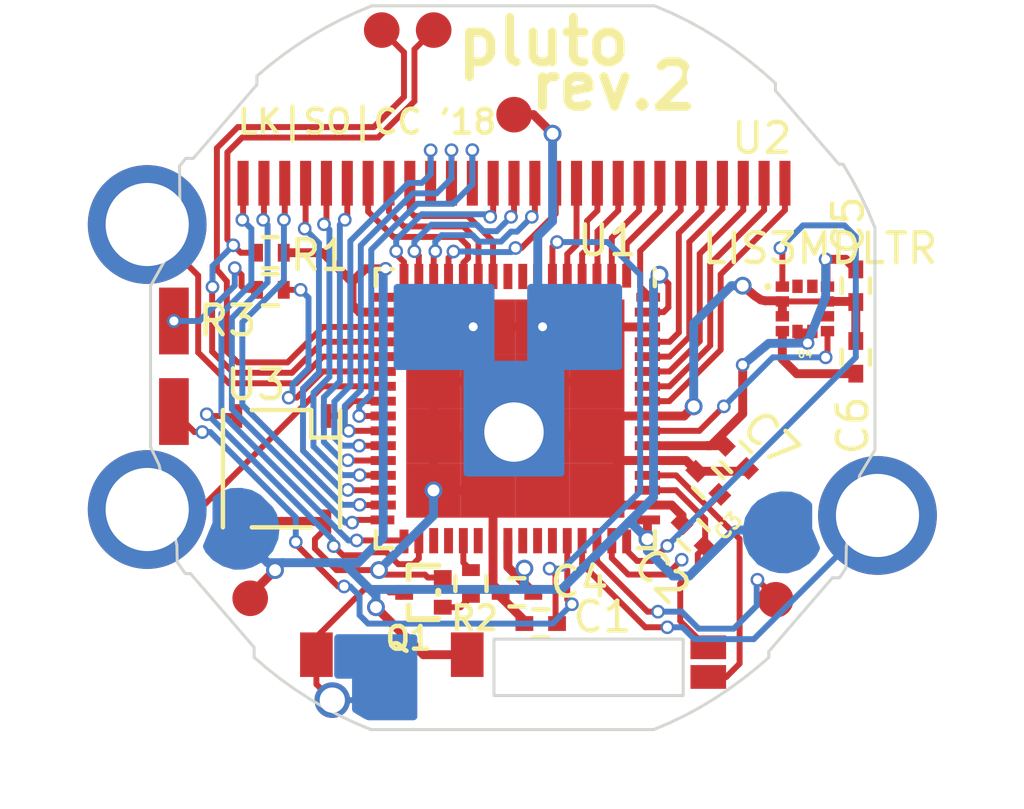
<source format=kicad_pcb>
(kicad_pcb (version 4) (host pcbnew 4.0.5+dfsg1-4)

  (general
    (links 97)
    (no_connects 0)
    (area 38.895219 81.7746 75.185734 112.1914)
    (thickness 0.5)
    (drawings 522)
    (tracks 658)
    (zones 0)
    (modules 36)
    (nets 62)
  )

  (page A4)
  (layers
    (0 F.Cu signal)
    (31 B.Cu signal)
    (32 B.Adhes user)
    (33 F.Adhes user)
    (34 B.Paste user)
    (35 F.Paste user)
    (36 B.SilkS user)
    (37 F.SilkS user)
    (38 B.Mask user)
    (39 F.Mask user)
    (40 Dwgs.User user)
    (41 Cmts.User user)
    (42 Eco1.User user)
    (43 Eco2.User user)
    (44 Edge.Cuts user)
    (45 Margin user)
    (46 B.CrtYd user)
    (47 F.CrtYd user)
    (48 B.Fab user)
    (49 F.Fab user)
  )

  (setup
    (last_trace_width 0.3)
    (user_trace_width 0.2)
    (user_trace_width 0.3)
    (trace_clearance 0.1524)
    (zone_clearance 0.2)
    (zone_45_only no)
    (trace_min 0.1524)
    (segment_width 0.2)
    (edge_width 0.2)
    (via_size 0.46)
    (via_drill 0.3)
    (via_min_size 0.46)
    (via_min_drill 0.3)
    (uvia_size 0.3)
    (uvia_drill 0.1)
    (uvias_allowed no)
    (uvia_min_size 0.2)
    (uvia_min_drill 0.1)
    (pcb_text_width 0.3)
    (pcb_text_size 1.5 1.5)
    (mod_edge_width 0.15)
    (mod_text_size 1 1)
    (mod_text_width 0.15)
    (pad_size 0.45 0.35)
    (pad_drill 0)
    (pad_to_mask_clearance 0.1)
    (solder_mask_min_width 0.1)
    (aux_axis_origin 58.26 131.31)
    (visible_elements 7FFEFF7F)
    (pcbplotparams
      (layerselection 0x010f0_80000001)
      (usegerberextensions true)
      (excludeedgelayer true)
      (linewidth 0.100000)
      (plotframeref false)
      (viasonmask false)
      (mode 1)
      (useauxorigin false)
      (hpglpennumber 1)
      (hpglpenspeed 20)
      (hpglpendiameter 15)
      (hpglpenoverlay 2)
      (psnegative false)
      (psa4output false)
      (plotreference true)
      (plotvalue true)
      (plotinvisibletext false)
      (padsonsilk false)
      (subtractmaskfromsilk false)
      (outputformat 1)
      (mirror false)
      (drillshape 0)
      (scaleselection 1)
      (outputdirectory output/))
  )

  (net 0 "")
  (net 1 "Net-(C1-Pad1)")
  (net 2 GND)
  (net 3 "Net-(P3-Pad1)")
  (net 4 "Net-(P4-Pad1)")
  (net 5 /LCD_SEG2)
  (net 6 /LCD_SEG1)
  (net 7 /LCD_SEG3)
  (net 8 /LCD_SEG4)
  (net 9 /LCD_SEG6)
  (net 10 /LCD_SEG5)
  (net 11 /LCD_COM3)
  (net 12 /LCD_COM2)
  (net 13 /LCD_COM1)
  (net 14 /LCD_SEG13)
  (net 15 /LCD_SEG12)
  (net 16 /LCD_SEG11)
  (net 17 /LCD_SEG10)
  (net 18 /LCD_SEG9)
  (net 19 /LCD_SEG8)
  (net 20 /LCD_SEG7)
  (net 21 /LCD_SEG18)
  (net 22 /LCD_SEG14)
  (net 23 /LCD_SEG15)
  (net 24 /LCD_SEG16)
  (net 25 /LCD_SEG17)
  (net 26 /LCD_SEG19)
  (net 27 /LCD_SEG24)
  (net 28 /LCD_SEG23)
  (net 29 /LCD_SEG22)
  (net 30 /LCD_SEG21)
  (net 31 /LCD_SEG20)
  (net 32 "Net-(Q1-Pad1)")
  (net 33 "Net-(R2-Pad1)")
  (net 34 /BUZ)
  (net 35 "Net-(U1-Pad7)")
  (net 36 "Net-(U1-Pad8)")
  (net 37 "Net-(U1-Pad9)")
  (net 38 "Net-(U1-Pad36)")
  (net 39 "Net-(U1-Pad38)")
  (net 40 "Net-(U1-Pad41)")
  (net 41 "Net-(U1-Pad42)")
  (net 42 "Net-(U1-Pad43)")
  (net 43 /IR)
  (net 44 "Net-(U1-Pad35)")
  (net 45 "Net-(P10-Pad1)")
  (net 46 /LED_1)
  (net 47 "Net-(P15-Pad1)")
  (net 48 VCC)
  (net 49 /INT1)
  (net 50 /SCL)
  (net 51 /SDA)
  (net 52 /Q-1)
  (net 53 /Q-2)
  (net 54 /MAG_PWR)
  (net 55 /B_LIGHT)
  (net 56 /B_MODE)
  (net 57 /B_ALARM)
  (net 58 /LED_2)
  (net 59 /IR_PWR)
  (net 60 /MAG_C1)
  (net 61 "Net-(U4-Pad8)")

  (net_class Default "This is the default net class."
    (clearance 0.1524)
    (trace_width 0.2)
    (via_dia 0.46)
    (via_drill 0.3)
    (uvia_dia 0.3)
    (uvia_drill 0.1)
    (add_net /BUZ)
    (add_net /B_ALARM)
    (add_net /B_LIGHT)
    (add_net /B_MODE)
    (add_net /INT1)
    (add_net /IR)
    (add_net /IR_PWR)
    (add_net /LCD_COM1)
    (add_net /LCD_COM2)
    (add_net /LCD_COM3)
    (add_net /LCD_SEG1)
    (add_net /LCD_SEG10)
    (add_net /LCD_SEG11)
    (add_net /LCD_SEG12)
    (add_net /LCD_SEG13)
    (add_net /LCD_SEG14)
    (add_net /LCD_SEG15)
    (add_net /LCD_SEG16)
    (add_net /LCD_SEG17)
    (add_net /LCD_SEG18)
    (add_net /LCD_SEG19)
    (add_net /LCD_SEG2)
    (add_net /LCD_SEG20)
    (add_net /LCD_SEG21)
    (add_net /LCD_SEG22)
    (add_net /LCD_SEG23)
    (add_net /LCD_SEG24)
    (add_net /LCD_SEG3)
    (add_net /LCD_SEG4)
    (add_net /LCD_SEG5)
    (add_net /LCD_SEG6)
    (add_net /LCD_SEG7)
    (add_net /LCD_SEG8)
    (add_net /LCD_SEG9)
    (add_net /LED_1)
    (add_net /LED_2)
    (add_net /MAG_C1)
    (add_net /MAG_PWR)
    (add_net /Q-1)
    (add_net /Q-2)
    (add_net /SCL)
    (add_net /SDA)
    (add_net "Net-(C1-Pad1)")
    (add_net "Net-(P10-Pad1)")
    (add_net "Net-(P15-Pad1)")
    (add_net "Net-(P3-Pad1)")
    (add_net "Net-(P4-Pad1)")
    (add_net "Net-(Q1-Pad1)")
    (add_net "Net-(R2-Pad1)")
    (add_net "Net-(U1-Pad35)")
    (add_net "Net-(U1-Pad36)")
    (add_net "Net-(U1-Pad38)")
    (add_net "Net-(U1-Pad41)")
    (add_net "Net-(U1-Pad42)")
    (add_net "Net-(U1-Pad43)")
    (add_net "Net-(U1-Pad7)")
    (add_net "Net-(U1-Pad8)")
    (add_net "Net-(U1-Pad9)")
    (add_net "Net-(U4-Pad8)")
  )

  (net_class PWR ""
    (clearance 0.1524)
    (trace_width 0.3)
    (via_dia 0.6)
    (via_drill 0.4)
    (uvia_dia 0.3)
    (uvia_drill 0.1)
    (add_net GND)
    (add_net VCC)
  )

  (module Capacitors_SMD:C_0402 (layer F.Cu) (tedit 5BEA4AFD) (tstamp 57007A90)
    (at 65.4304 100.1268 315)
    (descr "Capacitor SMD 0402, reflow soldering, AVX (see smccp.pdf)")
    (tags "capacitor 0402")
    (path /57057DE2)
    (attr smd)
    (fp_text reference C7 (at 0.395131 -1.257236 495) (layer F.SilkS)
      (effects (font (size 1 1) (thickness 0.15)))
    )
    (fp_text value 100n (at 0 1.7 315) (layer F.Fab)
      (effects (font (size 1 1) (thickness 0.15)))
    )
    (fp_line (start -1.15 -0.6) (end 1.15 -0.6) (layer F.CrtYd) (width 0.05))
    (fp_line (start -1.15 0.6) (end 1.15 0.6) (layer F.CrtYd) (width 0.05))
    (fp_line (start -1.15 -0.6) (end -1.15 0.6) (layer F.CrtYd) (width 0.05))
    (fp_line (start 1.15 -0.6) (end 1.15 0.6) (layer F.CrtYd) (width 0.05))
    (fp_line (start 0.25 -0.475) (end -0.25 -0.475) (layer F.SilkS) (width 0.15))
    (fp_line (start -0.25 0.475) (end 0.25 0.475) (layer F.SilkS) (width 0.15))
    (pad 1 smd rect (at -0.55 0 315) (size 0.6 0.5) (layers F.Cu F.Paste F.Mask)
      (net 54 /MAG_PWR))
    (pad 2 smd rect (at 0.55 0 315) (size 0.6 0.5) (layers F.Cu F.Paste F.Mask)
      (net 2 GND))
    (model Capacitors_SMD.3dshapes/C_0402.wrl
      (at (xyz 0 0 0))
      (scale (xyz 1 1 1))
      (rotate (xyz 0 0 0))
    )
  )

  (module Capacitors_SMD:C_0402 (layer F.Cu) (tedit 5705030E) (tstamp 57007A8A)
    (at 69.469 96.774 90)
    (descr "Capacitor SMD 0402, reflow soldering, AVX (see smccp.pdf)")
    (tags "capacitor 0402")
    (path /5700FED8)
    (attr smd)
    (fp_text reference C6 (at -2.3 -0.1 90) (layer F.SilkS)
      (effects (font (size 1 1) (thickness 0.15)))
    )
    (fp_text value 100n (at 0 1.7 90) (layer F.Fab)
      (effects (font (size 1 1) (thickness 0.15)))
    )
    (fp_line (start -1.15 -0.6) (end 1.15 -0.6) (layer F.CrtYd) (width 0.05))
    (fp_line (start -1.15 0.6) (end 1.15 0.6) (layer F.CrtYd) (width 0.05))
    (fp_line (start -1.15 -0.6) (end -1.15 0.6) (layer F.CrtYd) (width 0.05))
    (fp_line (start 1.15 -0.6) (end 1.15 0.6) (layer F.CrtYd) (width 0.05))
    (fp_line (start 0.25 -0.475) (end -0.25 -0.475) (layer F.SilkS) (width 0.15))
    (fp_line (start -0.25 0.475) (end 0.25 0.475) (layer F.SilkS) (width 0.15))
    (pad 1 smd rect (at -0.55 0 90) (size 0.6 0.5) (layers F.Cu F.Paste F.Mask)
      (net 60 /MAG_C1))
    (pad 2 smd rect (at 0.55 0 90) (size 0.6 0.5) (layers F.Cu F.Paste F.Mask)
      (net 2 GND))
    (model Capacitors_SMD.3dshapes/C_0402.wrl
      (at (xyz 0 0 0))
      (scale (xyz 1 1 1))
      (rotate (xyz 0 0 0))
    )
  )

  (module f-91w:SOT416 (layer F.Cu) (tedit 570BA954) (tstamp 56EC9A9B)
    (at 54.9055 104.691 180)
    (path /56EDF910)
    (solder_mask_margin 0.0762)
    (solder_paste_margin -0.0254)
    (attr smd)
    (fp_text reference Q1 (at 0.5 -1.55 180) (layer F.SilkS)
      (effects (font (size 0.762 0.762) (thickness 0.1524)))
    )
    (fp_text value BC846 (at 1.5 -1.8 180) (layer F.SilkS) hide
      (effects (font (size 0.762 0.762) (thickness 0.1524)))
    )
    (fp_line (start 0.5 0.9) (end -0.5 0.9) (layer F.SilkS) (width 0.2032))
    (fp_line (start -0.5 0.05) (end -0.5 -0.051314) (layer F.SilkS) (width 0.2032))
    (fp_line (start -0.5 -0.9) (end 0.5 -0.9) (layer F.SilkS) (width 0.2032))
    (fp_line (start 0.5 -0.9) (end 0.5 -0.45) (layer F.SilkS) (width 0.2032))
    (fp_line (start 0.5 0.45) (end 0.5 0.9) (layer F.SilkS) (width 0.2032))
    (pad 1 smd rect (at -0.65 -0.5 90) (size 0.5 0.6) (layers F.Cu F.Paste F.Mask)
      (net 32 "Net-(Q1-Pad1)"))
    (pad 2 smd rect (at -0.65 0.5 90) (size 0.5 0.6) (layers F.Cu F.Paste F.Mask)
      (net 2 GND))
    (pad 3 smd rect (at 0.65 0 90) (size 0.5 0.6) (layers F.Cu F.Paste F.Mask)
      (net 34 /BUZ))
  )

  (module f-91w:LCD-F-91W (layer F.Cu) (tedit 57052C1C) (tstamp 56E8A49E)
    (at 57.25 93.34)
    (path /56E8A641)
    (solder_mask_margin 0.2)
    (attr virtual)
    (fp_text reference U2 (at 9.0555 -3.949) (layer F.SilkS)
      (effects (font (size 1 1) (thickness 0.15)))
    )
    (fp_text value LCD-F-91W (at 0 -0.5) (layer F.Fab)
      (effects (font (size 1 1) (thickness 0.15)))
    )
    (pad 1 smd rect (at -8.42 -2.43) (size 0.373 1.509) (layers F.Cu F.Paste F.Mask)
      (net 6 /LCD_SEG1))
    (pad 2 smd rect (at -7.718 -2.43) (size 0.373 1.509) (layers F.Cu F.Paste F.Mask)
      (net 5 /LCD_SEG2))
    (pad 3 smd rect (at -7.016 -2.43) (size 0.373 1.509) (layers F.Cu F.Paste F.Mask)
      (net 7 /LCD_SEG3))
    (pad 4 smd rect (at -6.314 -2.43) (size 0.373 1.509) (layers F.Cu F.Paste F.Mask)
      (net 8 /LCD_SEG4))
    (pad 5 smd rect (at -5.612 -2.43) (size 0.373 1.509) (layers F.Cu F.Paste F.Mask)
      (net 10 /LCD_SEG5))
    (pad 6 smd rect (at -4.91 -2.43) (size 0.373 1.509) (layers F.Cu F.Paste F.Mask)
      (net 9 /LCD_SEG6))
    (pad 7 smd rect (at -4.208 -2.43) (size 0.373 1.509) (layers F.Cu F.Paste F.Mask)
      (net 13 /LCD_COM1))
    (pad 8 smd rect (at -3.506 -2.43) (size 0.373 1.509) (layers F.Cu F.Paste F.Mask)
      (net 12 /LCD_COM2))
    (pad 9 smd rect (at -2.804 -2.43) (size 0.373 1.509) (layers F.Cu F.Paste F.Mask)
      (net 11 /LCD_COM3))
    (pad 10 smd rect (at -2.102 -2.43) (size 0.373 1.509) (layers F.Cu F.Paste F.Mask)
      (net 20 /LCD_SEG7))
    (pad 11 smd rect (at -1.4 -2.43) (size 0.373 1.509) (layers F.Cu F.Paste F.Mask)
      (net 19 /LCD_SEG8))
    (pad 12 smd rect (at -0.698 -2.43) (size 0.373 1.509) (layers F.Cu F.Paste F.Mask)
      (net 18 /LCD_SEG9))
    (pad 13 smd rect (at 0.004 -2.43) (size 0.373 1.509) (layers F.Cu F.Paste F.Mask)
      (net 17 /LCD_SEG10))
    (pad 14 smd rect (at 0.706 -2.43) (size 0.373 1.509) (layers F.Cu F.Paste F.Mask)
      (net 16 /LCD_SEG11))
    (pad 15 smd rect (at 1.408 -2.43) (size 0.373 1.509) (layers F.Cu F.Paste F.Mask)
      (net 15 /LCD_SEG12))
    (pad 16 smd rect (at 2.11 -2.43) (size 0.373 1.509) (layers F.Cu F.Paste F.Mask)
      (net 14 /LCD_SEG13))
    (pad 17 smd rect (at 2.812 -2.43) (size 0.373 1.509) (layers F.Cu F.Paste F.Mask)
      (net 22 /LCD_SEG14))
    (pad 18 smd rect (at 3.514 -2.43) (size 0.373 1.509) (layers F.Cu F.Paste F.Mask)
      (net 23 /LCD_SEG15))
    (pad 19 smd rect (at 4.216 -2.43) (size 0.373 1.509) (layers F.Cu F.Paste F.Mask)
      (net 24 /LCD_SEG16))
    (pad 20 smd rect (at 4.918 -2.43) (size 0.373 1.509) (layers F.Cu F.Paste F.Mask)
      (net 25 /LCD_SEG17))
    (pad 21 smd rect (at 5.62 -2.43) (size 0.373 1.509) (layers F.Cu F.Paste F.Mask)
      (net 21 /LCD_SEG18))
    (pad 22 smd rect (at 6.322 -2.43) (size 0.373 1.509) (layers F.Cu F.Paste F.Mask)
      (net 26 /LCD_SEG19))
    (pad 23 smd rect (at 7.024 -2.43) (size 0.373 1.509) (layers F.Cu F.Paste F.Mask)
      (net 31 /LCD_SEG20))
    (pad 24 smd rect (at 7.726 -2.43) (size 0.373 1.509) (layers F.Cu F.Paste F.Mask)
      (net 30 /LCD_SEG21))
    (pad 25 smd rect (at 8.428 -2.43) (size 0.373 1.509) (layers F.Cu F.Paste F.Mask)
      (net 29 /LCD_SEG22))
    (pad 26 smd rect (at 9.13 -2.43) (size 0.373 1.509) (layers F.Cu F.Paste F.Mask)
      (net 28 /LCD_SEG23))
    (pad 27 smd rect (at 9.832 -2.43) (size 0.373 1.509) (layers F.Cu F.Paste F.Mask)
      (net 27 /LCD_SEG24))
  )

  (module Capacitors_SMD:C_0402 (layer F.Cu) (tedit 570B6661) (tstamp 56EC9D1A)
    (at 64.0055 102.766 135)
    (descr "Capacitor SMD 0402, reflow soldering, AVX (see smccp.pdf)")
    (tags "capacitor 0402")
    (path /56EE32A7)
    (attr smd)
    (fp_text reference C2 (at -0.212132 -1.732412 135) (layer F.SilkS)
      (effects (font (size 1 1) (thickness 0.15)))
    )
    (fp_text value 22p (at 0 1.7 135) (layer F.Fab)
      (effects (font (size 1 1) (thickness 0.15)))
    )
    (fp_line (start -1.15 -0.6) (end 1.15 -0.6) (layer F.CrtYd) (width 0.05))
    (fp_line (start -1.15 0.6) (end 1.15 0.6) (layer F.CrtYd) (width 0.05))
    (fp_line (start -1.15 -0.6) (end -1.15 0.6) (layer F.CrtYd) (width 0.05))
    (fp_line (start 1.15 -0.6) (end 1.15 0.6) (layer F.CrtYd) (width 0.05))
    (fp_line (start 0.25 -0.475) (end -0.25 -0.475) (layer F.SilkS) (width 0.15))
    (fp_line (start -0.25 0.475) (end 0.25 0.475) (layer F.SilkS) (width 0.15))
    (pad 1 smd rect (at -0.55 0 135) (size 0.6 0.5) (layers F.Cu F.Paste F.Mask)
      (net 52 /Q-1))
    (pad 2 smd rect (at 0.55 0 135) (size 0.6 0.5) (layers F.Cu F.Paste F.Mask)
      (net 2 GND))
    (model Capacitors_SMD.3dshapes/C_0402.wrl
      (at (xyz 0 0 0))
      (scale (xyz 1 1 1))
      (rotate (xyz 0 0 0))
    )
  )

  (module Capacitors_SMD:C_0402 (layer F.Cu) (tedit 570500FA) (tstamp 56E9D426)
    (at 58.8555 105.741 180)
    (descr "Capacitor SMD 0402, reflow soldering, AVX (see smccp.pdf)")
    (tags "capacitor 0402")
    (path /56E9D6D2)
    (attr smd)
    (fp_text reference C1 (at -2.075 0.225 180) (layer F.SilkS)
      (effects (font (size 1 1) (thickness 0.15)))
    )
    (fp_text value 4.7u (at 0 1.7 180) (layer F.Fab)
      (effects (font (size 1 1) (thickness 0.15)))
    )
    (fp_line (start -1.15 -0.6) (end 1.15 -0.6) (layer F.CrtYd) (width 0.05))
    (fp_line (start -1.15 0.6) (end 1.15 0.6) (layer F.CrtYd) (width 0.05))
    (fp_line (start -1.15 -0.6) (end -1.15 0.6) (layer F.CrtYd) (width 0.05))
    (fp_line (start 1.15 -0.6) (end 1.15 0.6) (layer F.CrtYd) (width 0.05))
    (fp_line (start 0.25 -0.475) (end -0.25 -0.475) (layer F.SilkS) (width 0.15))
    (fp_line (start -0.25 0.475) (end 0.25 0.475) (layer F.SilkS) (width 0.15))
    (pad 1 smd rect (at -0.55 0 180) (size 0.6 0.5) (layers F.Cu F.Paste F.Mask)
      (net 1 "Net-(C1-Pad1)"))
    (pad 2 smd rect (at 0.55 0 180) (size 0.6 0.5) (layers F.Cu F.Paste F.Mask)
      (net 2 GND))
    (model Capacitors_SMD.3dshapes/C_0402.wrl
      (at (xyz 0 0 0))
      (scale (xyz 1 1 1))
      (rotate (xyz 0 0 0))
    )
  )

  (module Housings_DFN_QFN:QFN-64-1EP_9x9mm_Pitch0.5mm (layer F.Cu) (tedit 570B9EAA) (tstamp 56E8D305)
    (at 58 98.5 270)
    (descr "64-Lead Plastic Quad Flat, No Lead Package (MR) - 9x9x0.9 mm Body [QFN]; (see Microchip Packaging Specification 00000049BS.pdf)")
    (tags "QFN 0.5")
    (path /56E8AF3B)
    (attr smd)
    (fp_text reference U1 (at -5.659 -3.1055 360) (layer F.SilkS)
      (effects (font (size 1 1) (thickness 0.15)))
    )
    (fp_text value MSP430FR6972 (at 0 5.875 270) (layer F.Fab)
      (effects (font (size 1 1) (thickness 0.15)))
    )
    (fp_line (start -5.15 -5.15) (end -5.15 5.15) (layer F.CrtYd) (width 0.05))
    (fp_line (start 5.15 -5.15) (end 5.15 5.15) (layer F.CrtYd) (width 0.05))
    (fp_line (start -5.15 -5.15) (end 5.15 -5.15) (layer F.CrtYd) (width 0.05))
    (fp_line (start -5.15 5.15) (end 5.15 5.15) (layer F.CrtYd) (width 0.05))
    (fp_line (start 4.7 -4.7) (end 4.7 -4.125) (layer F.SilkS) (width 0.15))
    (fp_line (start -4.7 4.7) (end -4.7 4.125) (layer F.SilkS) (width 0.15))
    (fp_line (start 4.7 4.7) (end 4.7 4.125) (layer F.SilkS) (width 0.15))
    (fp_line (start -4.7 -4.7) (end -4.125 -4.7) (layer F.SilkS) (width 0.15))
    (fp_line (start -4.7 4.7) (end -4.125 4.7) (layer F.SilkS) (width 0.15))
    (fp_line (start 4.7 4.7) (end 4.125 4.7) (layer F.SilkS) (width 0.15))
    (fp_line (start 4.7 -4.7) (end 4.125 -4.7) (layer F.SilkS) (width 0.15))
    (pad 1 smd rect (at -4.475 -3.75 270) (size 0.8 0.3) (layers F.Cu F.Paste F.Mask)
      (net 21 /LCD_SEG18))
    (pad 2 smd rect (at -4.45 -3.25 270) (size 0.85 0.3) (layers F.Cu F.Paste F.Mask)
      (net 25 /LCD_SEG17))
    (pad 3 smd rect (at -4.45 -2.75 270) (size 0.85 0.3) (layers F.Cu F.Paste F.Mask)
      (net 24 /LCD_SEG16))
    (pad 4 smd rect (at -4.45 -2.25 270) (size 0.85 0.3) (layers F.Cu F.Paste F.Mask)
      (net 23 /LCD_SEG15))
    (pad 5 smd rect (at -4.45 -1.75 270) (size 0.85 0.3) (layers F.Cu F.Paste F.Mask)
      (net 22 /LCD_SEG14))
    (pad 6 smd rect (at -4.45 -1.25 270) (size 0.85 0.3) (layers F.Cu F.Paste F.Mask)
      (net 1 "Net-(C1-Pad1)"))
    (pad 7 smd rect (at -4.45 -0.75 270) (size 0.85 0.3) (layers F.Cu F.Paste F.Mask)
      (net 35 "Net-(U1-Pad7)"))
    (pad 8 smd rect (at -4.45 -0.25 270) (size 0.85 0.3) (layers F.Cu F.Paste F.Mask)
      (net 36 "Net-(U1-Pad8)"))
    (pad 9 smd rect (at -4.45 0.25 270) (size 0.85 0.3) (layers F.Cu F.Paste F.Mask)
      (net 37 "Net-(U1-Pad9)"))
    (pad 10 smd rect (at -4.45 0.75 270) (size 0.85 0.3) (layers F.Cu F.Paste F.Mask)
      (net 11 /LCD_COM3))
    (pad 11 smd rect (at -4.45 1.25 270) (size 0.85 0.3) (layers F.Cu F.Paste F.Mask)
      (net 12 /LCD_COM2))
    (pad 12 smd rect (at -4.45 1.75 270) (size 0.85 0.3) (layers F.Cu F.Paste F.Mask)
      (net 13 /LCD_COM1))
    (pad 13 smd rect (at -4.45 2.25 270) (size 0.85 0.3) (layers F.Cu F.Paste F.Mask)
      (net 14 /LCD_SEG13))
    (pad 14 smd rect (at -4.45 2.75 270) (size 0.85 0.3) (layers F.Cu F.Paste F.Mask)
      (net 15 /LCD_SEG12))
    (pad 15 smd rect (at -4.45 3.25 270) (size 0.85 0.3) (layers F.Cu F.Paste F.Mask)
      (net 16 /LCD_SEG11))
    (pad 16 smd rect (at -4.475 3.75 270) (size 0.8 0.3) (layers F.Cu F.Paste F.Mask)
      (net 17 /LCD_SEG10))
    (pad 17 smd rect (at -3.75 4.475) (size 0.8 0.3) (layers F.Cu F.Paste F.Mask)
      (net 2 GND))
    (pad 18 smd rect (at -3.25 4.45) (size 0.85 0.3) (layers F.Cu F.Paste F.Mask)
      (net 48 VCC))
    (pad 19 smd rect (at -2.75 4.45) (size 0.85 0.3) (layers F.Cu F.Paste F.Mask)
      (net 3 "Net-(P3-Pad1)"))
    (pad 20 smd rect (at -2.25 4.45) (size 0.85 0.3) (layers F.Cu F.Paste F.Mask)
      (net 4 "Net-(P4-Pad1)"))
    (pad 21 smd rect (at -1.75 4.45) (size 0.85 0.3) (layers F.Cu F.Paste F.Mask)
      (net 55 /B_LIGHT))
    (pad 22 smd rect (at -1.25 4.45) (size 0.85 0.3) (layers F.Cu F.Paste F.Mask)
      (net 58 /LED_2))
    (pad 23 smd rect (at -0.75 4.45) (size 0.85 0.3) (layers F.Cu F.Paste F.Mask)
      (net 56 /B_MODE))
    (pad 24 smd rect (at -0.25 4.45) (size 0.85 0.3) (layers F.Cu F.Paste F.Mask)
      (net 43 /IR))
    (pad 25 smd rect (at 0.25 4.45) (size 0.85 0.3) (layers F.Cu F.Paste F.Mask)
      (net 18 /LCD_SEG9))
    (pad 26 smd rect (at 0.75 4.45) (size 0.85 0.3) (layers F.Cu F.Paste F.Mask)
      (net 19 /LCD_SEG8))
    (pad 27 smd rect (at 1.25 4.45) (size 0.85 0.3) (layers F.Cu F.Paste F.Mask)
      (net 20 /LCD_SEG7))
    (pad 28 smd rect (at 1.75 4.45) (size 0.85 0.3) (layers F.Cu F.Paste F.Mask)
      (net 9 /LCD_SEG6))
    (pad 29 smd rect (at 2.25 4.45) (size 0.85 0.3) (layers F.Cu F.Paste F.Mask)
      (net 10 /LCD_SEG5))
    (pad 30 smd rect (at 2.75 4.45) (size 0.85 0.3) (layers F.Cu F.Paste F.Mask)
      (net 8 /LCD_SEG4))
    (pad 31 smd rect (at 3.25 4.45) (size 0.85 0.3) (layers F.Cu F.Paste F.Mask)
      (net 7 /LCD_SEG3))
    (pad 32 smd rect (at 3.75 4.475) (size 0.8 0.3) (layers F.Cu F.Paste F.Mask)
      (net 5 /LCD_SEG2))
    (pad 33 smd rect (at 4.475 3.75 270) (size 0.8 0.3) (layers F.Cu F.Paste F.Mask)
      (net 6 /LCD_SEG1))
    (pad 34 smd rect (at 4.45 3.25 270) (size 0.85 0.3) (layers F.Cu F.Paste F.Mask)
      (net 59 /IR_PWR))
    (pad 35 smd rect (at 4.45 2.75 270) (size 0.85 0.3) (layers F.Cu F.Paste F.Mask)
      (net 44 "Net-(U1-Pad35)"))
    (pad 36 smd rect (at 4.45 2.25 270) (size 0.85 0.3) (layers F.Cu F.Paste F.Mask)
      (net 38 "Net-(U1-Pad36)"))
    (pad 37 smd rect (at 4.45 1.75 270) (size 0.85 0.3) (layers F.Cu F.Paste F.Mask)
      (net 33 "Net-(R2-Pad1)"))
    (pad 38 smd rect (at 4.45 1.25 270) (size 0.85 0.3) (layers F.Cu F.Paste F.Mask)
      (net 39 "Net-(U1-Pad38)"))
    (pad 39 smd rect (at 4.45 0.75 270) (size 0.85 0.3) (layers F.Cu F.Paste F.Mask)
      (net 2 GND))
    (pad 40 smd rect (at 4.45 0.25 270) (size 0.85 0.3) (layers F.Cu F.Paste F.Mask)
      (net 48 VCC))
    (pad 41 smd rect (at 4.45 -0.25 270) (size 0.85 0.3) (layers F.Cu F.Paste F.Mask)
      (net 40 "Net-(U1-Pad41)"))
    (pad 42 smd rect (at 4.45 -0.75 270) (size 0.85 0.3) (layers F.Cu F.Paste F.Mask)
      (net 41 "Net-(U1-Pad42)"))
    (pad 43 smd rect (at 4.45 -1.25 270) (size 0.85 0.3) (layers F.Cu F.Paste F.Mask)
      (net 42 "Net-(U1-Pad43)"))
    (pad 44 smd rect (at 4.45 -1.75 270) (size 0.85 0.3) (layers F.Cu F.Paste F.Mask)
      (net 46 /LED_1))
    (pad 45 smd rect (at 4.45 -2.25 270) (size 0.85 0.3) (layers F.Cu F.Paste F.Mask)
      (net 57 /B_ALARM))
    (pad 46 smd rect (at 4.45 -2.75 270) (size 0.85 0.3) (layers F.Cu F.Paste F.Mask)
      (net 47 "Net-(P15-Pad1)"))
    (pad 47 smd rect (at 4.45 -3.25 270) (size 0.85 0.3) (layers F.Cu F.Paste F.Mask)
      (net 51 /SDA))
    (pad 48 smd rect (at 4.475 -3.75 270) (size 0.8 0.3) (layers F.Cu F.Paste F.Mask)
      (net 50 /SCL))
    (pad 49 smd rect (at 3.75 -4.475) (size 0.8 0.3) (layers F.Cu F.Paste F.Mask)
      (net 48 VCC))
    (pad 50 smd rect (at 3.25 -4.45) (size 0.85 0.3) (layers F.Cu F.Paste F.Mask)
      (net 2 GND))
    (pad 51 smd rect (at 2.75 -4.45) (size 0.85 0.3) (layers F.Cu F.Paste F.Mask)
      (net 52 /Q-1))
    (pad 52 smd rect (at 2.25 -4.45) (size 0.85 0.3) (layers F.Cu F.Paste F.Mask)
      (net 53 /Q-2))
    (pad 53 smd rect (at 1.75 -4.45) (size 0.85 0.3) (layers F.Cu F.Paste F.Mask)
      (net 2 GND))
    (pad 54 smd rect (at 1.25 -4.45) (size 0.85 0.3) (layers F.Cu F.Paste F.Mask)
      (net 54 /MAG_PWR))
    (pad 55 smd rect (at 0.75 -4.45) (size 0.85 0.3) (layers F.Cu F.Paste F.Mask)
      (net 49 /INT1))
    (pad 56 smd rect (at 0.25 -4.45) (size 0.85 0.3) (layers F.Cu F.Paste F.Mask)
      (net 2 GND))
    (pad 57 smd rect (at -0.25 -4.45) (size 0.85 0.3) (layers F.Cu F.Paste F.Mask)
      (net 27 /LCD_SEG24))
    (pad 58 smd rect (at -0.75 -4.45) (size 0.85 0.3) (layers F.Cu F.Paste F.Mask)
      (net 28 /LCD_SEG23))
    (pad 59 smd rect (at -1.25 -4.45) (size 0.85 0.3) (layers F.Cu F.Paste F.Mask)
      (net 29 /LCD_SEG22))
    (pad 60 smd rect (at -1.75 -4.45) (size 0.85 0.3) (layers F.Cu F.Paste F.Mask)
      (net 30 /LCD_SEG21))
    (pad 61 smd rect (at -2.25 -4.45) (size 0.85 0.3) (layers F.Cu F.Paste F.Mask)
      (net 31 /LCD_SEG20))
    (pad 62 smd rect (at -2.75 -4.45) (size 0.85 0.3) (layers F.Cu F.Paste F.Mask)
      (net 2 GND))
    (pad 63 smd rect (at -3.25 -4.45) (size 0.85 0.3) (layers F.Cu F.Paste F.Mask)
      (net 48 VCC))
    (pad 64 smd rect (at -3.75 -4.475) (size 0.8 0.3) (layers F.Cu F.Paste F.Mask)
      (net 26 /LCD_SEG19))
    (pad 65 smd rect (at 2.75625 2.75625 270) (size 1.8375 1.8375) (layers F.Cu F.Paste F.Mask)
      (net 2 GND) (solder_paste_margin_ratio -0.2))
    (pad 65 smd rect (at 2.75625 0.91875 270) (size 1.8375 1.8375) (layers F.Cu F.Paste F.Mask)
      (net 2 GND) (solder_paste_margin_ratio -0.2))
    (pad 65 smd rect (at 2.75625 -0.91875 270) (size 1.8375 1.8375) (layers F.Cu F.Paste F.Mask)
      (net 2 GND) (solder_paste_margin_ratio -0.2))
    (pad 65 smd rect (at 2.75625 -2.75625 270) (size 1.8375 1.8375) (layers F.Cu F.Paste F.Mask)
      (net 2 GND) (solder_paste_margin_ratio -0.2))
    (pad 65 smd rect (at 0.91875 2.75625 270) (size 1.8375 1.8375) (layers F.Cu F.Paste F.Mask)
      (net 2 GND) (solder_paste_margin_ratio -0.2))
    (pad 65 smd rect (at 0.91875 0.91875 270) (size 1.8375 1.8375) (layers F.Cu F.Paste F.Mask)
      (net 2 GND) (solder_paste_margin_ratio -0.2))
    (pad 65 smd rect (at 0.91875 -0.91875 270) (size 1.8375 1.8375) (layers F.Cu F.Paste F.Mask)
      (net 2 GND) (solder_paste_margin_ratio -0.2))
    (pad 65 smd rect (at 0.91875 -2.75625 270) (size 1.8375 1.8375) (layers F.Cu F.Paste F.Mask)
      (net 2 GND) (solder_paste_margin_ratio -0.2))
    (pad 65 smd rect (at -0.91875 2.75625 270) (size 1.8375 1.8375) (layers F.Cu F.Paste F.Mask)
      (net 2 GND) (solder_paste_margin_ratio -0.2))
    (pad 65 smd rect (at -0.91875 0.91875 270) (size 1.8375 1.8375) (layers F.Cu F.Paste F.Mask)
      (net 2 GND) (solder_paste_margin_ratio -0.2))
    (pad 65 smd rect (at -0.91875 -0.91875 270) (size 1.8375 1.8375) (layers F.Cu F.Paste F.Mask)
      (net 2 GND) (solder_paste_margin_ratio -0.2))
    (pad 65 smd rect (at -0.91875 -2.75625 270) (size 1.8375 1.8375) (layers F.Cu F.Paste F.Mask)
      (net 2 GND) (solder_paste_margin_ratio -0.2))
    (pad 65 smd rect (at -2.75625 2.75625 270) (size 1.8375 1.8375) (layers F.Cu F.Paste F.Mask)
      (net 2 GND) (solder_paste_margin_ratio -0.2))
    (pad 65 smd rect (at -2.75625 0.91875 270) (size 1.8375 1.8375) (layers F.Cu F.Paste F.Mask)
      (net 2 GND) (solder_paste_margin_ratio -0.2))
    (pad 65 smd rect (at -2.75625 -0.91875 270) (size 1.8375 1.8375) (layers F.Cu F.Paste F.Mask)
      (net 2 GND) (solder_paste_margin_ratio -0.2))
    (pad 65 smd rect (at -2.75625 -2.75625 270) (size 1.8375 1.8375) (layers F.Cu F.Paste F.Mask)
      (net 2 GND) (solder_paste_margin_ratio -0.2))
    (model Housings_DFN_QFN.3dshapes/QFN-64-1EP_9x9mm_Pitch0.5mm.wrl
      (at (xyz 0 0 0))
      (scale (xyz 1 1 1))
      (rotate (xyz 0 0 0))
    )
  )

  (module Connect:1pin (layer F.Cu) (tedit 56FD761B) (tstamp 56EB52F4)
    (at 70.2 102.1)
    (descr "module 1 pin (ou trou mecanique de percage)")
    (tags DEV)
    (path /56EB65DE)
    (fp_text reference P7 (at 1.55 -3.048) (layer F.SilkS) hide
      (effects (font (size 1 1) (thickness 0.15)))
    )
    (fp_text value CONN_01X01 (at 0 2.794) (layer F.Fab)
      (effects (font (size 1 1) (thickness 0.15)))
    )
    (pad 1 thru_hole circle (at 0 0) (size 4 4) (drill 2.8) (layers *.Cu F.Mask)
      (net 57 /B_ALARM))
  )

  (module Connect:1pin (layer F.Cu) (tedit 56FD7599) (tstamp 56E99FBF)
    (at 64.555 104.886)
    (descr "module 1 pin (ou trou mecanique de percage)")
    (tags DEV)
    (fp_text reference MH5 (at 4.945 1.364) (layer F.SilkS) hide
      (effects (font (size 1 1) (thickness 0.15)))
    )
    (fp_text value 1pin (at 0 2.794) (layer F.Fab)
      (effects (font (size 1 1) (thickness 0.15)))
    )
    (pad "" np_thru_hole circle (at 0 0) (size 1.3 1.3) (drill 1.3) (layers *.Cu *.Mask))
  )

  (module Connect:1pin (layer F.Cu) (tedit 56FD7263) (tstamp 56FD2563)
    (at 66.77 104.94)
    (descr "module 1 pin (ou trou mecanique de percage)")
    (tags DEV)
    (path /56FD41E4)
    (fp_text reference P15 (at 2.98 0.06) (layer F.SilkS) hide
      (effects (font (size 1 1) (thickness 0.15)))
    )
    (fp_text value CONN_01X01 (at 0 2.794) (layer F.Fab)
      (effects (font (size 1 1) (thickness 0.15)))
    )
    (pad 1 smd circle (at 0 0) (size 1.2 1.2) (layers F.Cu F.Paste F.Mask)
      (net 47 "Net-(P15-Pad1)"))
  )

  (module Connect:1pin (layer F.Cu) (tedit 56FD724E) (tstamp 56EB513D)
    (at 64.5 106.541)
    (descr "module 1 pin (ou trou mecanique de percage)")
    (tags DEV)
    (path /56EB4C80)
    (fp_text reference P1 (at 3.75 2) (layer F.SilkS) hide
      (effects (font (size 1 1) (thickness 0.15)))
    )
    (fp_text value CONN_01X01 (at 0 2.794) (layer F.Fab)
      (effects (font (size 1 1) (thickness 0.15)))
    )
    (pad 1 smd rect (at 0 0) (size 1.2 0.8) (layers F.Cu F.Paste F.Mask)
      (net 52 /Q-1))
  )

  (module Connect:1pin (layer F.Cu) (tedit 56FD7254) (tstamp 56EB5143)
    (at 64.5 107.54)
    (descr "module 1 pin (ou trou mecanique de percage)")
    (tags DEV)
    (path /56EB5038)
    (fp_text reference P2 (at 3.75 2.21) (layer F.SilkS) hide
      (effects (font (size 1 1) (thickness 0.15)))
    )
    (fp_text value CONN_01X01 (at 0 2.794) (layer F.Fab)
      (effects (font (size 1 1) (thickness 0.15)))
    )
    (pad 1 smd rect (at 0 0) (size 1.2 0.8) (layers F.Cu F.Paste F.Mask)
      (net 53 /Q-2))
  )

  (module Connect:1pin (layer F.Cu) (tedit 56FD71EE) (tstamp 56EC9B60)
    (at 56.38 106.79)
    (descr "module 1 pin (ou trou mecanique de percage)")
    (tags DEV)
    (path /56EE14D1)
    (fp_text reference P8 (at -7.88 1.21) (layer F.SilkS) hide
      (effects (font (size 1 1) (thickness 0.15)))
    )
    (fp_text value CONN_01X01 (at 0 2.794) (layer F.Fab)
      (effects (font (size 1 1) (thickness 0.15)))
    )
    (pad 1 smd rect (at 0 0) (size 1.1 1.5) (layers F.Cu F.Paste F.Mask)
      (net 48 VCC))
  )

  (module Connect:1pin (layer F.Cu) (tedit 56FD75F6) (tstamp 56FD1E26)
    (at 55.65 108.37)
    (descr "module 1 pin (ou trou mecanique de percage)")
    (tags DEV)
    (fp_text reference MH7 (at 0.1 2.13) (layer F.SilkS) hide
      (effects (font (size 1 1) (thickness 0.15)))
    )
    (fp_text value 1pin (at 0 2.794) (layer F.Fab)
      (effects (font (size 1 1) (thickness 0.15)))
    )
    (pad "" np_thru_hole circle (at 0 0) (size 0.85 0.85) (drill 0.85) (layers *.Cu *.Mask))
  )

  (module Connect:1pin (layer F.Cu) (tedit 56FD71A7) (tstamp 56EC9B66)
    (at 51.3 106.79)
    (descr "module 1 pin (ou trou mecanique de percage)")
    (tags DEV)
    (path /56EE0904)
    (fp_text reference P9 (at -4.05 0.21) (layer F.SilkS) hide
      (effects (font (size 1 1) (thickness 0.15)))
    )
    (fp_text value CONN_01X01 (at 0 2.794) (layer F.Fab)
      (effects (font (size 1 1) (thickness 0.15)))
    )
    (pad 1 smd rect (at 0 0) (size 1.1 1.5) (layers F.Cu F.Paste F.Mask)
      (net 34 /BUZ))
  )

  (module Connect:1pin (layer F.Cu) (tedit 56FD75A4) (tstamp 56E99FD5)
    (at 50.754 104.846)
    (descr "module 1 pin (ou trou mecanique de percage)")
    (tags DEV)
    (fp_text reference MH6 (at -9.004 -3.096) (layer F.SilkS) hide
      (effects (font (size 1 1) (thickness 0.15)))
    )
    (fp_text value 1pin (at 0 2.794) (layer F.Fab)
      (effects (font (size 1 1) (thickness 0.15)))
    )
    (pad "" np_thru_hole circle (at 0 0) (size 1.3 1.3) (drill 1.3) (layers *.Cu *.Mask))
  )

  (module Connect:1pin (layer F.Cu) (tedit 56FD7187) (tstamp 56FD2542)
    (at 49.07 104.89)
    (descr "module 1 pin (ou trou mecanique de percage)")
    (tags DEV)
    (path /56FD3E14)
    (fp_text reference P14 (at -7.32 -4.89) (layer F.SilkS) hide
      (effects (font (size 1 1) (thickness 0.15)))
    )
    (fp_text value CONN_01X01 (at 0 2.794) (layer F.Fab)
      (effects (font (size 1 1) (thickness 0.15)))
    )
    (pad 1 smd circle (at 0 0) (size 1.2 1.2) (layers F.Cu F.Paste F.Mask)
      (net 48 VCC))
  )

  (module Connect:1pin (layer F.Cu) (tedit 56FD7609) (tstamp 56E91897)
    (at 50.01 95.93)
    (descr "module 1 pin (ou trou mecanique de percage)")
    (tags DEV)
    (fp_text reference MH2 (at -7.51 -7.43) (layer F.SilkS) hide
      (effects (font (size 1 1) (thickness 0.15)))
    )
    (fp_text value 1pin (at 0 2.794) (layer F.Fab)
      (effects (font (size 1 1) (thickness 0.15)))
    )
    (pad "" np_thru_hole circle (at 0 0) (size 1.1 1.1) (drill 1.1) (layers *.Cu *.Mask)
      (clearance 0.2))
  )

  (module Connect:1pin (layer F.Cu) (tedit 56FD7612) (tstamp 56EB5263)
    (at 45.6 101.9)
    (descr "module 1 pin (ou trou mecanique de percage)")
    (tags DEV)
    (path /56EB64B8)
    (fp_text reference P6 (at 0 -3.048) (layer F.SilkS) hide
      (effects (font (size 1 1) (thickness 0.15)))
    )
    (fp_text value CONN_01X01 (at 0 2.794) (layer F.Fab)
      (effects (font (size 1 1) (thickness 0.15)))
    )
    (pad 1 thru_hole circle (at 0 0) (size 4 4) (drill 2.8) (layers *.Cu F.Mask)
      (net 56 /B_MODE))
  )

  (module Connect:1pin (layer F.Cu) (tedit 56FD70E9) (tstamp 56FC333D)
    (at 46.5 98.5)
    (descr "module 1 pin (ou trou mecanique de percage)")
    (tags DEV)
    (path /56FC3872)
    (fp_text reference P11 (at 0 -3.048) (layer F.SilkS) hide
      (effects (font (size 1 1) (thickness 0.15)))
    )
    (fp_text value CONN_01X01 (at 0 2.794) (layer F.Fab)
      (effects (font (size 1 1) (thickness 0.15)))
    )
    (pad 1 smd rect (at 0 0.1) (size 1 2.25) (layers F.Cu F.Paste F.Mask)
      (net 46 /LED_1))
  )

  (module Connect:1pin (layer F.Cu) (tedit 56FD7116) (tstamp 56FBED20)
    (at 46.5 95.5)
    (descr "module 1 pin (ou trou mecanique de percage)")
    (tags DEV)
    (path /56FBEE31)
    (fp_text reference P10 (at -6 -5) (layer F.SilkS) hide
      (effects (font (size 1 1) (thickness 0.15)))
    )
    (fp_text value CONN_01X01 (at 0 2.794) (layer F.Fab)
      (effects (font (size 1 1) (thickness 0.15)))
    )
    (pad 1 smd rect (at 0 0.05) (size 1 2.25) (layers F.Cu F.Paste F.Mask)
      (net 45 "Net-(P10-Pad1)"))
  )

  (module Connect:1pin (layer F.Cu) (tedit 56FD760D) (tstamp 56EB5236)
    (at 45.6 92.3)
    (descr "module 1 pin (ou trou mecanique de percage)")
    (tags DEV)
    (path /56EB6141)
    (fp_text reference P5 (at 0 -3.048) (layer F.SilkS) hide
      (effects (font (size 1 1) (thickness 0.15)))
    )
    (fp_text value CONN_01X01 (at 0 2.794) (layer F.Fab)
      (effects (font (size 1 1) (thickness 0.15)))
    )
    (pad 1 thru_hole circle (at 0 0) (size 4 4) (drill 2.8) (layers *.Cu F.Mask)
      (net 55 /B_LIGHT))
  )

  (module Connect:1pin (layer F.Cu) (tedit 56FD75AD) (tstamp 56E99F92)
    (at 51.448 87.25)
    (descr "module 1 pin (ou trou mecanique de percage)")
    (tags DEV)
    (fp_text reference MH3 (at 0 -3.048) (layer F.SilkS) hide
      (effects (font (size 1 1) (thickness 0.15)))
    )
    (fp_text value 1pin (at 0 2.794) (layer F.Fab)
      (effects (font (size 1 1) (thickness 0.15)))
    )
    (pad "" np_thru_hole circle (at 0 0) (size 1.3 1.3) (drill 1.3) (layers *.Cu *.Mask))
  )

  (module Connect:1pin (layer F.Cu) (tedit 56FD70A5) (tstamp 56EB51D6)
    (at 53.5 85.75)
    (descr "module 1 pin (ou trou mecanique de percage)")
    (tags DEV)
    (path /56EB559F)
    (fp_text reference P3 (at 0 -3.048) (layer F.SilkS) hide
      (effects (font (size 1 1) (thickness 0.15)))
    )
    (fp_text value CONN_01X01 (at 0 2.794) (layer F.Fab)
      (effects (font (size 1 1) (thickness 0.15)))
    )
    (pad 1 smd circle (at 0 0) (size 1.2 1.2) (layers F.Cu F.Paste F.Mask)
      (net 3 "Net-(P3-Pad1)"))
  )

  (module Connect:1pin (layer F.Cu) (tedit 56FD70A7) (tstamp 56EB51DC)
    (at 55.25 85.75)
    (descr "module 1 pin (ou trou mecanique de percage)")
    (tags DEV)
    (path /56EB5C47)
    (fp_text reference P4 (at 0 -3.048) (layer F.SilkS) hide
      (effects (font (size 1 1) (thickness 0.15)))
    )
    (fp_text value CONN_01X01 (at 0 2.794) (layer F.Fab)
      (effects (font (size 1 1) (thickness 0.15)))
    )
    (pad 1 smd circle (at 0 0) (size 1.2 1.2) (layers F.Cu F.Paste F.Mask)
      (net 4 "Net-(P4-Pad1)"))
  )

  (module Connect:1pin (layer F.Cu) (tedit 56FD70AA) (tstamp 56FD2483)
    (at 57.96 88.6)
    (descr "module 1 pin (ou trou mecanique de percage)")
    (tags DEV)
    (path /56FD3464)
    (fp_text reference P13 (at 0 -3.048) (layer F.SilkS) hide
      (effects (font (size 1 1) (thickness 0.15)))
    )
    (fp_text value CONN_01X01 (at 0 2.794) (layer F.Fab)
      (effects (font (size 1 1) (thickness 0.15)))
    )
    (pad 1 smd circle (at 0 0) (size 1.2 1.2) (layers F.Cu F.Paste F.Mask)
      (net 2 GND))
  )

  (module Connect:1pin (layer F.Cu) (tedit 56FD75B4) (tstamp 56E99FAF)
    (at 64.422 87.319)
    (descr "module 1 pin (ou trou mecanique de percage)")
    (tags DEV)
    (fp_text reference MH4 (at 0 -3.048) (layer F.SilkS) hide
      (effects (font (size 1 1) (thickness 0.15)))
    )
    (fp_text value 1pin (at 0 2.794) (layer F.Fab)
      (effects (font (size 1 1) (thickness 0.15)))
    )
    (pad "" np_thru_hole circle (at 0 0) (size 1.3 1.3) (drill 1.3) (layers *.Cu *.Mask))
  )

  (module Connect:1pin (layer F.Cu) (tedit 56FD7603) (tstamp 56E9186D)
    (at 65.782 95.646)
    (descr "module 1 pin (ou trou mecanique de percage)")
    (tags DEV)
    (fp_text reference MH1 (at 0 -3.048) (layer F.SilkS) hide
      (effects (font (size 1 1) (thickness 0.15)))
    )
    (fp_text value 1pin (at 0 2.794) (layer F.Fab)
      (effects (font (size 1 1) (thickness 0.15)))
    )
    (pad "" np_thru_hole circle (at 0 0) (size 1.1 1.1) (drill 1.1) (layers *.Cu *.Mask)
      (clearance 0.2))
  )

  (module Resistors_SMD:R_0402 (layer F.Cu) (tedit 57066D2F) (tstamp 56EC9AA7)
    (at 56.5055 104.391 270)
    (descr "Resistor SMD 0402, reflow soldering, Vishay (see dcrcw.pdf)")
    (tags "resistor 0402")
    (path /56EDFAA4)
    (attr smd)
    (fp_text reference R2 (at 1.175 -0.125 360) (layer F.SilkS)
      (effects (font (size 0.8 0.8) (thickness 0.15)))
    )
    (fp_text value 47k (at 0 1.8 270) (layer F.Fab)
      (effects (font (size 1 1) (thickness 0.15)))
    )
    (fp_line (start -0.95 -0.65) (end 0.95 -0.65) (layer F.CrtYd) (width 0.05))
    (fp_line (start -0.95 0.65) (end 0.95 0.65) (layer F.CrtYd) (width 0.05))
    (fp_line (start -0.95 -0.65) (end -0.95 0.65) (layer F.CrtYd) (width 0.05))
    (fp_line (start 0.95 -0.65) (end 0.95 0.65) (layer F.CrtYd) (width 0.05))
    (fp_line (start 0.25 -0.525) (end -0.25 -0.525) (layer F.SilkS) (width 0.15))
    (fp_line (start -0.25 0.525) (end 0.25 0.525) (layer F.SilkS) (width 0.15))
    (pad 1 smd rect (at -0.45 0 270) (size 0.4 0.6) (layers F.Cu F.Paste F.Mask)
      (net 33 "Net-(R2-Pad1)"))
    (pad 2 smd rect (at 0.45 0 270) (size 0.4 0.6) (layers F.Cu F.Paste F.Mask)
      (net 32 "Net-(Q1-Pad1)"))
    (model Resistors_SMD.3dshapes/R_0402.wrl
      (at (xyz 0 0 0))
      (scale (xyz 1 1 1))
      (rotate (xyz 0 0 0))
    )
  )

  (module Resistors_SMD:R_0402 (layer F.Cu) (tedit 57052FE6) (tstamp 56E8D512)
    (at 49.75 93.25 180)
    (descr "Resistor SMD 0402, reflow soldering, Vishay (see dcrcw.pdf)")
    (tags "resistor 0402")
    (path /56E8A86F)
    (attr smd)
    (fp_text reference R1 (at -1.6555 -0.091 180) (layer F.SilkS)
      (effects (font (size 1 1) (thickness 0.15)))
    )
    (fp_text value 10k (at 0 1.8 180) (layer F.Fab)
      (effects (font (size 1 1) (thickness 0.15)))
    )
    (fp_line (start -0.95 -0.65) (end 0.95 -0.65) (layer F.CrtYd) (width 0.05))
    (fp_line (start -0.95 0.65) (end 0.95 0.65) (layer F.CrtYd) (width 0.05))
    (fp_line (start -0.95 -0.65) (end -0.95 0.65) (layer F.CrtYd) (width 0.05))
    (fp_line (start 0.95 -0.65) (end 0.95 0.65) (layer F.CrtYd) (width 0.05))
    (fp_line (start 0.25 -0.525) (end -0.25 -0.525) (layer F.SilkS) (width 0.15))
    (fp_line (start -0.25 0.525) (end 0.25 0.525) (layer F.SilkS) (width 0.15))
    (pad 1 smd rect (at -0.45 0 180) (size 0.4 0.6) (layers F.Cu F.Paste F.Mask)
      (net 48 VCC))
    (pad 2 smd rect (at 0.45 0 180) (size 0.4 0.6) (layers F.Cu F.Paste F.Mask)
      (net 4 "Net-(P4-Pad1)"))
    (model Resistors_SMD.3dshapes/R_0402.wrl
      (at (xyz 0 0 0))
      (scale (xyz 1 1 1))
      (rotate (xyz 0 0 0))
    )
  )

  (module Capacitors_SMD:C_0402 (layer F.Cu) (tedit 5BEA4AF4) (tstamp 56EC9D26)
    (at 64.5 101 135)
    (descr "Capacitor SMD 0402, reflow soldering, AVX (see smccp.pdf)")
    (tags "capacitor 0402")
    (path /56EE2C6E)
    (attr smd)
    (fp_text reference C3 (at -1.513209 -0.556634 225) (layer F.SilkS)
      (effects (font (size 0.5 0.5) (thickness 0.1)))
    )
    (fp_text value 22p (at 0 1.7 135) (layer F.Fab)
      (effects (font (size 1 1) (thickness 0.15)))
    )
    (fp_line (start -1.15 -0.6) (end 1.15 -0.6) (layer F.CrtYd) (width 0.05))
    (fp_line (start -1.15 0.6) (end 1.15 0.6) (layer F.CrtYd) (width 0.05))
    (fp_line (start -1.15 -0.6) (end -1.15 0.6) (layer F.CrtYd) (width 0.05))
    (fp_line (start 1.15 -0.6) (end 1.15 0.6) (layer F.CrtYd) (width 0.05))
    (fp_line (start 0.25 -0.475) (end -0.25 -0.475) (layer F.SilkS) (width 0.15))
    (fp_line (start -0.25 0.475) (end 0.25 0.475) (layer F.SilkS) (width 0.15))
    (pad 1 smd rect (at -0.55 0 135) (size 0.6 0.5) (layers F.Cu F.Paste F.Mask)
      (net 53 /Q-2))
    (pad 2 smd rect (at 0.55 0 135) (size 0.6 0.5) (layers F.Cu F.Paste F.Mask)
      (net 2 GND))
    (model Capacitors_SMD.3dshapes/C_0402.wrl
      (at (xyz 0 0 0))
      (scale (xyz 1 1 1))
      (rotate (xyz 0 0 0))
    )
  )

  (module Resistors_SMD:R_0402 (layer F.Cu) (tedit 57052FDA) (tstamp 56F83BE2)
    (at 49.75 94.5)
    (descr "Resistor SMD 0402, reflow soldering, Vishay (see dcrcw.pdf)")
    (tags "resistor 0402")
    (path /56F848AB)
    (attr smd)
    (fp_text reference R3 (at -1.4445 1.041) (layer F.SilkS)
      (effects (font (size 1 1) (thickness 0.15)))
    )
    (fp_text value 100 (at 0 1.8) (layer F.Fab)
      (effects (font (size 1 1) (thickness 0.15)))
    )
    (fp_line (start -0.95 -0.65) (end 0.95 -0.65) (layer F.CrtYd) (width 0.05))
    (fp_line (start -0.95 0.65) (end 0.95 0.65) (layer F.CrtYd) (width 0.05))
    (fp_line (start -0.95 -0.65) (end -0.95 0.65) (layer F.CrtYd) (width 0.05))
    (fp_line (start 0.95 -0.65) (end 0.95 0.65) (layer F.CrtYd) (width 0.05))
    (fp_line (start 0.25 -0.525) (end -0.25 -0.525) (layer F.SilkS) (width 0.15))
    (fp_line (start -0.25 0.525) (end 0.25 0.525) (layer F.SilkS) (width 0.15))
    (pad 1 smd rect (at -0.45 0) (size 0.4 0.6) (layers F.Cu F.Paste F.Mask)
      (net 45 "Net-(P10-Pad1)"))
    (pad 2 smd rect (at 0.45 0) (size 0.4 0.6) (layers F.Cu F.Paste F.Mask)
      (net 58 /LED_2))
    (model Resistors_SMD.3dshapes/R_0402.wrl
      (at (xyz 0 0 0))
      (scale (xyz 1 1 1))
      (rotate (xyz 0 0 0))
    )
  )

  (module Capacitors_SMD:C_0402 (layer F.Cu) (tedit 570B6669) (tstamp 56FBF00A)
    (at 58.0555 104.691 180)
    (descr "Capacitor SMD 0402, reflow soldering, AVX (see smccp.pdf)")
    (tags "capacitor 0402")
    (path /56FBF4BC)
    (attr smd)
    (fp_text reference C4 (at -2.1 0.35 360) (layer F.SilkS)
      (effects (font (size 1 1) (thickness 0.15)))
    )
    (fp_text value 100n (at 0 1.7 180) (layer F.Fab)
      (effects (font (size 1 1) (thickness 0.15)))
    )
    (fp_line (start -1.15 -0.6) (end 1.15 -0.6) (layer F.CrtYd) (width 0.05))
    (fp_line (start -1.15 0.6) (end 1.15 0.6) (layer F.CrtYd) (width 0.05))
    (fp_line (start -1.15 -0.6) (end -1.15 0.6) (layer F.CrtYd) (width 0.05))
    (fp_line (start 1.15 -0.6) (end 1.15 0.6) (layer F.CrtYd) (width 0.05))
    (fp_line (start 0.25 -0.475) (end -0.25 -0.475) (layer F.SilkS) (width 0.15))
    (fp_line (start -0.25 0.475) (end 0.25 0.475) (layer F.SilkS) (width 0.15))
    (pad 1 smd rect (at -0.55 0 180) (size 0.6 0.5) (layers F.Cu F.Paste F.Mask)
      (net 48 VCC))
    (pad 2 smd rect (at 0.55 0 180) (size 0.6 0.5) (layers F.Cu F.Paste F.Mask)
      (net 2 GND))
    (model Capacitors_SMD.3dshapes/C_0402.wrl
      (at (xyz 0 0 0))
      (scale (xyz 1 1 1))
      (rotate (xyz 0 0 0))
    )
  )

  (module f-91w:TSOP57xxx (layer F.Cu) (tedit 57052BBF) (tstamp 56F47CC1)
    (at 50.125 100.525 180)
    (path /56F47D47)
    (fp_text reference U3 (at 0.8695 2.834 180) (layer F.SilkS)
      (effects (font (size 1 1) (thickness 0.15)))
    )
    (fp_text value TSOP57xxx (at 0 3 180) (layer F.Fab)
      (effects (font (size 1 1) (thickness 0.15)))
    )
    (fp_line (start -1 1.05) (end -1 1.975) (layer F.SilkS) (width 0.15))
    (fp_line (start -1.95 1.05) (end -1 1.05) (layer F.SilkS) (width 0.15))
    (fp_line (start -1.975 1.975) (end -1.975 -1.975) (layer F.SilkS) (width 0.15))
    (fp_line (start 1 1.975) (end -1 1.975) (layer F.SilkS) (width 0.15))
    (fp_line (start 1.975 -1.975) (end 1.975 1.975) (layer F.SilkS) (width 0.15))
    (fp_line (start -1.000156 -1.975) (end 1.000105 -1.975) (layer F.SilkS) (width 0.15))
    (pad 6 smd rect (at -1.5 -1.775 180) (size 0.35 0.8) (layers F.Cu F.Paste F.Mask)
      (net 2 GND))
    (pad 6 smd rect (at 1.5 -1.775 180) (size 0.35 0.8) (layers F.Cu F.Paste F.Mask)
      (net 2 GND))
    (pad 1 smd rect (at -1.5 1.775 180) (size 0.35 0.8) (layers F.Cu F.Paste F.Mask)
      (net 43 /IR))
    (pad 5 smd rect (at 1.5 1.775 180) (size 0.35 0.8) (layers F.Cu F.Paste F.Mask)
      (net 59 /IR_PWR))
  )

  (module Capacitors_SMD:C_0402 (layer F.Cu) (tedit 5BEA3795) (tstamp 57007A84)
    (at 69.469 94.361 90)
    (descr "Capacitor SMD 0402, reflow soldering, AVX (see smccp.pdf)")
    (tags "capacitor 0402")
    (path /5700E1C2)
    (attr smd)
    (fp_text reference C5 (at 2.032 -0.254 90) (layer F.SilkS)
      (effects (font (size 1 1) (thickness 0.15)))
    )
    (fp_text value 100n (at 0 1.7 90) (layer F.Fab)
      (effects (font (size 1 1) (thickness 0.15)))
    )
    (fp_line (start -1.15 -0.6) (end 1.15 -0.6) (layer F.CrtYd) (width 0.05))
    (fp_line (start -1.15 0.6) (end 1.15 0.6) (layer F.CrtYd) (width 0.05))
    (fp_line (start -1.15 -0.6) (end -1.15 0.6) (layer F.CrtYd) (width 0.05))
    (fp_line (start 1.15 -0.6) (end 1.15 0.6) (layer F.CrtYd) (width 0.05))
    (fp_line (start 0.25 -0.475) (end -0.25 -0.475) (layer F.SilkS) (width 0.15))
    (fp_line (start -0.25 0.475) (end 0.25 0.475) (layer F.SilkS) (width 0.15))
    (pad 1 smd rect (at -0.55 0 90) (size 0.6 0.5) (layers F.Cu F.Paste F.Mask)
      (net 2 GND))
    (pad 2 smd rect (at 0.55 0 90) (size 0.6 0.5) (layers F.Cu F.Paste F.Mask)
      (net 54 /MAG_PWR))
    (model Capacitors_SMD.3dshapes/C_0402.wrl
      (at (xyz 0 0 0))
      (scale (xyz 1 1 1))
      (rotate (xyz 0 0 0))
    )
  )

  (module f-91w:LIS3MDL (layer F.Cu) (tedit 5BEA2FB3) (tstamp 57007AA3)
    (at 67.7555 95.141)
    (path /5BEA41F5)
    (attr smd)
    (fp_text reference U4 (at 0 1.524) (layer F.SilkS)
      (effects (font (size 0.240076 0.240076) (thickness 0.05)))
    )
    (fp_text value LIS3MDLTR (at 0.508 -2.032) (layer F.SilkS)
      (effects (font (size 1 1) (thickness 0.15)))
    )
    (fp_line (start -1 -1) (end -1 1) (layer Dwgs.User) (width 0.0762))
    (fp_line (start -1 1) (end 1 1) (layer Dwgs.User) (width 0.0762))
    (fp_line (start 1 1) (end 1 -1) (layer Dwgs.User) (width 0.0762))
    (fp_line (start 1 -1) (end -1 -1) (layer Dwgs.User) (width 0.0762))
    (fp_line (start -1.25 -1.25) (end -1.25 1.25) (layer Eco1.User) (width 0.05))
    (fp_line (start -1.25 1.25) (end 1.25 1.25) (layer Eco1.User) (width 0.05))
    (fp_line (start 1.25 1.25) (end 1.25 -1.25) (layer Eco1.User) (width 0.05))
    (fp_line (start 1.25 -1.25) (end -1.25 -1.25) (layer Eco1.User) (width 0.05))
    (fp_circle (center -1.25 -0.75) (end -1.125 -0.75) (layer F.SilkS) (width 0))
    (fp_poly (pts (xy -1.0115 -0.95) (xy -0.51 -0.95) (xy -0.51 -0.550815) (xy -1.0115 -0.550815)) (layer F.Mask) (width 0))
    (fp_poly (pts (xy -1.0116 -0.45) (xy -0.51 -0.45) (xy -0.51 -0.050079) (xy -1.0116 -0.050079)) (layer F.Mask) (width 0))
    (fp_poly (pts (xy -1.01196 0.05) (xy -0.51 0.05) (xy -0.51 0.450873) (xy -1.01196 0.450873)) (layer F.Mask) (width 0))
    (fp_poly (pts (xy 1.01 0.450803) (xy 0.51091 0.450803) (xy 0.51091 0.05) (xy 1.01 0.05)) (layer F.Mask) (width 0))
    (fp_poly (pts (xy 1.01 -0.050043) (xy 0.510441 -0.050043) (xy 0.510441 -0.45) (xy 1.01 -0.45)) (layer F.Mask) (width 0))
    (fp_poly (pts (xy 1.01 -0.550334) (xy 0.51031 -0.550334) (xy 0.51031 -0.95) (xy 1.01 -0.95)) (layer F.Mask) (width 0))
    (fp_poly (pts (xy 1.01 0.951204) (xy 0.510646 0.951204) (xy 0.510646 0.55) (xy 1.01 0.55)) (layer F.Mask) (width 0))
    (fp_poly (pts (xy -1.01044 0.55) (xy -0.51 0.55) (xy -0.51 0.950411) (xy -1.01044 0.950411)) (layer F.Mask) (width 0))
    (fp_poly (pts (xy 0.449673 -1.01033) (xy 0.449673 -0.510327) (xy 0.050327 -0.510327) (xy 0.050327 -1.01033)) (layer F.Mask) (width 0))
    (fp_poly (pts (xy -0.050993 -1.01099) (xy -0.050993 -0.510056) (xy -0.449944 -0.510056) (xy -0.449944 -1.01099)) (layer F.Mask) (width 0))
    (fp_poly (pts (xy -0.450142 1.01014) (xy -0.450142 0.510045) (xy -0.049955 0.510045) (xy -0.049955 1.01014)) (layer F.Mask) (width 0))
    (fp_poly (pts (xy 0.049809 1.01019) (xy 0.049809 0.510191) (xy 0.450191 0.510191) (xy 0.450191 1.01019)) (layer F.Mask) (width 0))
    (pad 1 smd rect (at -0.76 -0.75) (size 0.45 0.35) (layers F.Cu F.Paste F.Mask)
      (net 50 /SCL))
    (pad 2 smd rect (at -0.76 -0.25) (size 0.45 0.35) (layers F.Cu F.Paste F.Mask)
      (net 2 GND))
    (pad 3 smd rect (at -0.76 0.25) (size 0.45 0.35) (layers F.Cu F.Paste F.Mask)
      (net 2 GND))
    (pad 4 smd rect (at -0.76 0.75) (size 0.45 0.35) (layers F.Cu F.Paste F.Mask)
      (net 60 /MAG_C1))
    (pad 5 smd rect (at -0.25 0.76 90) (size 0.45 0.35) (layers F.Cu F.Paste F.Mask)
      (net 54 /MAG_PWR))
    (pad 6 smd rect (at 0.25 0.76 90) (size 0.45 0.35) (layers F.Cu F.Paste F.Mask)
      (net 54 /MAG_PWR))
    (pad 7 smd rect (at 0.76 0.75 180) (size 0.45 0.35) (layers F.Cu F.Paste F.Mask)
      (net 49 /INT1))
    (pad 8 smd rect (at 0.76 0.25 180) (size 0.45 0.35) (layers F.Cu F.Paste F.Mask)
      (net 61 "Net-(U4-Pad8)"))
    (pad 9 smd rect (at 0.76 -0.25 180) (size 0.45 0.35) (layers F.Cu F.Paste F.Mask)
      (net 2 GND))
    (pad 10 smd rect (at 0.76 -0.75 180) (size 0.45 0.35) (layers F.Cu F.Paste F.Mask)
      (net 54 /MAG_PWR))
    (pad 11 smd rect (at 0.25 -0.76 270) (size 0.45 0.35) (layers F.Cu F.Paste F.Mask))
    (pad 12 smd rect (at -0.25 -0.76 270) (size 0.45 0.35) (layers F.Cu F.Paste F.Mask))
  )

  (gr_text "LK|SO|CC '18" (at 53.0055 88.841) (layer F.SilkS)
    (effects (font (size 0.8 0.8) (thickness 0.15)))
  )
  (gr_text rev.2 (at 61.3055 87.641) (layer F.SilkS)
    (effects (font (size 1.5 1.5) (thickness 0.3)))
  )
  (gr_text pluto (at 58.9555 86.141) (layer F.SilkS)
    (effects (font (size 1.5 1.5) (thickness 0.3)))
  )
  (gr_line (start 55.781856 107.528991) (end 55.781856 106.047325) (layer Dwgs.User) (width 0.1))
  (gr_line (start 63.97 106.981046) (end 63.97 106.32) (layer Dwgs.User) (width 0.1))
  (gr_line (start 57.2805 106.266) (end 63.6555 106.266) (layer Edge.Cuts) (width 0.1))
  (gr_line (start 55.784825 106.046597) (end 56.931353 106.046597) (layer Dwgs.User) (width 0.1))
  (gr_line (start 55.784825 107.528264) (end 55.784825 106.046597) (layer Dwgs.User) (width 0.1))
  (gr_line (start 65.030169 106.981046) (end 63.97 106.981046) (layer Dwgs.User) (width 0.1))
  (gr_line (start 65.030169 107.972619) (end 63.97 107.972619) (layer Dwgs.User) (width 0.1))
  (gr_line (start 57.2805 108.166) (end 57.2805 106.266) (layer Edge.Cuts) (width 0.1))
  (gr_line (start 63.6555 106.266) (end 63.6555 108.166) (layer Edge.Cuts) (width 0.1))
  (gr_line (start 63.97 107.311572) (end 63.97 107.311572) (layer Dwgs.User) (width 0.1))
  (gr_line (start 65.030169 106.32) (end 65.030169 106.981046) (layer Dwgs.User) (width 0.1))
  (gr_line (start 56.931353 106.046597) (end 56.931353 107.528264) (layer Dwgs.User) (width 0.1))
  (gr_line (start 63.97 107.311572) (end 65.030169 107.311572) (layer Dwgs.User) (width 0.1))
  (gr_line (start 63.6555 108.166) (end 57.2805 108.166) (layer Edge.Cuts) (width 0.1))
  (gr_line (start 63.97 107.972619) (end 63.97 107.311572) (layer Dwgs.User) (width 0.1))
  (gr_line (start 55.784825 106.046597) (end 55.784825 106.046597) (layer Dwgs.User) (width 0.1))
  (gr_line (start 65.030169 107.311572) (end 65.030169 107.972619) (layer Dwgs.User) (width 0.1))
  (gr_line (start 63.97 106.32) (end 63.97 106.32) (layer Dwgs.User) (width 0.1))
  (gr_line (start 63.97 106.32) (end 65.030169 106.32) (layer Dwgs.User) (width 0.1))
  (gr_line (start 69.6 100.75) (end 69.15 103.15) (layer Edge.Cuts) (width 0.1))
  (gr_line (start 46 100.4) (end 46.6 103.1) (layer Edge.Cuts) (width 0.1))
  (gr_line (start 46.080453 100.628554) (end 46.242511 100.69966) (layer Dwgs.User) (width 0.1))
  (gr_line (start 46.2 93.5) (end 46.69932 91.5) (layer Edge.Cuts) (width 0.1))
  (gr_line (start 58.410294 97.218392) (end 58.410294 94.299156) (layer Dwgs.User) (width 0.1))
  (gr_line (start 61.849877 97.218392) (end 58.410294 97.218392) (layer Dwgs.User) (width 0.1))
  (gr_line (start 58.410294 94.299156) (end 58.410294 94.299156) (layer Dwgs.User) (width 0.1))
  (gr_line (start 58.410294 94.299156) (end 61.849877 94.299156) (layer Dwgs.User) (width 0.1))
  (gr_line (start 61.849877 94.299156) (end 61.849877 97.218392) (layer Dwgs.User) (width 0.1))
  (gr_line (start 66.046437 95.380882) (end 65.517271 95.910048) (layer Dwgs.User) (width 0.1))
  (gr_line (start 65.517271 95.380882) (end 66.046437 95.910048) (layer Dwgs.User) (width 0.1))
  (gr_line (start 53.166177 84.933148) (end 52.639743 85.153208) (layer Edge.Cuts) (width 0.1))
  (gr_line (start 46.68885 90.334506) (end 46.7 91.5) (layer Edge.Cuts) (width 0.1))
  (gr_line (start 68.682851 104.199223) (end 68.920426 104.199223) (layer Edge.Cuts) (width 0.1))
  (gr_line (start 66.539176 106.681345) (end 68.682851 104.199223) (layer Edge.Cuts) (width 0.1))
  (gr_line (start 66.539176 106.886396) (end 66.539176 106.681345) (layer Edge.Cuts) (width 0.1))
  (gr_line (start 66.103611 107.256974) (end 66.539176 106.886396) (layer Edge.Cuts) (width 0.1))
  (gr_line (start 65.65455 107.611563) (end 66.103611 107.256974) (layer Edge.Cuts) (width 0.1))
  (gr_line (start 65.191689 107.948548) (end 65.65455 107.611563) (layer Edge.Cuts) (width 0.1))
  (gr_line (start 64.714722 108.266316) (end 65.191689 107.948548) (layer Edge.Cuts) (width 0.1))
  (gr_line (start 52.064819 108.834356) (end 52.593407 109.085232) (layer Edge.Cuts) (width 0.1))
  (gr_line (start 51.550026 108.560922) (end 52.064819 108.834356) (layer Edge.Cuts) (width 0.1))
  (gr_line (start 51.04955 108.265627) (end 51.550026 108.560922) (layer Edge.Cuts) (width 0.1))
  (gr_line (start 50.563913 107.949166) (end 51.04955 108.265627) (layer Edge.Cuts) (width 0.1))
  (gr_line (start 50.093638 107.612241) (end 50.563913 107.949166) (layer Edge.Cuts) (width 0.1))
  (gr_line (start 49.639241 107.255546) (end 50.093638 107.612241) (layer Edge.Cuts) (width 0.1))
  (gr_line (start 66.308789 87.139031) (end 65.841065 86.756267) (layer Edge.Cuts) (width 0.1))
  (gr_line (start 66.760204 87.540396) (end 66.308789 87.139031) (layer Edge.Cuts) (width 0.1))
  (gr_line (start 66.760204 87.78734) (end 66.760204 87.540396) (layer Edge.Cuts) (width 0.1))
  (gr_line (start 68.903329 90.270012) (end 66.760204 87.78734) (layer Edge.Cuts) (width 0.1))
  (gr_line (start 69.042236 90.270012) (end 68.903329 90.270012) (layer Edge.Cuts) (width 0.1))
  (gr_line (start 69.343844 90.782658) (end 69.042236 90.270012) (layer Edge.Cuts) (width 0.1))
  (gr_line (start 69.624711 91.308666) (end 69.343844 90.782658) (layer Edge.Cuts) (width 0.1))
  (gr_line (start 69.882092 91.848789) (end 69.624711 91.308666) (layer Edge.Cuts) (width 0.1))
  (gr_line (start 70.113246 92.403768) (end 69.882092 91.848789) (layer Edge.Cuts) (width 0.1))
  (gr_line (start 70.113246 99.897538) (end 70.113246 92.403768) (layer Edge.Cuts) (width 0.1))
  (gr_line (start 45.713182 99.791705) (end 46 100.4) (layer Edge.Cuts) (width 0.1))
  (gr_line (start 64.223348 108.563245) (end 64.714722 108.266316) (layer Edge.Cuts) (width 0.1))
  (gr_line (start 63.717258 108.83772) (end 64.223348 108.563245) (layer Edge.Cuts) (width 0.1))
  (gr_line (start 63.196149 109.088127) (end 63.717258 108.83772) (layer Edge.Cuts) (width 0.1))
  (gr_line (start 62.659721 109.312847) (end 63.196149 109.088127) (layer Edge.Cuts) (width 0.1))
  (gr_line (start 53.135271 109.312847) (end 62.659721 109.312847) (layer Edge.Cuts) (width 0.1))
  (gr_line (start 52.593407 109.085232) (end 53.135271 109.312847) (layer Edge.Cuts) (width 0.1))
  (gr_line (start 45.713182 94.3694) (end 45.713182 99.791705) (layer Edge.Cuts) (width 0.1))
  (gr_line (start 46.2 93.5) (end 45.713182 94.3694) (layer Edge.Cuts) (width 0.1))
  (gr_line (start 49.296095 87.589454) (end 47.152423 90.071576) (layer Edge.Cuts) (width 0.1))
  (gr_line (start 49.296095 87.296206) (end 49.296095 87.589454) (layer Edge.Cuts) (width 0.1))
  (gr_line (start 69.13595 103.875658) (end 69.15 103.15) (layer Edge.Cuts) (width 0.1))
  (gr_line (start 68.920426 104.199223) (end 69.13595 103.875658) (layer Edge.Cuts) (width 0.1))
  (gr_line (start 46.900517 90.071576) (end 46.68885 90.334506) (layer Edge.Cuts) (width 0.1))
  (gr_line (start 47.152423 90.071576) (end 46.900517 90.071576) (layer Edge.Cuts) (width 0.1))
  (gr_line (start 53.166172 84.933148) (end 53.166177 84.933148) (layer Edge.Cuts) (width 0.1))
  (gr_line (start 53.166166 84.933148) (end 53.166172 84.933148) (layer Edge.Cuts) (width 0.1))
  (gr_line (start 53.16616 84.933148) (end 53.166166 84.933148) (layer Edge.Cuts) (width 0.1))
  (gr_line (start 53.166155 84.933148) (end 53.16616 84.933148) (layer Edge.Cuts) (width 0.1))
  (gr_line (start 53.166149 84.933148) (end 53.166155 84.933148) (layer Edge.Cuts) (width 0.1))
  (gr_line (start 51.128073 85.945885) (end 50.649029 86.25287) (layer Edge.Cuts) (width 0.1))
  (gr_line (start 53.166143 84.933148) (end 53.166149 84.933148) (layer Edge.Cuts) (width 0.1))
  (gr_line (start 53.166138 84.933148) (end 53.166143 84.933148) (layer Edge.Cuts) (width 0.1))
  (gr_line (start 53.166132 84.933148) (end 53.166138 84.933148) (layer Edge.Cuts) (width 0.1))
  (gr_line (start 62.691682 84.933148) (end 53.166132 84.933148) (layer Edge.Cuts) (width 0.1))
  (gr_line (start 63.257467 85.173243) (end 62.691682 84.933148) (layer Edge.Cuts) (width 0.1))
  (gr_line (start 63.806884 85.440815) (end 63.257467 85.173243) (layer Edge.Cuts) (width 0.1))
  (gr_line (start 64.339942 85.73438) (end 63.806884 85.440815) (layer Edge.Cuts) (width 0.1))
  (gr_line (start 64.856651 86.052464) (end 64.339942 85.73438) (layer Edge.Cuts) (width 0.1))
  (gr_line (start 65.35702 86.393586) (end 64.856651 86.052464) (layer Edge.Cuts) (width 0.1))
  (gr_line (start 65.841065 86.756267) (end 65.35702 86.393586) (layer Edge.Cuts) (width 0.1))
  (gr_line (start 69.6 100.75) (end 70.113246 99.897538) (layer Edge.Cuts) (width 0.1))
  (gr_line (start 49.201249 106.879781) (end 49.639241 107.255546) (layer Edge.Cuts) (width 0.1))
  (gr_line (start 49.201249 106.540784) (end 49.201249 106.879781) (layer Edge.Cuts) (width 0.1))
  (gr_line (start 47.058126 104.058662) (end 49.201249 106.540784) (layer Edge.Cuts) (width 0.1))
  (gr_line (start 46.885596 104.058662) (end 47.058126 104.058662) (layer Edge.Cuts) (width 0.1))
  (gr_line (start 46.612193 103.676118) (end 46.885596 104.058662) (layer Edge.Cuts) (width 0.1))
  (gr_line (start 46.6 103.1) (end 46.612193 103.676118) (layer Edge.Cuts) (width 0.1))
  (gr_line (start 52.12412 85.395634) (end 51.62 85.66) (layer Edge.Cuts) (width 0.1))
  (gr_line (start 52.639743 85.153208) (end 52.12412 85.395634) (layer Edge.Cuts) (width 0.1))
  (gr_line (start 49.732348 86.928453) (end 49.296095 87.296206) (layer Edge.Cuts) (width 0.1))
  (gr_line (start 50.183557 86.580533) (end 49.732348 86.928453) (layer Edge.Cuts) (width 0.1))
  (gr_line (start 50.649029 86.25287) (end 50.183557 86.580533) (layer Edge.Cuts) (width 0.1))
  (gr_line (start 51.62 85.66) (end 51.128073 85.945885) (layer Edge.Cuts) (width 0.1))
  (gr_line (start 55.781856 106.047325) (end 55.781856 106.047325) (layer Dwgs.User) (width 0.1))
  (gr_line (start 56.928384 107.528991) (end 55.781856 107.528991) (layer Dwgs.User) (width 0.1))
  (gr_line (start 47.633796 101.73561) (end 47.649177 101.79046) (layer Dwgs.User) (width 0.1))
  (gr_line (start 47.616157 101.681372) (end 47.633796 101.73561) (layer Dwgs.User) (width 0.1))
  (gr_line (start 47.719961 101.567676) (end 47.616157 101.681372) (layer Dwgs.User) (width 0.1))
  (gr_line (start 58.410051 94.299825) (end 61.849634 94.299825) (layer Dwgs.User) (width 0.1))
  (gr_line (start 53.885676 94.299825) (end 53.885676 94.299825) (layer Dwgs.User) (width 0.1))
  (gr_line (start 62.678382 90.156252) (end 62.678382 90.156252) (layer Dwgs.User) (width 0.1))
  (gr_line (start 62.678382 91.665669) (end 62.678382 90.156252) (layer Dwgs.User) (width 0.1))
  (gr_line (start 63.051696 91.665669) (end 62.678382 91.665669) (layer Dwgs.User) (width 0.1))
  (gr_line (start 63.051696 90.156252) (end 63.051696 91.665669) (layer Dwgs.User) (width 0.1))
  (gr_line (start 62.678382 90.156252) (end 63.051696 90.156252) (layer Dwgs.User) (width 0.1))
  (gr_line (start 62.706838 85.554364) (end 62.177671 86.083531) (layer Dwgs.User) (width 0.1))
  (gr_line (start 62.177671 85.554364) (end 62.706838 86.083531) (layer Dwgs.User) (width 0.1))
  (gr_line (start 60.948711 85.50441) (end 60.419544 86.033577) (layer Dwgs.User) (width 0.1))
  (gr_line (start 60.419544 85.50441) (end 60.948711 86.033577) (layer Dwgs.User) (width 0.1))
  (gr_line (start 58.467463 90.156252) (end 58.467463 90.156252) (layer Dwgs.User) (width 0.1))
  (gr_line (start 58.467463 91.665669) (end 58.467463 90.156252) (layer Dwgs.User) (width 0.1))
  (gr_line (start 58.840776 91.665669) (end 58.467463 91.665669) (layer Dwgs.User) (width 0.1))
  (gr_line (start 58.840776 90.156252) (end 58.840776 91.665669) (layer Dwgs.User) (width 0.1))
  (gr_line (start 58.467463 90.156252) (end 58.840776 90.156252) (layer Dwgs.User) (width 0.1))
  (gr_line (start 66.049408 101.678516) (end 66.253091 101.510523) (layer Dwgs.User) (width 0.1))
  (gr_line (start 65.881334 101.882134) (end 66.049408 101.678516) (layer Dwgs.User) (width 0.1))
  (gr_line (start 65.754404 102.115845) (end 65.881334 101.882134) (layer Dwgs.User) (width 0.1))
  (gr_line (start 65.674149 102.374121) (end 65.754404 102.115845) (layer Dwgs.User) (width 0.1))
  (gr_line (start 65.646096 102.651432) (end 65.674149 102.374121) (layer Dwgs.User) (width 0.1))
  (gr_line (start 65.674036 102.928828) (end 65.646096 102.651432) (layer Dwgs.User) (width 0.1))
  (gr_line (start 51.822573 90.156252) (end 51.822573 91.665669) (layer Dwgs.User) (width 0.1))
  (gr_line (start 51.44926 90.156252) (end 51.822573 90.156252) (layer Dwgs.User) (width 0.1))
  (gr_line (start 50.747444 90.156252) (end 50.747444 90.156252) (layer Dwgs.User) (width 0.1))
  (gr_line (start 46.874186 102.512607) (end 46.8119 102.641041) (layer Dwgs.User) (width 0.1))
  (gr_line (start 46.923245 102.378111) (end 46.874186 102.512607) (layer Dwgs.User) (width 0.1))
  (gr_line (start 46.958523 102.239755) (end 46.923245 102.378111) (layer Dwgs.User) (width 0.1))
  (gr_line (start 51.806271 107.567994) (end 51.806271 107.567994) (layer Dwgs.User) (width 0.1))
  (gr_line (start 51.818742 107.624123) (end 51.806271 107.567994) (layer Dwgs.User) (width 0.1))
  (gr_line (start 69.132254 103.876313) (end 69.148793 103.03957) (layer Dwgs.User) (width 0.1))
  (gr_line (start 68.91673 104.199878) (end 69.132254 103.876313) (layer Dwgs.User) (width 0.1))
  (gr_line (start 68.679155 104.199878) (end 68.91673 104.199878) (layer Dwgs.User) (width 0.1))
  (gr_line (start 66.53548 106.682) (end 68.679155 104.199878) (layer Dwgs.User) (width 0.1))
  (gr_line (start 66.53548 106.887052) (end 66.53548 106.682) (layer Dwgs.User) (width 0.1))
  (gr_line (start 66.099915 107.257629) (end 66.53548 106.887052) (layer Dwgs.User) (width 0.1))
  (gr_line (start 64.686854 87.054186) (end 64.157688 87.583353) (layer Dwgs.User) (width 0.1))
  (gr_line (start 64.157688 87.054186) (end 64.686854 87.583353) (layer Dwgs.User) (width 0.1))
  (gr_line (start 51.616304 85.660655) (end 51.124377 85.946541) (layer Dwgs.User) (width 0.1))
  (gr_line (start 52.120424 85.396289) (end 51.616304 85.660655) (layer Dwgs.User) (width 0.1))
  (gr_line (start 59.169279 90.156252) (end 59.169279 90.156252) (layer Dwgs.User) (width 0.1))
  (gr_line (start 59.169279 91.665669) (end 59.169279 90.156252) (layer Dwgs.User) (width 0.1))
  (gr_line (start 59.542593 91.665669) (end 59.169279 91.665669) (layer Dwgs.User) (width 0.1))
  (gr_line (start 59.542593 90.156252) (end 59.542593 91.665669) (layer Dwgs.User) (width 0.1))
  (gr_line (start 59.169279 90.156252) (end 59.542593 90.156252) (layer Dwgs.User) (width 0.1))
  (gr_line (start 65.858974 90.156252) (end 65.858974 91.665669) (layer Dwgs.User) (width 0.1))
  (gr_line (start 65.485661 90.156252) (end 65.858974 90.156252) (layer Dwgs.User) (width 0.1))
  (gr_line (start 64.783842 90.156252) (end 64.783842 90.156252) (layer Dwgs.User) (width 0.1))
  (gr_line (start 64.783842 91.665669) (end 64.783842 90.156252) (layer Dwgs.User) (width 0.1))
  (gr_line (start 57.063828 90.156252) (end 57.063828 90.156252) (layer Dwgs.User) (width 0.1))
  (gr_line (start 57.063828 91.665669) (end 57.063828 90.156252) (layer Dwgs.User) (width 0.1))
  (gr_line (start 57.437141 91.665669) (end 57.063828 91.665669) (layer Dwgs.User) (width 0.1))
  (gr_line (start 57.437141 90.156252) (end 57.437141 91.665669) (layer Dwgs.User) (width 0.1))
  (gr_line (start 57.063828 90.156252) (end 57.437141 90.156252) (layer Dwgs.User) (width 0.1))
  (gr_line (start 64.819138 104.621228) (end 64.289971 105.150394) (layer Dwgs.User) (width 0.1))
  (gr_line (start 64.289971 104.621228) (end 64.819138 105.150394) (layer Dwgs.User) (width 0.1))
  (gr_line (start 67.029011 104.675901) (end 66.499845 105.205068) (layer Dwgs.User) (width 0.1))
  (gr_line (start 66.499845 104.675901) (end 67.029011 105.205068) (layer Dwgs.User) (width 0.1))
  (gr_line (start 68.016548 102.115345) (end 68.012766 102.172182) (layer Dwgs.User) (width 0.1))
  (gr_line (start 68.022672 102.058763) (end 68.016548 102.115345) (layer Dwgs.User) (width 0.1))
  (gr_line (start 68.031111 102.002505) (end 68.022672 102.058763) (layer Dwgs.User) (width 0.1))
  (gr_line (start 68.041892 101.946644) (end 68.031111 102.002505) (layer Dwgs.User) (width 0.1))
  (gr_line (start 68.054959 101.891253) (end 68.041892 101.946644) (layer Dwgs.User) (width 0.1))
  (gr_line (start 68.07034 101.836403) (end 68.054959 101.891253) (layer Dwgs.User) (width 0.1))
  (gr_line (start 50.560217 107.949821) (end 51.045854 108.266283) (layer Dwgs.User) (width 0.1))
  (gr_line (start 50.089942 107.612896) (end 50.560217 107.949821) (layer Dwgs.User) (width 0.1))
  (gr_line (start 49.635545 107.256201) (end 50.089942 107.612896) (layer Dwgs.User) (width 0.1))
  (gr_line (start 57.765644 90.156252) (end 57.765644 90.156252) (layer Dwgs.User) (width 0.1))
  (gr_line (start 57.765644 91.665669) (end 57.765644 90.156252) (layer Dwgs.User) (width 0.1))
  (gr_line (start 58.138957 91.665669) (end 57.765644 91.665669) (layer Dwgs.User) (width 0.1))
  (gr_line (start 58.138957 90.156252) (end 58.138957 91.665669) (layer Dwgs.User) (width 0.1))
  (gr_line (start 57.765644 90.156252) (end 58.138957 90.156252) (layer Dwgs.User) (width 0.1))
  (gr_line (start 46.825159 91.72698) (end 46.870359 91.862579) (layer Dwgs.User) (width 0.1))
  (gr_line (start 46.76673 91.596342) (end 46.825159 91.72698) (layer Dwgs.User) (width 0.1))
  (gr_line (start 46.695624 91.472316) (end 46.76673 91.596342) (layer Dwgs.User) (width 0.1))
  (gr_line (start 46.83176 101.305997) (end 46.890188 101.436635) (layer Dwgs.User) (width 0.1))
  (gr_line (start 46.760101 101.181974) (end 46.83176 101.305997) (layer Dwgs.User) (width 0.1))
  (gr_line (start 46.677418 101.065668) (end 46.760101 101.181974) (layer Dwgs.User) (width 0.1))
  (gr_line (start 67.022482 101.275602) (end 67.022482 101.275602) (layer Dwgs.User) (width 0.1))
  (gr_line (start 66.745162 101.303533) (end 67.022482 101.275602) (layer Dwgs.User) (width 0.1))
  (gr_line (start 66.486856 101.383687) (end 66.745162 101.303533) (layer Dwgs.User) (width 0.1))
  (gr_line (start 66.253091 101.510523) (end 66.486856 101.383687) (layer Dwgs.User) (width 0.1))
  (gr_line (start 49.3438 91.665669) (end 49.3438 90.156252) (layer Dwgs.User) (width 0.1))
  (gr_line (start 49.717113 91.665669) (end 49.3438 91.665669) (layer Dwgs.User) (width 0.1))
  (gr_line (start 49.717113 90.156252) (end 49.717113 91.665669) (layer Dwgs.User) (width 0.1))
  (gr_line (start 49.3438 90.156252) (end 49.717113 90.156252) (layer Dwgs.User) (width 0.1))
  (gr_line (start 53.226216 90.156252) (end 53.226216 91.665669) (layer Dwgs.User) (width 0.1))
  (gr_line (start 52.852903 90.156252) (end 53.226216 90.156252) (layer Dwgs.User) (width 0.1))
  (gr_line (start 52.151087 90.156252) (end 52.151087 90.156252) (layer Dwgs.User) (width 0.1))
  (gr_line (start 53.885676 97.219061) (end 53.885676 94.299825) (layer Dwgs.User) (width 0.1))
  (gr_line (start 57.325259 97.219061) (end 53.885676 97.219061) (layer Dwgs.User) (width 0.1))
  (gr_line (start 57.325259 94.299825) (end 57.325259 97.219061) (layer Dwgs.User) (width 0.1))
  (gr_line (start 46.918854 92.144248) (end 46.92272 92.24512) (layer Dwgs.User) (width 0.1))
  (gr_line (start 46.901779 92.002036) (end 46.918854 92.144248) (layer Dwgs.User) (width 0.1))
  (gr_line (start 46.870359 91.862579) (end 46.901779 92.002036) (layer Dwgs.User) (width 0.1))
  (gr_line (start 47.691369 102.071389) (end 47.69278 102.128407) (layer Dwgs.User) (width 0.1))
  (gr_line (start 47.687588 102.014553) (end 47.691369 102.071389) (layer Dwgs.User) (width 0.1))
  (gr_line (start 47.681463 101.95797) (end 47.687588 102.014553) (layer Dwgs.User) (width 0.1))
  (gr_line (start 68.941537 102.767821) (end 68.883106 102.637183) (layer Dwgs.User) (width 0.1))
  (gr_line (start 69.012643 102.891843) (end 68.941537 102.767821) (layer Dwgs.User) (width 0.1))
  (gr_line (start 69.148793 103.03957) (end 69.012643 102.891843) (layer Dwgs.User) (width 0.1))
  (gr_line (start 64.219652 108.5639) (end 64.711026 108.266971) (layer Dwgs.User) (width 0.1))
  (gr_line (start 63.713562 108.838375) (end 64.219652 108.5639) (layer Dwgs.User) (width 0.1))
  (gr_line (start 63.192453 109.088783) (end 63.713562 108.838375) (layer Dwgs.User) (width 0.1))
  (gr_line (start 48.231791 101.250803) (end 48.091874 101.308131) (layer Dwgs.User) (width 0.1))
  (gr_line (start 48.37757 101.209071) (end 48.231791 101.250803) (layer Dwgs.User) (width 0.1))
  (gr_line (start 48.527947 101.18353) (end 48.37757 101.209071) (layer Dwgs.User) (width 0.1))
  (gr_line (start 48.681653 101.174809) (end 48.527947 101.18353) (layer Dwgs.User) (width 0.1))
  (gr_line (start 69.122323 101.196856) (end 69.219887 101.092126) (layer Dwgs.User) (width 0.1))
  (gr_line (start 69.035782 101.310958) (end 69.122323 101.196856) (layer Dwgs.User) (width 0.1))
  (gr_line (start 68.960818 101.432777) (end 69.035782 101.310958) (layer Dwgs.User) (width 0.1))
  (gr_line (start 52.096723 108.058606) (end 51.567556 108.587773) (layer Dwgs.User) (width 0.1))
  (gr_line (start 51.567556 108.058606) (end 52.096723 108.587773) (layer Dwgs.User) (width 0.1))
  (gr_line (start 55.913329 108.108491) (end 55.384162 108.637658) (layer Dwgs.User) (width 0.1))
  (gr_line (start 55.384162 108.108491) (end 55.913329 108.637658) (layer Dwgs.User) (width 0.1))
  (gr_line (start 65.157155 91.665669) (end 64.783842 91.665669) (layer Dwgs.User) (width 0.1))
  (gr_line (start 65.157155 90.156252) (end 65.157155 91.665669) (layer Dwgs.User) (width 0.1))
  (gr_line (start 64.783842 90.156252) (end 65.157155 90.156252) (layer Dwgs.User) (width 0.1))
  (gr_line (start 64.082026 90.156252) (end 64.082026 90.156252) (layer Dwgs.User) (width 0.1))
  (gr_line (start 48.257696 103.859552) (end 48.465067 103.909627) (layer Dwgs.User) (width 0.1))
  (gr_line (start 48.062672 103.779026) (end 48.257696 103.859552) (layer Dwgs.User) (width 0.1))
  (gr_line (start 47.883114 103.670277) (end 48.062672 103.779026) (layer Dwgs.User) (width 0.1))
  (gr_line (start 47.722137 103.535538) (end 47.883114 103.670277) (layer Dwgs.User) (width 0.1))
  (gr_line (start 66.187477 90.156252) (end 66.187477 90.156252) (layer Dwgs.User) (width 0.1))
  (gr_line (start 66.187477 91.665669) (end 66.187477 90.156252) (layer Dwgs.User) (width 0.1))
  (gr_line (start 66.56079 91.665669) (end 66.187477 91.665669) (layer Dwgs.User) (width 0.1))
  (gr_line (start 66.56079 90.156252) (end 66.56079 91.665669) (layer Dwgs.User) (width 0.1))
  (gr_line (start 65.837369 86.756922) (end 65.353324 86.394241) (layer Dwgs.User) (width 0.1))
  (gr_line (start 66.305093 87.139686) (end 65.837369 86.756922) (layer Dwgs.User) (width 0.1))
  (gr_line (start 66.756508 87.541051) (end 66.305093 87.139686) (layer Dwgs.User) (width 0.1))
  (gr_line (start 60.57292 90.156252) (end 60.57292 90.156252) (layer Dwgs.User) (width 0.1))
  (gr_line (start 60.57292 91.665669) (end 60.57292 90.156252) (layer Dwgs.User) (width 0.1))
  (gr_line (start 60.946233 91.665669) (end 60.57292 91.665669) (layer Dwgs.User) (width 0.1))
  (gr_line (start 60.946233 90.156252) (end 60.946233 91.665669) (layer Dwgs.User) (width 0.1))
  (gr_line (start 60.57292 90.156252) (end 60.946233 90.156252) (layer Dwgs.User) (width 0.1))
  (gr_line (start 46.685154 90.335161) (end 46.695624 91.472316) (layer Dwgs.User) (width 0.1))
  (gr_line (start 46.896821 90.072232) (end 46.685154 90.335161) (layer Dwgs.User) (width 0.1))
  (gr_line (start 47.148727 90.072232) (end 46.896821 90.072232) (layer Dwgs.User) (width 0.1))
  (gr_line (start 53.712361 85.447084) (end 53.183194 85.97625) (layer Dwgs.User) (width 0.1))
  (gr_line (start 53.183194 85.447084) (end 53.712361 85.97625) (layer Dwgs.User) (width 0.1))
  (gr_line (start 51.712267 86.985577) (end 51.183101 87.514744) (layer Dwgs.User) (width 0.1))
  (gr_line (start 51.183101 86.985577) (end 51.712267 87.514744) (layer Dwgs.User) (width 0.1))
  (gr_line (start 69.443681 100.914634) (end 69.567706 100.843528) (layer Dwgs.User) (width 0.1))
  (gr_line (start 69.327374 100.997867) (end 69.443681 100.914634) (layer Dwgs.User) (width 0.1))
  (gr_line (start 69.219887 101.092126) (end 69.327374 100.997867) (layer Dwgs.User) (width 0.1))
  (gr_line (start 68.121269 103.477832) (end 67.981998 103.636331) (layer Dwgs.User) (width 0.1))
  (gr_line (start 68.235719 103.2978) (end 68.121269 103.477832) (layer Dwgs.User) (width 0.1))
  (gr_line (start 68.322231 103.098467) (end 68.235719 103.2978) (layer Dwgs.User) (width 0.1))
  (gr_line (start 68.251292 103.003679) (end 68.322231 103.098467) (layer Dwgs.User) (width 0.1))
  (gr_line (start 68.189085 102.903713) (end 68.251292 103.003679) (layer Dwgs.User) (width 0.1))
  (gr_line (start 68.135826 102.799176) (end 68.189085 102.903713) (layer Dwgs.User) (width 0.1))
  (gr_line (start 47.834693 101.467171) (end 47.719961 101.567676) (layer Dwgs.User) (width 0.1))
  (gr_line (start 47.959085 101.380456) (end 47.834693 101.467171) (layer Dwgs.User) (width 0.1))
  (gr_line (start 48.091874 101.308131) (end 47.959085 101.380456) (layer Dwgs.User) (width 0.1))
  (gr_line (start 52.151087 91.665669) (end 52.151087 90.156252) (layer Dwgs.User) (width 0.1))
  (gr_line (start 52.5244 91.665669) (end 52.151087 91.665669) (layer Dwgs.User) (width 0.1))
  (gr_line (start 52.5244 90.156252) (end 52.5244 91.665669) (layer Dwgs.User) (width 0.1))
  (gr_line (start 52.151087 90.156252) (end 52.5244 90.156252) (layer Dwgs.User) (width 0.1))
  (gr_line (start 52.852903 90.156252) (end 52.852903 90.156252) (layer Dwgs.User) (width 0.1))
  (gr_line (start 52.852903 91.665669) (end 52.852903 90.156252) (layer Dwgs.User) (width 0.1))
  (gr_line (start 53.226216 91.665669) (end 52.852903 91.665669) (layer Dwgs.User) (width 0.1))
  (gr_line (start 53.554722 91.665669) (end 53.554722 90.156252) (layer Dwgs.User) (width 0.1))
  (gr_line (start 53.928035 91.665669) (end 53.554722 91.665669) (layer Dwgs.User) (width 0.1))
  (gr_line (start 53.928035 90.156252) (end 53.928035 91.665669) (layer Dwgs.User) (width 0.1))
  (gr_line (start 53.554722 90.156252) (end 53.928035 90.156252) (layer Dwgs.User) (width 0.1))
  (gr_line (start 64.336246 85.735035) (end 63.803188 85.44147) (layer Dwgs.User) (width 0.1))
  (gr_line (start 64.852955 86.053119) (end 64.336246 85.735035) (layer Dwgs.User) (width 0.1))
  (gr_line (start 65.353324 86.394241) (end 64.852955 86.053119) (layer Dwgs.User) (width 0.1))
  (gr_line (start 46.488352 93.272036) (end 46.380865 93.366293) (layer Dwgs.User) (width 0.1))
  (gr_line (start 46.585919 93.167304) (end 46.488352 93.272036) (layer Dwgs.User) (width 0.1))
  (gr_line (start 46.67246 93.053204) (end 46.585919 93.167304) (layer Dwgs.User) (width 0.1))
  (gr_line (start 48.641981 91.665669) (end 48.641981 90.156252) (layer Dwgs.User) (width 0.01))
  (gr_line (start 49.015294 91.665669) (end 48.641981 91.665669) (layer Dwgs.User) (width 0.01))
  (gr_line (start 66.889305 90.156252) (end 66.889305 90.156252) (layer Dwgs.User) (width 0.1))
  (gr_line (start 66.889305 91.665669) (end 66.889305 90.156252) (layer Dwgs.User) (width 0.1))
  (gr_line (start 67.262618 91.665669) (end 66.889305 91.665669) (layer Dwgs.User) (width 0.1))
  (gr_line (start 67.262618 90.156252) (end 67.262618 91.665669) (layer Dwgs.User) (width 0.1))
  (gr_line (start 66.889305 90.156252) (end 67.262618 90.156252) (layer Dwgs.User) (width 0.1))
  (gr_line (start 50.273492 95.667476) (end 49.744326 96.196643) (layer Dwgs.User) (width 0.1))
  (gr_line (start 49.744326 95.667476) (end 50.273492 96.196643) (layer Dwgs.User) (width 0.1))
  (gr_line (start 62.687986 84.933803) (end 53.162436 84.933803) (layer Dwgs.User) (width 0.1))
  (gr_line (start 63.253771 85.173898) (end 62.687986 84.933803) (layer Dwgs.User) (width 0.1))
  (gr_line (start 63.803188 85.44147) (end 63.253771 85.173898) (layer Dwgs.User) (width 0.1))
  (gr_line (start 49.949909 103.086404) (end 50.0301 102.828036) (layer Dwgs.User) (width 0.1))
  (gr_line (start 49.823008 103.320206) (end 49.949909 103.086404) (layer Dwgs.User) (width 0.1))
  (gr_line (start 49.654939 103.523911) (end 49.823008 103.320206) (layer Dwgs.User) (width 0.1))
  (gr_line (start 49.451234 103.69198) (end 49.654939 103.523911) (layer Dwgs.User) (width 0.1))
  (gr_line (start 54.62986 90.156252) (end 54.62986 91.665669) (layer Dwgs.User) (width 0.1))
  (gr_line (start 54.256547 90.156252) (end 54.62986 90.156252) (layer Dwgs.User) (width 0.1))
  (gr_line (start 53.554722 90.156252) (end 53.554722 90.156252) (layer Dwgs.User) (width 0.1))
  (gr_line (start 68.091729 102.690678) (end 68.135826 102.799176) (layer Dwgs.User) (width 0.1))
  (gr_line (start 68.057019 102.578822) (end 68.091729 102.690678) (layer Dwgs.User) (width 0.1))
  (gr_line (start 68.031901 102.46422) (end 68.057019 102.578822) (layer Dwgs.User) (width 0.1))
  (gr_line (start 68.016605 102.347476) (end 68.031901 102.46422) (layer Dwgs.User) (width 0.1))
  (gr_line (start 68.011355 102.2292) (end 68.016605 102.347476) (layer Dwgs.User) (width 0.1))
  (gr_line (start 68.012766 102.172182) (end 68.011355 102.2292) (layer Dwgs.User) (width 0.1))
  (gr_line (start 69.340148 90.783313) (end 69.03854 90.270668) (layer Dwgs.User) (width 0.1))
  (gr_line (start 69.621015 91.309322) (end 69.340148 90.783313) (layer Dwgs.User) (width 0.1))
  (gr_line (start 69.878396 91.849444) (end 69.621015 91.309322) (layer Dwgs.User) (width 0.1))
  (gr_line (start 45.709486 94.370056) (end 45.709486 99.79236) (layer Dwgs.User) (width 0.1))
  (gr_line (start 46.264558 93.449526) (end 45.709486 94.370056) (layer Dwgs.User) (width 0.1))
  (gr_line (start 46.380865 93.366293) (end 46.264558 93.449526) (layer Dwgs.User) (width 0.1))
  (gr_line (start 47.515051 102.802921) (end 47.452844 102.902887) (layer Dwgs.User) (width 0.1))
  (gr_line (start 47.568309 102.698383) (end 47.515051 102.802921) (layer Dwgs.User) (width 0.1))
  (gr_line (start 47.612406 102.589885) (end 47.568309 102.698383) (layer Dwgs.User) (width 0.1))
  (gr_line (start 47.647117 102.478029) (end 47.612406 102.589885) (layer Dwgs.User) (width 0.1))
  (gr_line (start 61.976564 90.156252) (end 61.976564 90.156252) (layer Dwgs.User) (width 0.1))
  (gr_line (start 61.976564 91.665669) (end 61.976564 90.156252) (layer Dwgs.User) (width 0.1))
  (gr_line (start 62.349877 91.665669) (end 61.976564 91.665669) (layer Dwgs.User) (width 0.1))
  (gr_line (start 62.349877 90.156252) (end 62.349877 91.665669) (layer Dwgs.User) (width 0.1))
  (gr_line (start 61.976564 90.156252) (end 62.349877 90.156252) (layer Dwgs.User) (width 0.1))
  (gr_line (start 56.928384 106.047325) (end 56.928384 107.528991) (layer Dwgs.User) (width 0.1))
  (gr_line (start 55.781856 106.047325) (end 56.928384 106.047325) (layer Dwgs.User) (width 0.1))
  (gr_line (start 47.582866 103.37704) (end 47.722137 103.535538) (layer Dwgs.User) (width 0.1))
  (gr_line (start 47.468417 103.197007) (end 47.582866 103.37704) (layer Dwgs.User) (width 0.1))
  (gr_line (start 47.381904 102.997674) (end 47.468417 103.197007) (layer Dwgs.User) (width 0.1))
  (gr_line (start 47.452844 102.902887) (end 47.381904 102.997674) (layer Dwgs.User) (width 0.1))
  (gr_line (start 49.015294 90.156252) (end 49.015294 91.665669) (layer Dwgs.User) (width 0.01))
  (gr_line (start 48.641981 90.156252) (end 49.015294 90.156252) (layer Dwgs.User) (width 0.01))
  (gr_line (start 50.745954 106.047325) (end 50.745954 106.047325) (layer Dwgs.User) (width 0.1))
  (gr_line (start 46.980028 102.098093) (end 46.958523 102.239755) (layer Dwgs.User) (width 0.1))
  (gr_line (start 46.987197 101.955328) (end 46.980028 102.098093) (layer Dwgs.User) (width 0.1))
  (gr_line (start 46.983895 101.853906) (end 46.987197 101.955328) (layer Dwgs.User) (width 0.1))
  (gr_line (start 52.061123 108.835011) (end 52.589711 109.085887) (layer Dwgs.User) (width 0.1))
  (gr_line (start 51.54633 108.561578) (end 52.061123 108.835011) (layer Dwgs.User) (width 0.1))
  (gr_line (start 51.045854 108.266283) (end 51.54633 108.561578) (layer Dwgs.User) (width 0.1))
  (gr_line (start 65.650854 107.612219) (end 66.099915 107.257629) (layer Dwgs.User) (width 0.1))
  (gr_line (start 65.187993 107.949203) (end 65.650854 107.612219) (layer Dwgs.User) (width 0.1))
  (gr_line (start 64.711026 108.266971) (end 65.187993 107.949203) (layer Dwgs.User) (width 0.1))
  (gr_line (start 49.21728 101.282894) (end 48.958973 101.20274) (layer Dwgs.User) (width 0.1))
  (gr_line (start 49.451045 101.409731) (end 49.21728 101.282894) (layer Dwgs.User) (width 0.1))
  (gr_line (start 49.654727 101.577723) (end 49.451045 101.409731) (layer Dwgs.User) (width 0.1))
  (gr_line (start 49.822802 101.781341) (end 49.654727 101.577723) (layer Dwgs.User) (width 0.1))
  (gr_line (start 66.187477 90.156252) (end 66.56079 90.156252) (layer Dwgs.User) (width 0.1))
  (gr_line (start 65.485661 90.156252) (end 65.485661 90.156252) (layer Dwgs.User) (width 0.1))
  (gr_line (start 65.485661 91.665669) (end 65.485661 90.156252) (layer Dwgs.User) (width 0.1))
  (gr_line (start 65.858974 91.665669) (end 65.485661 91.665669) (layer Dwgs.User) (width 0.1))
  (gr_line (start 61.274745 90.156252) (end 61.274745 90.156252) (layer Dwgs.User) (width 0.1))
  (gr_line (start 61.274745 91.665669) (end 61.274745 90.156252) (layer Dwgs.User) (width 0.1))
  (gr_line (start 61.648058 91.665669) (end 61.274745 91.665669) (layer Dwgs.User) (width 0.1))
  (gr_line (start 61.648058 90.156252) (end 61.648058 91.665669) (layer Dwgs.User) (width 0.1))
  (gr_line (start 61.274745 90.156252) (end 61.648058 90.156252) (layer Dwgs.User) (width 0.1))
  (gr_line (start 49.292399 87.59011) (end 47.148727 90.072232) (layer Dwgs.User) (width 0.1))
  (gr_line (start 49.292399 87.296861) (end 49.292399 87.59011) (layer Dwgs.User) (width 0.1))
  (gr_line (start 54.718618 106.108702) (end 54.718618 108.996104) (layer Dwgs.User) (width 0.1))
  (gr_line (start 51.806271 106.108702) (end 54.718618 106.108702) (layer Dwgs.User) (width 0.1))
  (gr_line (start 48.681653 101.174809) (end 48.681653 101.174809) (layer Dwgs.User) (width 0.1))
  (gr_line (start 48.958973 101.20274) (end 48.681653 101.174809) (layer Dwgs.User) (width 0.1))
  (gr_line (start 65.754227 103.187197) (end 65.674036 102.928828) (layer Dwgs.User) (width 0.1))
  (gr_line (start 65.881128 103.420999) (end 65.754227 103.187197) (layer Dwgs.User) (width 0.1))
  (gr_line (start 66.049197 103.624704) (end 65.881128 103.420999) (layer Dwgs.User) (width 0.1))
  (gr_line (start 66.252902 103.792773) (end 66.049197 103.624704) (layer Dwgs.User) (width 0.1))
  (gr_line (start 66.486703 103.919674) (end 66.252902 103.792773) (layer Dwgs.User) (width 0.1))
  (gr_line (start 66.745072 103.999865) (end 66.486703 103.919674) (layer Dwgs.User) (width 0.1))
  (gr_line (start 68.087979 101.782165) (end 68.07034 101.836403) (layer Dwgs.User) (width 0.1))
  (gr_line (start 67.984174 101.668469) (end 68.087979 101.782165) (layer Dwgs.User) (width 0.1))
  (gr_line (start 67.869443 101.567964) (end 67.984174 101.668469) (layer Dwgs.User) (width 0.1))
  (gr_line (start 67.74505 101.481249) (end 67.869443 101.567964) (layer Dwgs.User) (width 0.1))
  (gr_line (start 67.612262 101.408923) (end 67.74505 101.481249) (layer Dwgs.User) (width 0.1))
  (gr_line (start 67.472345 101.351596) (end 67.612262 101.408923) (layer Dwgs.User) (width 0.1))
  (gr_line (start 62.656025 109.313502) (end 63.192453 109.088783) (layer Dwgs.User) (width 0.1))
  (gr_line (start 53.131575 109.313502) (end 62.656025 109.313502) (layer Dwgs.User) (width 0.1))
  (gr_line (start 52.589711 109.085887) (end 53.131575 109.313502) (layer Dwgs.User) (width 0.1))
  (gr_line (start 46.043939 94.434374) (end 46.043939 94.434374) (layer Dwgs.User) (width 0.1))
  (gr_line (start 46.043939 95.625505) (end 46.043939 94.434374) (layer Dwgs.User) (width 0.1))
  (gr_line (start 46.904547 95.625505) (end 46.043939 95.625505) (layer Dwgs.User) (width 0.1))
  (gr_line (start 46.904547 94.434374) (end 46.904547 95.625505) (layer Dwgs.User) (width 0.1))
  (gr_line (start 46.043939 94.434374) (end 46.904547 94.434374) (layer Dwgs.User) (width 0.1))
  (gr_line (start 49.197553 106.880436) (end 49.635545 107.256201) (layer Dwgs.User) (width 0.1))
  (gr_line (start 49.197553 106.541439) (end 49.197553 106.880436) (layer Dwgs.User) (width 0.1))
  (gr_line (start 47.05443 104.059318) (end 49.197553 106.541439) (layer Dwgs.User) (width 0.1))
  (gr_line (start 46.031468 98.525372) (end 46.031468 98.525372) (layer Dwgs.User) (width 0.1))
  (gr_line (start 46.031468 99.716502) (end 46.031468 98.525372) (layer Dwgs.User) (width 0.1))
  (gr_line (start 46.892076 99.716502) (end 46.031468 99.716502) (layer Dwgs.User) (width 0.1))
  (gr_line (start 46.892076 98.525372) (end 46.892076 99.716502) (layer Dwgs.User) (width 0.1))
  (gr_line (start 46.031468 98.525372) (end 46.892076 98.525372) (layer Dwgs.User) (width 0.1))
  (gr_line (start 67.022468 104.027805) (end 66.745072 103.999865) (layer Dwgs.User) (width 0.1))
  (gr_line (start 67.239068 104.01042) (end 67.022468 104.027805) (layer Dwgs.User) (width 0.1))
  (gr_line (start 67.446439 103.960345) (end 67.239068 104.01042) (layer Dwgs.User) (width 0.1))
  (gr_line (start 67.641463 103.879819) (end 67.446439 103.960345) (layer Dwgs.User) (width 0.1))
  (gr_line (start 67.821022 103.77107) (end 67.641463 103.879819) (layer Dwgs.User) (width 0.1))
  (gr_line (start 67.981998 103.636331) (end 67.821022 103.77107) (layer Dwgs.User) (width 0.1))
  (gr_line (start 50.747444 91.665669) (end 50.747444 90.156252) (layer Dwgs.User) (width 0.1))
  (gr_line (start 51.120757 91.665669) (end 50.747444 91.665669) (layer Dwgs.User) (width 0.1))
  (gr_line (start 51.120757 90.156252) (end 51.120757 91.665669) (layer Dwgs.User) (width 0.1))
  (gr_line (start 50.747444 90.156252) (end 51.120757 90.156252) (layer Dwgs.User) (width 0.1))
  (gr_line (start 54.958366 90.156252) (end 54.958366 90.156252) (layer Dwgs.User) (width 0.1))
  (gr_line (start 54.958366 91.665669) (end 54.958366 90.156252) (layer Dwgs.User) (width 0.1))
  (gr_line (start 55.331679 91.665669) (end 54.958366 91.665669) (layer Dwgs.User) (width 0.1))
  (gr_line (start 55.331679 90.156252) (end 55.331679 91.665669) (layer Dwgs.User) (width 0.1))
  (gr_line (start 46.747423 92.931386) (end 46.67246 93.053204) (layer Dwgs.User) (width 0.1))
  (gr_line (start 46.80971 92.802402) (end 46.747423 92.931386) (layer Dwgs.User) (width 0.1))
  (gr_line (start 46.858769 92.668453) (end 46.80971 92.802402) (layer Dwgs.User) (width 0.1))
  (gr_line (start 63.380199 90.156252) (end 63.380199 90.156252) (layer Dwgs.User) (width 0.1))
  (gr_line (start 63.380199 91.665669) (end 63.380199 90.156252) (layer Dwgs.User) (width 0.1))
  (gr_line (start 63.753512 91.665669) (end 63.380199 91.665669) (layer Dwgs.User) (width 0.1))
  (gr_line (start 63.753512 90.156252) (end 63.753512 91.665669) (layer Dwgs.User) (width 0.1))
  (gr_line (start 63.380199 90.156252) (end 63.753512 90.156252) (layer Dwgs.User) (width 0.1))
  (gr_line (start 47.672235 102.363427) (end 47.647117 102.478029) (layer Dwgs.User) (width 0.1))
  (gr_line (start 47.687531 102.246683) (end 47.672235 102.363427) (layer Dwgs.User) (width 0.1))
  (gr_line (start 47.69278 102.128407) (end 47.687531 102.246683) (layer Dwgs.User) (width 0.1))
  (gr_line (start 46.242511 100.69966) (end 46.364329 100.774073) (layer Dwgs.User) (width 0.1))
  (gr_line (start 45.709486 99.79236) (end 46.080453 100.628554) (layer Dwgs.User) (width 0.1))
  (gr_line (start 52.636047 85.153863) (end 52.120424 85.396289) (layer Dwgs.User) (width 0.1))
  (gr_line (start 53.162481 84.933803) (end 52.636047 85.153863) (layer Dwgs.User) (width 0.1))
  (gr_line (start 51.44926 90.156252) (end 51.44926 90.156252) (layer Dwgs.User) (width 0.1))
  (gr_line (start 51.44926 91.665669) (end 51.44926 90.156252) (layer Dwgs.User) (width 0.1))
  (gr_line (start 51.822573 91.665669) (end 51.44926 91.665669) (layer Dwgs.User) (width 0.1))
  (gr_line (start 68.792687 101.975724) (end 68.814193 101.834613) (layer Dwgs.User) (width 0.1))
  (gr_line (start 68.785519 102.118489) (end 68.792687 101.975724) (layer Dwgs.User) (width 0.1))
  (gr_line (start 68.789385 102.219912) (end 68.785519 102.118489) (layer Dwgs.User) (width 0.1))
  (gr_line (start 68.898532 101.561211) (end 68.960818 101.432777) (layer Dwgs.User) (width 0.1))
  (gr_line (start 68.849471 101.695706) (end 68.898532 101.561211) (layer Dwgs.User) (width 0.1))
  (gr_line (start 68.814193 101.834613) (end 68.849471 101.695706) (layer Dwgs.User) (width 0.1))
  (gr_line (start 46.582611 100.958181) (end 46.677418 101.065668) (layer Dwgs.User) (width 0.1))
  (gr_line (start 46.477879 100.860616) (end 46.582611 100.958181) (layer Dwgs.User) (width 0.1))
  (gr_line (start 46.364329 100.774073) (end 46.477879 100.860616) (layer Dwgs.User) (width 0.1))
  (gr_line (start 68.806488 102.361573) (end 68.789385 102.219912) (layer Dwgs.User) (width 0.1))
  (gr_line (start 68.837908 102.501583) (end 68.806488 102.361573) (layer Dwgs.User) (width 0.1))
  (gr_line (start 68.883106 102.637183) (end 68.837908 102.501583) (layer Dwgs.User) (width 0.1))
  (gr_line (start 66.756508 87.787996) (end 66.756508 87.541051) (layer Dwgs.User) (width 0.1))
  (gr_line (start 68.899633 90.270668) (end 66.756508 87.787996) (layer Dwgs.User) (width 0.1))
  (gr_line (start 69.03854 90.270668) (end 68.899633 90.270668) (layer Dwgs.User) (width 0.1))
  (gr_line (start 53.162447 84.933803) (end 53.162453 84.933803) (layer Dwgs.User) (width 0.1))
  (gr_line (start 53.162442 84.933803) (end 53.162447 84.933803) (layer Dwgs.User) (width 0.1))
  (gr_line (start 53.162436 84.933803) (end 53.162442 84.933803) (layer Dwgs.User) (width 0.1))
  (gr_line (start 55.660185 90.156252) (end 55.660185 90.156252) (layer Dwgs.User) (width 0.1))
  (gr_line (start 55.660185 91.665669) (end 55.660185 90.156252) (layer Dwgs.User) (width 0.1))
  (gr_line (start 56.033498 91.665669) (end 55.660185 91.665669) (layer Dwgs.User) (width 0.1))
  (gr_line (start 56.033498 90.156252) (end 56.033498 91.665669) (layer Dwgs.User) (width 0.1))
  (gr_line (start 55.660185 90.156252) (end 56.033498 90.156252) (layer Dwgs.User) (width 0.1))
  (gr_line (start 58.410051 97.219061) (end 58.410051 94.299825) (layer Dwgs.User) (width 0.1))
  (gr_line (start 61.849634 97.219061) (end 58.410051 97.219061) (layer Dwgs.User) (width 0.1))
  (gr_line (start 61.849634 94.299825) (end 61.849634 97.219061) (layer Dwgs.User) (width 0.1))
  (gr_line (start 70.10955 92.404423) (end 69.878396 91.849444) (layer Dwgs.User) (width 0.1))
  (gr_line (start 70.10955 99.898194) (end 70.10955 92.404423) (layer Dwgs.User) (width 0.1))
  (gr_line (start 69.567706 100.843528) (end 70.10955 99.898194) (layer Dwgs.User) (width 0.1))
  (gr_line (start 64.082026 91.665669) (end 64.082026 90.156252) (layer Dwgs.User) (width 0.1))
  (gr_line (start 64.455339 91.665669) (end 64.082026 91.665669) (layer Dwgs.User) (width 0.1))
  (gr_line (start 64.455339 90.156252) (end 64.455339 91.665669) (layer Dwgs.User) (width 0.1))
  (gr_line (start 64.082026 90.156252) (end 64.455339 90.156252) (layer Dwgs.User) (width 0.1))
  (gr_line (start 46.966256 101.712242) (end 46.983895 101.853906) (layer Dwgs.User) (width 0.1))
  (gr_line (start 46.934836 101.572234) (end 46.966256 101.712242) (layer Dwgs.User) (width 0.1))
  (gr_line (start 46.890188 101.436635) (end 46.934836 101.572234) (layer Dwgs.User) (width 0.1))
  (gr_line (start 52.498497 107.624123) (end 51.818742 107.624123) (layer Dwgs.User) (width 0.1))
  (gr_line (start 52.498497 108.722701) (end 52.498497 107.624123) (layer Dwgs.User) (width 0.1))
  (gr_line (start 52.960328 108.996104) (end 52.498497 108.722701) (layer Dwgs.User) (width 0.1))
  (gr_line (start 54.718618 108.996104) (end 52.960328 108.996104) (layer Dwgs.User) (width 0.1))
  (gr_line (start 50.645333 86.253525) (end 50.179861 86.581188) (layer Dwgs.User) (width 0.1))
  (gr_line (start 51.124377 85.946541) (end 50.645333 86.253525) (layer Dwgs.User) (width 0.1))
  (gr_line (start 67.326566 101.309863) (end 67.472345 101.351596) (layer Dwgs.User) (width 0.1))
  (gr_line (start 67.176189 101.284322) (end 67.326566 101.309863) (layer Dwgs.User) (width 0.1))
  (gr_line (start 67.022482 101.275602) (end 67.176189 101.284322) (layer Dwgs.User) (width 0.1))
  (gr_line (start 50.418938 90.156252) (end 50.418938 91.665669) (layer Dwgs.User) (width 0.1))
  (gr_line (start 50.045625 90.156252) (end 50.418938 90.156252) (layer Dwgs.User) (width 0.1))
  (gr_line (start 49.3438 90.156252) (end 49.3438 90.156252) (layer Dwgs.User) (width 0.1))
  (gr_line (start 46.894046 92.529549) (end 46.858769 92.668453) (layer Dwgs.User) (width 0.1))
  (gr_line (start 46.915552 92.388438) (end 46.894046 92.529549) (layer Dwgs.User) (width 0.1))
  (gr_line (start 46.92272 92.24512) (end 46.915552 92.388438) (layer Dwgs.User) (width 0.1))
  (gr_line (start 49.949731 102.015052) (end 49.822802 101.781341) (layer Dwgs.User) (width 0.1))
  (gr_line (start 50.029987 102.273328) (end 49.949731 102.015052) (layer Dwgs.User) (width 0.1))
  (gr_line (start 50.05804 102.550639) (end 50.029987 102.273328) (layer Dwgs.User) (width 0.1))
  (gr_line (start 50.0301 102.828036) (end 50.05804 102.550639) (layer Dwgs.User) (width 0.1))
  (gr_line (start 46.650943 102.876962) (end 46.596926 102.94421) (layer Dwgs.User) (width 0.1))
  (gr_line (start 46.737486 102.76341) (end 46.650943 102.876962) (layer Dwgs.User) (width 0.1))
  (gr_line (start 46.8119 102.641041) (end 46.737486 102.76341) (layer Dwgs.User) (width 0.1))
  (gr_line (start 56.362001 90.156252) (end 56.362001 90.156252) (layer Dwgs.User) (width 0.1))
  (gr_line (start 56.362001 91.665669) (end 56.362001 90.156252) (layer Dwgs.User) (width 0.1))
  (gr_line (start 56.735314 91.665669) (end 56.362001 91.665669) (layer Dwgs.User) (width 0.1))
  (gr_line (start 56.735314 90.156252) (end 56.735314 91.665669) (layer Dwgs.User) (width 0.1))
  (gr_line (start 56.362001 90.156252) (end 56.735314 90.156252) (layer Dwgs.User) (width 0.1))
  (gr_line (start 49.217432 103.818881) (end 49.451234 103.69198) (layer Dwgs.User) (width 0.1))
  (gr_line (start 48.959064 103.899072) (end 49.217432 103.818881) (layer Dwgs.User) (width 0.1))
  (gr_line (start 48.681667 103.927012) (end 48.959064 103.899072) (layer Dwgs.User) (width 0.1))
  (gr_line (start 48.465067 103.909627) (end 48.681667 103.927012) (layer Dwgs.User) (width 0.1))
  (gr_line (start 53.162464 84.933803) (end 53.16247 84.933803) (layer Dwgs.User) (width 0.1))
  (gr_line (start 53.162459 84.933803) (end 53.162464 84.933803) (layer Dwgs.User) (width 0.1))
  (gr_line (start 53.162453 84.933803) (end 53.162459 84.933803) (layer Dwgs.User) (width 0.1))
  (gr_line (start 59.871107 90.156252) (end 59.871107 90.156252) (layer Dwgs.User) (width 0.1))
  (gr_line (start 59.871107 91.665669) (end 59.871107 90.156252) (layer Dwgs.User) (width 0.1))
  (gr_line (start 60.24442 91.665669) (end 59.871107 91.665669) (layer Dwgs.User) (width 0.1))
  (gr_line (start 60.24442 90.156252) (end 60.24442 91.665669) (layer Dwgs.User) (width 0.1))
  (gr_line (start 59.871107 90.156252) (end 60.24442 90.156252) (layer Dwgs.User) (width 0.1))
  (gr_line (start 54.958366 90.156252) (end 55.331679 90.156252) (layer Dwgs.User) (width 0.1))
  (gr_line (start 54.256547 90.156252) (end 54.256547 90.156252) (layer Dwgs.User) (width 0.1))
  (gr_line (start 54.256547 91.665669) (end 54.256547 90.156252) (layer Dwgs.User) (width 0.1))
  (gr_line (start 54.62986 91.665669) (end 54.256547 91.665669) (layer Dwgs.User) (width 0.1))
  (gr_line (start 49.331421 104.627394) (end 48.802254 105.156561) (layer Dwgs.User) (width 0.1))
  (gr_line (start 48.802254 104.627394) (end 49.331421 105.156561) (layer Dwgs.User) (width 0.1))
  (gr_line (start 51.018546 104.58154) (end 50.489379 105.110707) (layer Dwgs.User) (width 0.1))
  (gr_line (start 50.489379 104.58154) (end 51.018546 105.110707) (layer Dwgs.User) (width 0.1))
  (gr_line (start 47.673025 101.901712) (end 47.681463 101.95797) (layer Dwgs.User) (width 0.1))
  (gr_line (start 47.662244 101.845851) (end 47.673025 101.901712) (layer Dwgs.User) (width 0.1))
  (gr_line (start 47.649177 101.79046) (end 47.662244 101.845851) (layer Dwgs.User) (width 0.1))
  (gr_line (start 50.045625 90.156252) (end 50.045625 90.156252) (layer Dwgs.User) (width 0.1))
  (gr_line (start 50.045625 91.665669) (end 50.045625 90.156252) (layer Dwgs.User) (width 0.1))
  (gr_line (start 50.418938 91.665669) (end 50.045625 91.665669) (layer Dwgs.User) (width 0.1))
  (gr_line (start 46.8819 104.059318) (end 47.05443 104.059318) (layer Dwgs.User) (width 0.1))
  (gr_line (start 46.608497 103.676774) (end 46.8819 104.059318) (layer Dwgs.User) (width 0.1))
  (gr_line (start 46.596926 102.94421) (end 46.608497 103.676774) (layer Dwgs.User) (width 0.1))
  (gr_line (start 53.885676 94.299825) (end 57.325259 94.299825) (layer Dwgs.User) (width 0.1))
  (gr_line (start 53.162476 84.933803) (end 53.162481 84.933803) (layer Dwgs.User) (width 0.1))
  (gr_line (start 53.16247 84.933803) (end 53.162476 84.933803) (layer Dwgs.User) (width 0.1))
  (gr_line (start 51.806271 107.567994) (end 51.806271 106.108702) (layer Dwgs.User) (width 0.1))
  (gr_line (start 58.410051 94.299825) (end 58.410051 94.299825) (layer Dwgs.User) (width 0.1))
  (gr_line (start 50.745954 107.528991) (end 50.745954 106.047325) (layer Dwgs.User) (width 0.1))
  (gr_line (start 51.892481 107.528991) (end 50.745954 107.528991) (layer Dwgs.User) (width 0.1))
  (gr_line (start 51.892481 106.047325) (end 51.892481 107.528991) (layer Dwgs.User) (width 0.1))
  (gr_line (start 50.745954 106.047325) (end 51.892481 106.047325) (layer Dwgs.User) (width 0.1))
  (gr_line (start 49.728652 86.929109) (end 49.292399 87.296861) (layer Dwgs.User) (width 0.1))
  (gr_line (start 50.179861 86.581188) (end 49.728652 86.929109) (layer Dwgs.User) (width 0.1))
  (gr_line (start 58.227916 88.339861) (end 57.69875 88.869028) (layer Dwgs.User) (width 0.1))
  (gr_line (start 57.69875 88.339861) (end 58.227916 88.869028) (layer Dwgs.User) (width 0.1))
  (gr_line (start 55.529166 85.5) (end 55 86.029167) (layer Dwgs.User) (width 0.1))
  (gr_line (start 55 85.5) (end 55.529166 86.029167) (layer Dwgs.User) (width 0.1))

  (segment (start 59.1555 103.891) (end 59.6055 103.891) (width 0.2) (layer B.Cu) (net 1))
  (segment (start 59.6055 103.891) (end 62.2055 101.291) (width 0.2) (layer B.Cu) (net 1))
  (via (at 59.1555 103.891) (size 0.46) (drill 0.3) (layers F.Cu B.Cu) (net 1))
  (segment (start 59.3555 104.091) (end 59.1555 103.891) (width 0.2) (layer F.Cu) (net 1))
  (segment (start 59.3555 105.541) (end 59.3555 104.091) (width 0.2) (layer F.Cu) (net 1))
  (segment (start 59.4055 105.591) (end 59.3555 105.541) (width 0.2) (layer F.Cu) (net 1))
  (segment (start 59.4055 105.741) (end 59.4055 105.591) (width 0.2) (layer F.Cu) (net 1))
  (segment (start 59.4055 92.891) (end 61.1055 92.891) (width 0.2) (layer B.Cu) (net 1))
  (segment (start 61.1055 92.891) (end 62.2055 93.991) (width 0.2) (layer B.Cu) (net 1))
  (segment (start 62.2055 93.991) (end 62.2055 101.291) (width 0.2) (layer B.Cu) (net 1))
  (via (at 59.4055 92.891) (size 0.46) (drill 0.3) (layers F.Cu B.Cu) (net 1))
  (segment (start 59.25 93.0465) (end 59.4055 92.891) (width 0.2) (layer F.Cu) (net 1))
  (segment (start 59.25 94.05) (end 59.25 93.0465) (width 0.2) (layer F.Cu) (net 1))
  (segment (start 64.111091 100.611091) (end 65.723927 100.611091) (width 0.3) (layer F.Cu) (net 2))
  (segment (start 65.723927 100.611091) (end 65.819309 100.515709) (width 0.3) (layer F.Cu) (net 2) (tstamp 5BEA4AC0))
  (segment (start 62.45 98.75) (end 63.683 98.75) (width 0.3) (layer F.Cu) (net 2))
  (segment (start 66.421 94.869) (end 66.9735 94.869) (width 0.3) (layer F.Cu) (net 2) (tstamp 5BED1FB7))
  (segment (start 66.274461 94.839692) (end 66.421 94.869) (width 0.3) (layer F.Cu) (net 2) (tstamp 5BED1F73))
  (segment (start 66.066339 94.702147) (end 66.274461 94.839692) (width 0.3) (layer F.Cu) (net 2) (tstamp 5BED1FB1))
  (segment (start 65.659 94.361) (end 66.066339 94.702147) (width 0.3) (layer F.Cu) (net 2) (tstamp 5BED1F72))
  (via (at 65.659 94.361) (size 0.6) (drill 0.4) (layers F.Cu B.Cu) (net 2))
  (segment (start 65.278 94.361) (end 65.659 94.361) (width 0.3) (layer B.Cu) (net 2) (tstamp 5BED1F70))
  (segment (start 64.008 95.631) (end 65.278 94.361) (width 0.3) (layer B.Cu) (net 2) (tstamp 5BED1F6F))
  (segment (start 64.008 98.425) (end 64.008 95.631) (width 0.3) (layer B.Cu) (net 2) (tstamp 5BED1F6E))
  (via (at 64.008 98.425) (size 0.6) (drill 0.4) (layers F.Cu B.Cu) (net 2))
  (segment (start 63.683 98.75) (end 64.008 98.425) (width 0.3) (layer F.Cu) (net 2) (tstamp 5BED1F6C))
  (segment (start 66.9735 94.869) (end 66.9955 94.891) (width 0.2) (layer F.Cu) (net 2) (tstamp 5BED1F74))
  (segment (start 69.469 94.911) (end 69.469 96.224) (width 0.3) (layer F.Cu) (net 2))
  (segment (start 66.9955 94.891) (end 66.9955 95.391) (width 0.3) (layer F.Cu) (net 2))
  (segment (start 66.9955 94.891) (end 68.5155 94.891) (width 0.2) (layer F.Cu) (net 2))
  (segment (start 68.5155 94.891) (end 69.449 94.891) (width 0.3) (layer F.Cu) (net 2))
  (segment (start 69.449 94.891) (end 69.469 94.911) (width 0.2) (layer F.Cu) (net 2) (tstamp 5BED1EFF))
  (segment (start 58.0555 99.591) (end 56.8555 98.391) (width 0.2) (layer B.Cu) (net 2))
  (segment (start 56.8555 96.491) (end 56.8555 98.391) (width 0.2) (layer B.Cu) (net 2))
  (segment (start 58.0555 99.591) (end 58.7465 99.591) (width 0.2) (layer F.Cu) (net 2))
  (segment (start 58.7465 99.591) (end 58.91875 99.41875) (width 0.2) (layer F.Cu) (net 2))
  (segment (start 58.91875 99.41875) (end 57.08125 99.41875) (width 0.2) (layer F.Cu) (net 2))
  (via (at 57.9555 99.291) (size 2.5) (drill 2) (layers F.Cu B.Cu) (net 2))
  (segment (start 53.4055 103.941) (end 51.977986 103.941) (width 0.2) (layer F.Cu) (net 2))
  (segment (start 51.977986 103.941) (end 51.25 103.213014) (width 0.2) (layer F.Cu) (net 2))
  (segment (start 51.25 103.213014) (end 51.25 102.9) (width 0.2) (layer F.Cu) (net 2))
  (segment (start 51.25 102.9) (end 51.625 102.525) (width 0.2) (layer F.Cu) (net 2))
  (segment (start 51.625 102.525) (end 51.625 102.3) (width 0.2) (layer F.Cu) (net 2))
  (segment (start 50.8555 102.3) (end 51.2555 102.3) (width 0.3) (layer F.Cu) (net 2))
  (segment (start 50.3 102.3) (end 50.8555 102.3) (width 0.3) (layer F.Cu) (net 2))
  (segment (start 55.5555 104.191) (end 55.0555 104.191) (width 0.2) (layer F.Cu) (net 2))
  (segment (start 54.95791 104.09341) (end 53.55791 104.09341) (width 0.2) (layer F.Cu) (net 2))
  (segment (start 53.55791 104.09341) (end 53.4055 103.941) (width 0.2) (layer F.Cu) (net 2))
  (segment (start 55.0555 104.191) (end 54.95791 104.09341) (width 0.2) (layer F.Cu) (net 2))
  (segment (start 62.45 101.75) (end 63.2645 101.75) (width 0.3) (layer F.Cu) (net 2))
  (segment (start 63.2645 101.75) (end 63.616591 102.102091) (width 0.3) (layer F.Cu) (net 2) (tstamp 570BA856))
  (segment (start 63.616591 102.102091) (end 63.616591 102.377091) (width 0.3) (layer F.Cu) (net 2) (tstamp 570BA865))
  (segment (start 53.55 94.75) (end 53.601 94.801) (width 0.2) (layer F.Cu) (net 2))
  (segment (start 53.601 94.801) (end 54.301 94.801) (width 0.2) (layer F.Cu) (net 2) (tstamp 570B965C))
  (segment (start 53.4055 103.941) (end 53.4055 103.991) (width 0.3) (layer F.Cu) (net 2))
  (via (at 53.4055 103.941) (size 0.6) (drill 0.4) (layers F.Cu B.Cu) (net 2))
  (segment (start 55.24375 102.10275) (end 53.4055 103.941) (width 0.3) (layer B.Cu) (net 2))
  (segment (start 55.24375 101.25625) (end 55.24375 102.10275) (width 0.3) (layer B.Cu) (net 2))
  (via (at 55.24375 101.25625) (size 0.6) (drill 0.4) (layers F.Cu B.Cu) (net 2))
  (segment (start 57.25 102.95) (end 57.25 104.4355) (width 0.3) (layer F.Cu) (net 2))
  (segment (start 57.25 104.4355) (end 57.5055 104.691) (width 0.3) (layer F.Cu) (net 2))
  (segment (start 57.5055 104.691) (end 57.5055 104.841) (width 0.3) (layer F.Cu) (net 2))
  (segment (start 57.5055 104.841) (end 58.3055 105.641) (width 0.3) (layer F.Cu) (net 2))
  (segment (start 58.3055 105.641) (end 58.3055 105.741) (width 0.3) (layer F.Cu) (net 2))
  (via (at 58.91875 95.74375) (size 0.46) (drill 0.3) (layers F.Cu B.Cu) (net 2) (tstamp 57065B76))
  (segment (start 57.96 88.6) (end 58.6145 88.6) (width 0.3) (layer F.Cu) (net 2))
  (segment (start 50.3 102.3) (end 48.625 102.3) (width 0.3) (layer F.Cu) (net 2))
  (segment (start 51.2555 102.3) (end 51.625 102.3) (width 0.3) (layer F.Cu) (net 2) (tstamp 570664E4))
  (segment (start 62.45 101.75) (end 61.25 101.75) (width 0.3) (layer F.Cu) (net 2))
  (segment (start 61.25 101.75) (end 61.25 100.5875) (width 0.3) (layer F.Cu) (net 2) (tstamp 57010CF9))
  (segment (start 61.25 100.5875) (end 61.5875 100.25) (width 0.3) (layer F.Cu) (net 2) (tstamp 57010CFA))
  (segment (start 61.5875 100.25) (end 62.45 100.25) (width 0.3) (layer F.Cu) (net 2) (tstamp 57010D05))
  (segment (start 61.25 101.75) (end 60.75625 101.25625) (width 0.3) (layer F.Cu) (net 2) (tstamp 57010CEC))
  (segment (start 62.45 100.25) (end 61.5875 100.25) (width 0.3) (layer F.Cu) (net 2))
  (segment (start 61.5875 100.25) (end 60.75625 99.41875) (width 0.3) (layer F.Cu) (net 2) (tstamp 57010CE0))
  (segment (start 57.08125 101.25625) (end 55.24375 101.25625) (width 0.3) (layer F.Cu) (net 2))
  (segment (start 55.24375 99.41875) (end 55.24375 101.25625) (width 0.3) (layer F.Cu) (net 2))
  (segment (start 57.08125 97.58125) (end 57.08125 95.74375) (width 0.3) (layer F.Cu) (net 2))
  (segment (start 57.08125 99.41875) (end 55.24375 99.41875) (width 0.3) (layer F.Cu) (net 2))
  (segment (start 58.91875 99.41875) (end 58.91875 101.25625) (width 0.3) (layer F.Cu) (net 2))
  (segment (start 60.75625 99.41875) (end 58.91875 99.41875) (width 0.3) (layer F.Cu) (net 2))
  (segment (start 58.91875 97.58125) (end 58.91875 99.41875) (width 0.3) (layer F.Cu) (net 2))
  (segment (start 60.75625 97.58125) (end 58.91875 97.58125) (width 0.3) (layer F.Cu) (net 2))
  (segment (start 58.91875 95.74375) (end 58.91875 97.58125) (width 0.3) (layer F.Cu) (net 2))
  (segment (start 56.568 101.444) (end 56.39925 101.27525) (width 0.3) (layer F.Cu) (net 2))
  (segment (start 56.58125 101.25625) (end 56.75 101.425) (width 0.3) (layer F.Cu) (net 2))
  (segment (start 58.243 95.769) (end 58.23675 95.76275) (width 0.3) (layer F.Cu) (net 2))
  (segment (start 61.25 101.75) (end 60.75625 101.25625) (width 0.3) (layer F.Cu) (net 2))
  (segment (start 63.75 100.25) (end 62.45 100.25) (width 0.3) (layer F.Cu) (net 2))
  (segment (start 64.111091 100.611091) (end 63.75 100.25) (width 0.3) (layer F.Cu) (net 2))
  (segment (start 62.45 95.75) (end 60.2625 95.75) (width 0.3) (layer F.Cu) (net 2))
  (segment (start 61.425 98.75) (end 60.75625 99.41875) (width 0.3) (layer F.Cu) (net 2))
  (segment (start 62.45 98.75) (end 61.425 98.75) (width 0.3) (layer F.Cu) (net 2))
  (segment (start 61.5875 100.25) (end 60.75625 99.41875) (width 0.3) (layer F.Cu) (net 2))
  (segment (start 57.25 101.425) (end 57.08125 101.25625) (width 0.3) (layer F.Cu) (net 2))
  (segment (start 57.25 102.95) (end 57.25 101.425) (width 0.3) (layer F.Cu) (net 2))
  (segment (start 55.24375 97.58125) (end 57.08125 97.58125) (width 0.3) (layer F.Cu) (net 2))
  (segment (start 55.24375 99.41875) (end 55.24375 97.58125) (width 0.3) (layer F.Cu) (net 2))
  (segment (start 60.75625 95.74375) (end 60.75625 97.58125) (width 0.3) (layer F.Cu) (net 2))
  (segment (start 55.24375 95.74375) (end 55.24375 97.58125) (width 0.3) (layer F.Cu) (net 2))
  (segment (start 54.301 94.801) (end 55.24375 95.74375) (width 0.2) (layer F.Cu) (net 2) (tstamp 570B9668))
  (segment (start 56.58125 96.21675) (end 56.8555 96.491) (width 0.2) (layer B.Cu) (net 2))
  (segment (start 56.58125 95.74375) (end 56.58125 96.21675) (width 0.2) (layer B.Cu) (net 2))
  (segment (start 56.58125 95.74375) (end 55.24375 95.74375) (width 0.2) (layer B.Cu) (net 2))
  (via (at 56.58125 95.74375) (size 0.46) (drill 0.3) (layers F.Cu B.Cu) (net 2))
  (segment (start 58.41875 95.74375) (end 56.58125 95.74375) (width 0.3) (layer F.Cu) (net 2))
  (segment (start 59.2555 89.191) (end 59.2555 92.191) (width 0.3) (layer B.Cu) (net 2))
  (segment (start 59.2555 92.191) (end 58.7555 92.691) (width 0.3) (layer B.Cu) (net 2))
  (segment (start 58.7555 92.691) (end 58.7555 95.5305) (width 0.3) (layer B.Cu) (net 2))
  (segment (start 58.7555 95.5805) (end 58.91875 95.74375) (width 0.3) (layer B.Cu) (net 2))
  (via (at 59.2555 89.241) (size 0.6) (drill 0.4) (layers F.Cu B.Cu) (net 2))
  (segment (start 58.6145 88.6) (end 59.2555 89.241) (width 0.3) (layer F.Cu) (net 2))
  (segment (start 54.25 86.5) (end 53.5 85.75) (width 0.2) (layer F.Cu) (net 3))
  (segment (start 53.232401 89.017599) (end 54.25 88) (width 0.2) (layer F.Cu) (net 3))
  (segment (start 54.25 88) (end 54.25 86.5) (width 0.2) (layer F.Cu) (net 3))
  (segment (start 47.94759 89.724036) (end 48.654027 89.017599) (width 0.2) (layer F.Cu) (net 3))
  (segment (start 48.031553 93.917599) (end 47.94759 93.833636) (width 0.2) (layer F.Cu) (net 3))
  (segment (start 48.654027 89.017599) (end 53.232401 89.017599) (width 0.2) (layer F.Cu) (net 3))
  (segment (start 47.94759 93.833636) (end 47.94759 89.724036) (width 0.2) (layer F.Cu) (net 3))
  (segment (start 48.282401 94.214124) (end 48.031553 93.917599) (width 0.2) (layer F.Cu) (net 3))
  (segment (start 53.55 95.75) (end 51.522002 95.75) (width 0.2) (layer F.Cu) (net 3))
  (segment (start 51.522002 95.75) (end 50.329235 96.942767) (width 0.2) (layer F.Cu) (net 3))
  (segment (start 50.329235 96.942767) (end 48.7555 96.942767) (width 0.2) (layer F.Cu) (net 3))
  (segment (start 48.7555 96.942767) (end 48.648309 96.942767) (width 0.2) (layer F.Cu) (net 3))
  (segment (start 48.648309 96.942767) (end 48.282401 96.576859) (width 0.2) (layer F.Cu) (net 3) (tstamp 5706747E))
  (segment (start 48.7555 96.942767) (end 48.742767 96.942767) (width 0.2) (layer F.Cu) (net 3) (tstamp 5706747C))
  (segment (start 48.282401 96.482401) (end 48.282401 94.214124) (width 0.2) (layer F.Cu) (net 3))
  (segment (start 48.282401 96.576859) (end 48.282401 96.482401) (width 0.2) (layer F.Cu) (net 3) (tstamp 5706747F))
  (segment (start 48.500009 93) (end 48.3 92.799991) (width 0.2) (layer F.Cu) (net 4))
  (segment (start 48.3 92.799991) (end 48.3 89.870009) (width 0.2) (layer F.Cu) (net 4))
  (segment (start 48.3 89.870009) (end 48.8 89.370009) (width 0.2) (layer F.Cu) (net 4))
  (segment (start 47.8 94.4) (end 47.8 93.700009) (width 0.2) (layer B.Cu) (net 4))
  (via (at 47.8 94.4) (size 0.46) (drill 0.3) (layers F.Cu B.Cu) (net 4))
  (segment (start 47.8 93.700009) (end 48.500009 93) (width 0.2) (layer B.Cu) (net 4))
  (segment (start 49.3 93.25) (end 48.750009 93.25) (width 0.2) (layer F.Cu) (net 4))
  (segment (start 48.750009 93.25) (end 48.500009 93) (width 0.2) (layer F.Cu) (net 4))
  (via (at 48.500009 93) (size 0.46) (drill 0.3) (layers F.Cu B.Cu) (net 4))
  (segment (start 54.60241 86.39759) (end 55.25 85.75) (width 0.2) (layer F.Cu) (net 4))
  (segment (start 48.8 89.370009) (end 53.378374 89.370009) (width 0.2) (layer F.Cu) (net 4))
  (segment (start 53.378374 89.370009) (end 54.60241 88.145973) (width 0.2) (layer F.Cu) (net 4))
  (segment (start 54.60241 88.145973) (end 54.60241 86.39759) (width 0.2) (layer F.Cu) (net 4))
  (segment (start 47.787591 96.580421) (end 47.787591 94.479999) (width 0.2) (layer F.Cu) (net 4))
  (segment (start 48.502348 97.295178) (end 47.787591 96.580421) (width 0.2) (layer F.Cu) (net 4))
  (segment (start 51.520386 96.25) (end 50.475208 97.295178) (width 0.2) (layer F.Cu) (net 4))
  (segment (start 50.475208 97.295178) (end 48.502348 97.295178) (width 0.2) (layer F.Cu) (net 4))
  (segment (start 53.55 96.25) (end 51.520386 96.25) (width 0.2) (layer F.Cu) (net 4))
  (segment (start 47.787591 94.412409) (end 47.8 94.4) (width 0.2) (layer F.Cu) (net 4))
  (segment (start 47.787591 94.479999) (end 47.787591 94.412409) (width 0.2) (layer F.Cu) (net 4))
  (segment (start 49.5055 92.141) (end 49.532 92.1145) (width 0.2) (layer F.Cu) (net 5))
  (segment (start 49.532 92.1145) (end 49.532 90.91) (width 0.2) (layer F.Cu) (net 5) (status 20))
  (segment (start 49.6555 92.316) (end 49.5055 92.166) (width 0.2) (layer B.Cu) (net 5))
  (segment (start 49.5055 92.166) (end 49.5055 92.141) (width 0.2) (layer B.Cu) (net 5))
  (via (at 49.5055 92.141) (size 0.46) (drill 0.3) (layers F.Cu B.Cu) (net 5))
  (segment (start 49.6555 94.246118) (end 49.6555 92.316) (width 0.2) (layer B.Cu) (net 5))
  (segment (start 49.5555 94.346118) (end 49.6555 94.246118) (width 0.2) (layer B.Cu) (net 5))
  (segment (start 52.5055 102.341) (end 52.272543 102.341) (width 0.2) (layer B.Cu) (net 5))
  (segment (start 52.272543 102.341) (end 48.45241 98.520867) (width 0.2) (layer B.Cu) (net 5))
  (segment (start 48.45241 98.520867) (end 48.45241 95.449208) (width 0.2) (layer B.Cu) (net 5))
  (segment (start 48.45241 95.449208) (end 49.5555 94.346118) (width 0.2) (layer B.Cu) (net 5))
  (segment (start 52.4965 102.25) (end 52.5055 102.259) (width 0.2) (layer F.Cu) (net 5))
  (via (at 52.5055 102.341) (size 0.46) (drill 0.3) (layers F.Cu B.Cu) (net 5))
  (segment (start 52.5055 102.259) (end 52.5055 102.341) (width 0.2) (layer F.Cu) (net 5))
  (segment (start 53.55 102.25) (end 52.4965 102.25) (width 0.2) (layer F.Cu) (net 5))
  (segment (start 52.6555 102.941) (end 54.241 102.941) (width 0.2) (layer F.Cu) (net 6))
  (segment (start 54.241 102.941) (end 54.25 102.95) (width 0.2) (layer F.Cu) (net 6))
  (segment (start 52.374171 102.941) (end 52.6555 102.941) (width 0.2) (layer B.Cu) (net 6))
  (via (at 52.6555 102.941) (size 0.46) (drill 0.3) (layers F.Cu B.Cu) (net 6))
  (segment (start 52.274171 102.841) (end 52.374171 102.941) (width 0.2) (layer B.Cu) (net 6))
  (segment (start 52.274171 102.841) (end 48.100008 98.666837) (width 0.2) (layer B.Cu) (net 6))
  (segment (start 48.100008 98.666837) (end 48.100008 95.303238) (width 0.2) (layer B.Cu) (net 6))
  (segment (start 48.100008 95.303238) (end 49.108873 94.294373) (width 0.2) (layer B.Cu) (net 6))
  (segment (start 49.108873 94.294373) (end 49.108873 92.444373) (width 0.2) (layer B.Cu) (net 6))
  (segment (start 49.108873 92.444373) (end 48.8055 92.141) (width 0.2) (layer B.Cu) (net 6))
  (segment (start 48.83 92.1165) (end 48.83 90.91) (width 0.2) (layer F.Cu) (net 6) (tstamp 57052E6A) (status 20))
  (segment (start 48.8055 92.141) (end 48.83 92.1165) (width 0.2) (layer F.Cu) (net 6) (tstamp 57052E69))
  (via (at 48.8055 92.141) (size 0.46) (drill 0.3) (layers F.Cu B.Cu) (net 6))
  (segment (start 50.2055 94.191) (end 50.2055 92.141) (width 0.2) (layer B.Cu) (net 7) (tstamp 57052D98))
  (segment (start 50.082401 94.317589) (end 50.082401 94.314099) (width 0.2) (layer B.Cu) (net 7) (tstamp 57052D8D))
  (segment (start 50.082401 94.314099) (end 50.2055 94.191) (width 0.2) (layer B.Cu) (net 7) (tstamp 57052D8F))
  (segment (start 49.682245 94.717745) (end 50.082401 94.317589) (width 0.2) (layer B.Cu) (net 7))
  (segment (start 48.804812 98.374897) (end 48.804812 95.595178) (width 0.2) (layer B.Cu) (net 7) (tstamp 57052D7D))
  (segment (start 51.413208 100.983293) (end 48.804812 98.374897) (width 0.2) (layer B.Cu) (net 7))
  (segment (start 52.170915 101.741) (end 51.413208 100.983293) (width 0.2) (layer B.Cu) (net 7) (tstamp 57052D77))
  (segment (start 52.7555 101.741) (end 52.170915 101.741) (width 0.2) (layer B.Cu) (net 7) (tstamp 57052D76))
  (segment (start 48.804812 95.595178) (end 49.682245 94.717745) (width 0.2) (layer B.Cu) (net 7) (tstamp 57052D86))
  (segment (start 53.55 101.75) (end 52.7645 101.75) (width 0.2) (layer F.Cu) (net 7))
  (via (at 52.7555 101.741) (size 0.46) (drill 0.3) (layers F.Cu B.Cu) (net 7))
  (segment (start 52.7645 101.75) (end 52.7555 101.741) (width 0.2) (layer F.Cu) (net 7) (tstamp 57052D6F))
  (segment (start 50.234 92.1125) (end 50.234 90.91) (width 0.2) (layer F.Cu) (net 7) (tstamp 57052DAD) (status 20))
  (segment (start 50.2055 92.141) (end 50.234 92.1125) (width 0.2) (layer F.Cu) (net 7) (tstamp 57052DAC))
  (via (at 50.2055 92.141) (size 0.46) (drill 0.3) (layers F.Cu B.Cu) (net 7))
  (segment (start 50.847739 98.791) (end 50.847739 97.826083) (width 0.2) (layer B.Cu) (net 8) (tstamp 57052D4B))
  (segment (start 50.847739 97.826083) (end 51.294161 97.379661) (width 0.2) (layer B.Cu) (net 8) (tstamp 57052D4C))
  (segment (start 50.847739 99.919452) (end 50.847739 98.791) (width 0.2) (layer B.Cu) (net 8) (tstamp 57052D4A))
  (segment (start 51.387394 100.459107) (end 50.847739 99.919452) (width 0.2) (layer B.Cu) (net 8))
  (segment (start 52.169287 101.241) (end 51.387394 100.459107) (width 0.2) (layer B.Cu) (net 8) (tstamp 57052D47))
  (segment (start 52.3555 101.241) (end 52.169287 101.241) (width 0.2) (layer B.Cu) (net 8) (tstamp 57052D46))
  (segment (start 51.294161 97.379661) (end 51.38557 97.288252) (width 0.2) (layer B.Cu) (net 8))
  (segment (start 50.936 92.4105) (end 50.936 90.91) (width 0.2) (layer F.Cu) (net 8) (tstamp 57052D62) (status 20))
  (segment (start 50.9055 92.441) (end 50.936 92.4105) (width 0.2) (layer F.Cu) (net 8) (tstamp 57052D61))
  (via (at 50.9055 92.441) (size 0.46) (drill 0.3) (layers F.Cu B.Cu) (net 8))
  (segment (start 51.38557 92.92107) (end 50.9055 92.441) (width 0.2) (layer B.Cu) (net 8) (tstamp 57052D51))
  (segment (start 51.38557 97.288252) (end 51.38557 92.92107) (width 0.2) (layer B.Cu) (net 8) (tstamp 57052D50))
  (segment (start 52.3645 101.25) (end 52.3555 101.241) (width 0.2) (layer F.Cu) (net 8) (tstamp 57052D43))
  (via (at 52.3555 101.241) (size 0.46) (drill 0.3) (layers F.Cu B.Cu) (net 8))
  (segment (start 53.55 101.25) (end 52.3645 101.25) (width 0.2) (layer F.Cu) (net 8))
  (segment (start 51.294161 97.379661) (end 51.244161 97.429661) (width 0.2) (layer B.Cu) (net 8) (tstamp 57052D4D))
  (segment (start 51.892533 97.778033) (end 52.090374 97.580192) (width 0.2) (layer B.Cu) (net 9))
  (segment (start 51.552543 99.627512) (end 51.552543 98.441) (width 0.2) (layer B.Cu) (net 9) (tstamp 57052D21))
  (segment (start 51.552543 98.441) (end 51.552543 98.118023) (width 0.2) (layer B.Cu) (net 9) (tstamp 57052D22))
  (segment (start 51.552543 98.118023) (end 51.892533 97.778033) (width 0.2) (layer B.Cu) (net 9) (tstamp 57052D23))
  (segment (start 53.55 100.25) (end 52.3645 100.25) (width 0.2) (layer F.Cu) (net 9))
  (segment (start 52.166031 100.241) (end 51.685766 99.760735) (width 0.2) (layer B.Cu) (net 9) (tstamp 57052D1E))
  (segment (start 52.3555 100.241) (end 52.166031 100.241) (width 0.2) (layer B.Cu) (net 9) (tstamp 57052D1D))
  (via (at 52.3555 100.241) (size 0.46) (drill 0.3) (layers F.Cu B.Cu) (net 9))
  (segment (start 52.3645 100.25) (end 52.3555 100.241) (width 0.2) (layer F.Cu) (net 9) (tstamp 57052D1A))
  (segment (start 51.685766 99.760735) (end 51.552543 99.627512) (width 0.2) (layer B.Cu) (net 9))
  (segment (start 52.34 92.0565) (end 52.34 90.91) (width 0.2) (layer F.Cu) (net 9) (tstamp 57052D2B) (status 20))
  (segment (start 52.2555 92.141) (end 52.34 92.0565) (width 0.2) (layer F.Cu) (net 9) (tstamp 57052D2A))
  (via (at 52.2555 92.141) (size 0.46) (drill 0.3) (layers F.Cu B.Cu) (net 9))
  (segment (start 52.090374 92.306126) (end 52.2555 92.141) (width 0.2) (layer B.Cu) (net 9) (tstamp 57052D27))
  (segment (start 52.090374 97.580192) (end 52.090374 92.306126) (width 0.2) (layer B.Cu) (net 9) (tstamp 57052D26))
  (segment (start 52.328525 90.921475) (end 52.34 90.91) (width 0.2) (layer F.Cu) (net 9) (status 30))
  (via (at 52.7555 100.741) (size 0.46) (drill 0.3) (layers F.Cu B.Cu) (net 10))
  (segment (start 51.568347 97.603847) (end 51.737972 97.434222) (width 0.2) (layer B.Cu) (net 10))
  (segment (start 51.737972 97.434222) (end 51.737972 92.473472) (width 0.2) (layer B.Cu) (net 10) (tstamp 57052D3A))
  (segment (start 51.737972 92.473472) (end 51.5555 92.291) (width 0.2) (layer B.Cu) (net 10) (tstamp 57052D3B))
  (via (at 51.5555 92.291) (size 0.46) (drill 0.3) (layers F.Cu B.Cu) (net 10))
  (segment (start 51.5555 92.291) (end 51.638 92.2085) (width 0.2) (layer F.Cu) (net 10) (tstamp 57052D3E))
  (segment (start 51.638 92.2085) (end 51.638 90.91) (width 0.2) (layer F.Cu) (net 10) (tstamp 57052D3F) (status 20))
  (segment (start 51.58658 100.159921) (end 51.200141 99.773482) (width 0.2) (layer B.Cu) (net 10))
  (segment (start 52.7555 100.741) (end 52.167659 100.741) (width 0.2) (layer B.Cu) (net 10) (tstamp 57052D32))
  (segment (start 52.167659 100.741) (end 51.58658 100.159921) (width 0.2) (layer B.Cu) (net 10) (tstamp 57052D33))
  (segment (start 51.200141 97.972053) (end 51.568347 97.603847) (width 0.2) (layer B.Cu) (net 10) (tstamp 57052D37))
  (segment (start 51.200141 99.773482) (end 51.200141 97.972053) (width 0.2) (layer B.Cu) (net 10) (tstamp 57052D36))
  (segment (start 53.55 100.75) (end 52.7645 100.75) (width 0.2) (layer F.Cu) (net 10))
  (segment (start 52.7645 100.75) (end 52.7555 100.741) (width 0.2) (layer F.Cu) (net 10) (tstamp 57052D2F))
  (segment (start 57.25 93.425) (end 57.25 94.05) (width 0.2) (layer F.Cu) (net 11))
  (segment (start 57.25 92.863956) (end 57.25 93.425) (width 0.2) (layer F.Cu) (net 11))
  (segment (start 56.39882 92.012776) (end 57.25 92.863956) (width 0.2) (layer F.Cu) (net 11))
  (segment (start 54.594276 92.012776) (end 56.39882 92.012776) (width 0.2) (layer F.Cu) (net 11))
  (segment (start 54.446 90.91) (end 54.446 91.8645) (width 0.2) (layer F.Cu) (net 11) (status 10))
  (segment (start 54.446 91.8645) (end 54.594276 92.012776) (width 0.2) (layer F.Cu) (net 11))
  (segment (start 56.759793 92.872133) (end 56.252847 92.365187) (width 0.2) (layer F.Cu) (net 12))
  (segment (start 53.744 91.8645) (end 53.744 90.91) (width 0.2) (layer F.Cu) (net 12) (status 20))
  (segment (start 56.252847 92.365187) (end 54.244687 92.365187) (width 0.2) (layer F.Cu) (net 12))
  (segment (start 54.244687 92.365187) (end 53.744 91.8645) (width 0.2) (layer F.Cu) (net 12))
  (segment (start 56.759793 94.040207) (end 56.759793 92.872133) (width 0.2) (layer F.Cu) (net 12))
  (segment (start 56.75 94.05) (end 56.759793 94.040207) (width 0.2) (layer F.Cu) (net 12))
  (segment (start 56.25 93.589327) (end 56.407382 93.431945) (width 0.2) (layer F.Cu) (net 13))
  (segment (start 53.895098 92.717598) (end 53.042 91.8645) (width 0.2) (layer F.Cu) (net 13))
  (segment (start 56.25 94.05) (end 56.25 93.589327) (width 0.2) (layer F.Cu) (net 13))
  (segment (start 56.106875 92.717599) (end 53.895098 92.717598) (width 0.2) (layer F.Cu) (net 13))
  (segment (start 53.042 91.8645) (end 53.042 90.91) (width 0.2) (layer F.Cu) (net 13) (status 20))
  (segment (start 56.407382 93.018106) (end 56.106875 92.717599) (width 0.2) (layer F.Cu) (net 13))
  (segment (start 56.407382 93.431945) (end 56.407382 93.018106) (width 0.2) (layer F.Cu) (net 13))
  (segment (start 55.75 94.05) (end 55.75 93.425) (width 0.2) (layer F.Cu) (net 14))
  (segment (start 59.36 90.91) (end 59.36 91.9365) (width 0.2) (layer F.Cu) (net 14) (status 10))
  (segment (start 59.36 91.9365) (end 58.2055 93.091) (width 0.2) (layer F.Cu) (net 14))
  (segment (start 58.2055 93.091) (end 58.0055 93.091) (width 0.2) (layer F.Cu) (net 14))
  (via (at 58.0055 93.091) (size 0.46) (drill 0.3) (layers F.Cu B.Cu) (net 14))
  (segment (start 57.868279 93.228221) (end 58.0055 93.091) (width 0.2) (layer B.Cu) (net 14))
  (segment (start 56.632001 93.228221) (end 57.868279 93.228221) (width 0.2) (layer B.Cu) (net 14))
  (segment (start 55.916192 93.20916) (end 56.61294 93.20916) (width 0.2) (layer B.Cu) (net 14))
  (segment (start 56.61294 93.20916) (end 56.632001 93.228221) (width 0.2) (layer B.Cu) (net 14))
  (via (at 55.916192 93.20916) (size 0.46) (drill 0.3) (layers F.Cu B.Cu) (net 14))
  (segment (start 55.75 93.425) (end 55.916192 93.258808) (width 0.2) (layer F.Cu) (net 14))
  (segment (start 55.916192 93.258808) (end 55.916192 93.20916) (width 0.2) (layer F.Cu) (net 14))
  (segment (start 57.853883 92.541) (end 58.0555 92.541) (width 0.2) (layer B.Cu) (net 15))
  (segment (start 58.0555 92.541) (end 58.5555 92.041) (width 0.2) (layer B.Cu) (net 15))
  (segment (start 57.519072 92.875811) (end 57.853883 92.541) (width 0.2) (layer B.Cu) (net 15))
  (segment (start 55.30385 93.200018) (end 55.30385 92.874749) (width 0.2) (layer B.Cu) (net 15))
  (segment (start 55.30385 92.874749) (end 55.518958 92.659641) (width 0.2) (layer B.Cu) (net 15))
  (segment (start 56.561805 92.659641) (end 56.777974 92.875811) (width 0.2) (layer B.Cu) (net 15))
  (segment (start 55.518958 92.659641) (end 56.561805 92.659641) (width 0.2) (layer B.Cu) (net 15))
  (segment (start 56.777974 92.875811) (end 57.519072 92.875811) (width 0.2) (layer B.Cu) (net 15))
  (segment (start 58.658 90.91) (end 58.658 91.9385) (width 0.2) (layer F.Cu) (net 15) (status 10))
  (segment (start 58.658 91.9385) (end 58.5555 92.041) (width 0.2) (layer F.Cu) (net 15))
  (via (at 58.5555 92.041) (size 0.46) (drill 0.3) (layers F.Cu B.Cu) (net 15))
  (segment (start 55.25 93.253868) (end 55.30385 93.200018) (width 0.2) (layer F.Cu) (net 15))
  (via (at 55.30385 93.200018) (size 0.46) (drill 0.3) (layers F.Cu B.Cu) (net 15))
  (segment (start 55.25 94.05) (end 55.25 93.253868) (width 0.2) (layer F.Cu) (net 15))
  (segment (start 54.75 94.05) (end 54.75 93.35) (width 0.2) (layer F.Cu) (net 16))
  (segment (start 54.75 94.05) (end 54.750006 94.049994) (width 0.2) (layer F.Cu) (net 16))
  (segment (start 54.750006 94.049994) (end 54.750006 93.796208) (width 0.2) (layer F.Cu) (net 16))
  (segment (start 57.956 90.91) (end 57.956 91.9405) (width 0.2) (layer F.Cu) (net 16) (status 10))
  (segment (start 57.956 91.9405) (end 57.8555 92.041) (width 0.2) (layer F.Cu) (net 16))
  (via (at 57.8555 92.041) (size 0.46) (drill 0.3) (layers F.Cu B.Cu) (net 16))
  (segment (start 57.373099 92.523401) (end 57.8555 92.041) (width 0.2) (layer B.Cu) (net 16))
  (segment (start 55.167501 92.30723) (end 56.707776 92.30723) (width 0.2) (layer B.Cu) (net 16))
  (segment (start 56.707776 92.30723) (end 56.923947 92.523401) (width 0.2) (layer B.Cu) (net 16))
  (segment (start 56.923947 92.523401) (end 57.373099 92.523401) (width 0.2) (layer B.Cu) (net 16))
  (segment (start 54.6 93.2) (end 54.6 92.874731) (width 0.2) (layer B.Cu) (net 16))
  (segment (start 54.6 92.874731) (end 55.167501 92.30723) (width 0.2) (layer B.Cu) (net 16))
  (segment (start 54.75 93.35) (end 54.6 93.2) (width 0.2) (layer F.Cu) (net 16))
  (via (at 54.6 93.2) (size 0.46) (drill 0.3) (layers F.Cu B.Cu) (net 16))
  (segment (start 57.254 90.91) (end 57.254 91.9425) (width 0.2) (layer F.Cu) (net 17) (status 10))
  (segment (start 57.254 91.9425) (end 57.1555 92.041) (width 0.2) (layer F.Cu) (net 17))
  (via (at 57.1555 92.041) (size 0.46) (drill 0.3) (layers F.Cu B.Cu) (net 17))
  (segment (start 57.069321 91.954821) (end 57.1555 92.041) (width 0.2) (layer B.Cu) (net 17))
  (segment (start 54.845179 91.954821) (end 57.069321 91.954821) (width 0.2) (layer B.Cu) (net 17))
  (segment (start 54.25 94.05) (end 54.25 93.563954) (width 0.2) (layer F.Cu) (net 17))
  (segment (start 54.25 93.563954) (end 53.987597 93.301551) (width 0.2) (layer F.Cu) (net 17))
  (segment (start 53.987597 93.301551) (end 53.987597 93.2) (width 0.2) (layer F.Cu) (net 17))
  (segment (start 53.987597 93.2) (end 53.987597 92.812403) (width 0.2) (layer B.Cu) (net 17))
  (segment (start 53.987597 92.812403) (end 54.845179 91.954821) (width 0.2) (layer B.Cu) (net 17))
  (via (at 53.987597 93.2) (size 0.46) (drill 0.3) (layers F.Cu B.Cu) (net 17))
  (segment (start 54.25 94.05) (end 54.25 93.85) (width 0.2) (layer F.Cu) (net 17))
  (segment (start 53.147612 93.148888) (end 54.694089 91.602411) (width 0.2) (layer B.Cu) (net 18))
  (segment (start 54.694089 91.602411) (end 55.897589 91.602411) (width 0.2) (layer B.Cu) (net 18))
  (segment (start 53.147612 98.01809) (end 53.147612 93.148888) (width 0.2) (layer B.Cu) (net 18))
  (segment (start 56.552 89.7945) (end 56.552 90.948) (width 0.2) (layer B.Cu) (net 18))
  (segment (start 56.552 90.948) (end 55.897589 91.602411) (width 0.2) (layer B.Cu) (net 18))
  (segment (start 53.147612 98.01809) (end 52.740965 98.424737) (width 0.2) (layer B.Cu) (net 18))
  (segment (start 52.740965 98.424737) (end 52.740965 98.750006) (width 0.2) (layer B.Cu) (net 18))
  (via (at 56.552 89.7945) (size 0.46) (drill 0.3) (layers F.Cu B.Cu) (net 18))
  (segment (start 56.552 90.91) (end 56.552 89.7945) (width 0.2) (layer F.Cu) (net 18) (status 10))
  (segment (start 53.55 98.75) (end 52.740971 98.75) (width 0.2) (layer F.Cu) (net 18))
  (segment (start 52.740971 98.75) (end 52.740965 98.750006) (width 0.2) (layer F.Cu) (net 18))
  (via (at 52.740965 98.750006) (size 0.46) (drill 0.3) (layers F.Cu B.Cu) (net 18))
  (segment (start 52.795202 93.001298) (end 54.5465 91.25) (width 0.2) (layer B.Cu) (net 19))
  (segment (start 54.5465 91.25) (end 55.3465 91.25) (width 0.2) (layer B.Cu) (net 19))
  (segment (start 52.795202 97.872118) (end 52.795202 93.001298) (width 0.2) (layer B.Cu) (net 19))
  (segment (start 52.387362 99.250005) (end 52.258564 99.121207) (width 0.2) (layer B.Cu) (net 19))
  (segment (start 52.258564 99.121207) (end 52.258564 98.408756) (width 0.2) (layer B.Cu) (net 19))
  (segment (start 52.258564 98.408756) (end 52.795202 97.872118) (width 0.2) (layer B.Cu) (net 19))
  (segment (start 55.85 90.7355) (end 55.85 89.7965) (width 0.2) (layer B.Cu) (net 19))
  (segment (start 55.3465 91.25) (end 55.8555 90.741) (width 0.2) (layer B.Cu) (net 19))
  (segment (start 55.8555 90.741) (end 55.85 90.7355) (width 0.2) (layer B.Cu) (net 19))
  (via (at 55.85 89.7965) (size 0.46) (drill 0.3) (layers F.Cu B.Cu) (net 19))
  (segment (start 55.85 90.91) (end 55.85 89.7965) (width 0.2) (layer F.Cu) (net 19) (status 10))
  (segment (start 53.55 99.25) (end 52.387367 99.25) (width 0.2) (layer F.Cu) (net 19))
  (segment (start 52.387367 99.25) (end 52.387362 99.250005) (width 0.2) (layer F.Cu) (net 19))
  (via (at 52.387362 99.250005) (size 0.46) (drill 0.3) (layers F.Cu B.Cu) (net 19))
  (segment (start 52.173409 99.750006) (end 52.740965 99.750006) (width 0.2) (layer B.Cu) (net 20))
  (segment (start 53.55 99.75) (end 52.740971 99.75) (width 0.2) (layer F.Cu) (net 20))
  (segment (start 52.740971 99.75) (end 52.740965 99.750006) (width 0.2) (layer F.Cu) (net 20))
  (via (at 52.740965 99.750006) (size 0.46) (drill 0.3) (layers F.Cu B.Cu) (net 20))
  (segment (start 52.442792 92.853708) (end 54.39891 90.89759) (width 0.2) (layer B.Cu) (net 20))
  (segment (start 54.39891 90.89759) (end 54.85241 90.89759) (width 0.2) (layer B.Cu) (net 20))
  (segment (start 52.442792 97.726146) (end 52.442792 92.853708) (width 0.2) (layer B.Cu) (net 20))
  (segment (start 55.148 89.7985) (end 55.148 90.602) (width 0.2) (layer B.Cu) (net 20))
  (segment (start 52.442792 97.726146) (end 51.904961 98.263977) (width 0.2) (layer B.Cu) (net 20))
  (segment (start 55.148 90.602) (end 54.85241 90.89759) (width 0.2) (layer B.Cu) (net 20))
  (segment (start 51.904961 98.263977) (end 51.904961 99.481558) (width 0.2) (layer B.Cu) (net 20))
  (segment (start 51.904961 99.481558) (end 52.173409 99.750006) (width 0.2) (layer B.Cu) (net 20))
  (via (at 55.148 89.7985) (size 0.46) (drill 0.3) (layers F.Cu B.Cu) (net 20))
  (segment (start 55.148 90.91) (end 55.148 89.7985) (width 0.2) (layer F.Cu) (net 20) (status 10))
  (segment (start 61.75 94.05) (end 61.75 92.9465) (width 0.2) (layer F.Cu) (net 21))
  (segment (start 62.87 91.8265) (end 62.87 90.91) (width 0.2) (layer F.Cu) (net 21) (tstamp 5701057A) (status 20))
  (segment (start 61.75 92.9465) (end 62.87 91.8265) (width 0.2) (layer F.Cu) (net 21) (tstamp 57010570))
  (segment (start 59.75 94.05) (end 59.75 93.2965) (width 0.2) (layer F.Cu) (net 22))
  (segment (start 59.75 93.2965) (end 60.062 92.9845) (width 0.2) (layer F.Cu) (net 22))
  (segment (start 60.062 92.9845) (end 60.062 90.91) (width 0.2) (layer F.Cu) (net 22) (tstamp 57010491) (status 20))
  (segment (start 60.25 94.05) (end 60.25 93.294872) (width 0.2) (layer F.Cu) (net 23))
  (segment (start 60.25 93.294872) (end 60.414402 93.13047) (width 0.2) (layer F.Cu) (net 23))
  (segment (start 60.764 91.8325) (end 60.764 90.91) (width 0.2) (layer F.Cu) (net 23) (tstamp 5701053E) (status 20))
  (segment (start 60.414402 92.182098) (end 60.764 91.8325) (width 0.2) (layer F.Cu) (net 23) (tstamp 57010539))
  (segment (start 60.414402 93.13047) (end 60.414402 92.182098) (width 0.2) (layer F.Cu) (net 23) (tstamp 57010532))
  (segment (start 60.75 94.05) (end 60.75 93.6465) (width 0.2) (layer F.Cu) (net 24))
  (segment (start 60.75 93.6465) (end 60.766804 93.629696) (width 0.2) (layer F.Cu) (net 24) (tstamp 57010544))
  (segment (start 60.766804 93.629696) (end 60.766804 92.529696) (width 0.2) (layer F.Cu) (net 24) (tstamp 57010548))
  (segment (start 60.766804 92.529696) (end 61.466 91.8305) (width 0.2) (layer F.Cu) (net 24) (tstamp 57010557))
  (segment (start 61.466 91.8305) (end 61.466 90.91) (width 0.2) (layer F.Cu) (net 24) (tstamp 5701055C) (status 20))
  (segment (start 61.466 91.628872) (end 61.466 90.91) (width 0.2) (layer F.Cu) (net 24) (tstamp 570104DA) (status 30))
  (segment (start 61.466 91.628872) (end 61.466 90.91) (width 0.2) (layer F.Cu) (net 24) (tstamp 57008694) (status 30))
  (segment (start 61.25 94.05) (end 61.25 92.7465) (width 0.2) (layer F.Cu) (net 25))
  (segment (start 62.168 91.8285) (end 62.168 90.91) (width 0.2) (layer F.Cu) (net 25) (tstamp 57010569) (status 20))
  (segment (start 61.25 92.7465) (end 62.168 91.8285) (width 0.2) (layer F.Cu) (net 25) (tstamp 57010562))
  (segment (start 62.45 94.75) (end 62.45 94.6355) (width 0.2) (layer F.Cu) (net 26))
  (segment (start 62.45 94.6355) (end 62.2055 94.391) (width 0.2) (layer F.Cu) (net 26) (tstamp 570105DA))
  (segment (start 63.572 91.8245) (end 63.572 90.91) (width 0.2) (layer F.Cu) (net 26) (tstamp 570105EC) (status 20))
  (segment (start 62.2055 93.191) (end 63.572 91.8245) (width 0.2) (layer F.Cu) (net 26) (tstamp 570105E5))
  (segment (start 62.2055 94.391) (end 62.2055 93.191) (width 0.2) (layer F.Cu) (net 26) (tstamp 570105DF))
  (segment (start 62.45 94.75) (end 62.45 94.7355) (width 0.2) (layer F.Cu) (net 26))
  (segment (start 67.082 91.8145) (end 67.082 90.91) (width 0.2) (layer F.Cu) (net 27) (tstamp 57010695) (status 20))
  (segment (start 64.91751 93.97899) (end 67.082 91.8145) (width 0.2) (layer F.Cu) (net 27) (tstamp 57010689))
  (segment (start 64.91751 96.522478) (end 64.91751 93.97899) (width 0.2) (layer F.Cu) (net 27) (tstamp 57010687))
  (segment (start 63.189988 98.25) (end 64.91751 96.522478) (width 0.2) (layer F.Cu) (net 27) (tstamp 57010686))
  (segment (start 62.45 98.25) (end 63.189988 98.25) (width 0.2) (layer F.Cu) (net 27))
  (segment (start 62.45 97.75) (end 63.191616 97.75) (width 0.2) (layer F.Cu) (net 28))
  (segment (start 66.38 91.8165) (end 66.38 90.91) (width 0.2) (layer F.Cu) (net 28) (tstamp 57010682) (status 20))
  (segment (start 64.565108 93.631392) (end 66.38 91.8165) (width 0.2) (layer F.Cu) (net 28) (tstamp 5701067D))
  (segment (start 64.565108 96.376508) (end 64.565108 93.631392) (width 0.2) (layer F.Cu) (net 28) (tstamp 5701067B))
  (segment (start 63.191616 97.75) (end 64.565108 96.376508) (width 0.2) (layer F.Cu) (net 28) (tstamp 57010679))
  (segment (start 65.678 91.8185) (end 65.678 90.91) (width 0.2) (layer F.Cu) (net 29) (tstamp 57010675) (status 20))
  (segment (start 64.212706 93.283794) (end 65.678 91.8185) (width 0.2) (layer F.Cu) (net 29) (tstamp 57010668))
  (segment (start 64.212706 96.230538) (end 64.212706 93.283794) (width 0.2) (layer F.Cu) (net 29) (tstamp 57010664))
  (segment (start 63.193244 97.25) (end 64.212706 96.230538) (width 0.2) (layer F.Cu) (net 29) (tstamp 57010663))
  (segment (start 62.45 97.25) (end 63.193244 97.25) (width 0.2) (layer F.Cu) (net 29))
  (segment (start 62.45 96.75) (end 63.194872 96.75) (width 0.2) (layer F.Cu) (net 30))
  (segment (start 64.976 91.7705) (end 64.976 90.91) (width 0.2) (layer F.Cu) (net 30) (tstamp 570106A9) (status 20))
  (segment (start 63.860304 92.886196) (end 64.976 91.7705) (width 0.2) (layer F.Cu) (net 30) (tstamp 570106A4))
  (segment (start 63.860304 96.084568) (end 63.860304 92.886196) (width 0.2) (layer F.Cu) (net 30) (tstamp 570106A2))
  (segment (start 63.194872 96.75) (end 63.860304 96.084568) (width 0.2) (layer F.Cu) (net 30) (tstamp 5701069F))
  (segment (start 64.274 91.8225) (end 64.274 90.91) (width 0.2) (layer F.Cu) (net 31) (tstamp 570106B4) (status 20))
  (segment (start 63.507902 92.588598) (end 64.274 91.8225) (width 0.2) (layer F.Cu) (net 31) (tstamp 570106AF))
  (segment (start 63.1965 96.25) (end 63.507902 95.938598) (width 0.2) (layer F.Cu) (net 31) (tstamp 570106AD))
  (segment (start 63.507902 95.938598) (end 63.507902 92.588598) (width 0.2) (layer F.Cu) (net 31) (tstamp 570106AE))
  (segment (start 62.45 96.25) (end 63.1965 96.25) (width 0.2) (layer F.Cu) (net 31))
  (segment (start 55.5555 105.191) (end 56.1555 105.191) (width 0.2) (layer F.Cu) (net 32))
  (segment (start 56.1555 105.191) (end 56.5055 104.841) (width 0.2) (layer F.Cu) (net 32))
  (segment (start 56.25 102.95) (end 56.25 103.6855) (width 0.2) (layer F.Cu) (net 33))
  (segment (start 56.25 103.6855) (end 56.5055 103.941) (width 0.2) (layer F.Cu) (net 33))
  (segment (start 53.657902 104.593402) (end 53.7555 104.691) (width 0.2) (layer F.Cu) (net 34))
  (segment (start 53.7555 104.691) (end 54.2555 104.691) (width 0.2) (layer F.Cu) (net 34))
  (segment (start 51.4555 106.041) (end 52.903098 104.593402) (width 0.2) (layer F.Cu) (net 34))
  (segment (start 52.903098 104.593402) (end 53.657902 104.593402) (width 0.2) (layer F.Cu) (net 34))
  (segment (start 52.9655 108.321) (end 53.1655 108.121) (width 0.2) (layer B.Cu) (net 34))
  (segment (start 51.8355 108.321) (end 52.9655 108.321) (width 0.2) (layer B.Cu) (net 34))
  (segment (start 51.3 106.79) (end 51.3 107.7855) (width 0.2) (layer F.Cu) (net 34))
  (segment (start 51.3 107.7855) (end 51.8355 108.321) (width 0.2) (layer F.Cu) (net 34))
  (via (at 51.8355 108.321) (size 1.2) (drill 0.85) (layers F.Cu B.Cu) (net 34))
  (segment (start 51.3 106.79) (end 51.3 106.1965) (width 0.2) (layer F.Cu) (net 34))
  (segment (start 51.3 106.1965) (end 51.4555 106.041) (width 0.2) (layer F.Cu) (net 34) (tstamp 57066B79))
  (segment (start 51.4555 106.041) (end 51.3 106.79) (width 0.2) (layer F.Cu) (net 34) (tstamp 57066B7B))
  (segment (start 54.1555 104.841) (end 54.153098 104.841) (width 0.2) (layer F.Cu) (net 34))
  (segment (start 51.4555 106.041) (end 51.3 106.79) (width 0.2) (layer F.Cu) (net 34) (tstamp 57066B78))
  (segment (start 53.55 98.25) (end 52.527017 98.25) (width 0.2) (layer F.Cu) (net 43))
  (segment (start 52.527017 98.25) (end 52.027017 98.75) (width 0.2) (layer F.Cu) (net 43))
  (segment (start 52.027017 98.75) (end 51.625 98.75) (width 0.2) (layer F.Cu) (net 43))
  (segment (start 48.549999 93.767768) (end 48.779998 93.997767) (width 0.2) (layer F.Cu) (net 45))
  (segment (start 48.779998 93.997767) (end 48.779998 94.379998) (width 0.2) (layer F.Cu) (net 45))
  (segment (start 48.779998 94.379998) (end 48.9 94.5) (width 0.2) (layer F.Cu) (net 45))
  (segment (start 49.3 94.5) (end 48.9 94.5) (width 0.2) (layer F.Cu) (net 45))
  (segment (start 46.5 95.55) (end 47.354853 95.55) (width 0.2) (layer B.Cu) (net 45))
  (segment (start 47.354853 95.55) (end 48.549999 94.354854) (width 0.2) (layer B.Cu) (net 45))
  (segment (start 48.549999 94.354854) (end 48.549999 93.767768) (width 0.2) (layer B.Cu) (net 45))
  (via (at 46.5 95.55) (size 0.46) (drill 0.3) (layers F.Cu B.Cu) (net 45))
  (via (at 48.549999 93.767768) (size 0.46) (drill 0.3) (layers F.Cu B.Cu) (net 45))
  (segment (start 46.5 95.5) (end 46.5 96.420678) (width 0.2) (layer F.Cu) (net 45))
  (segment (start 51.8555 104.316897) (end 52.029603 104.491) (width 0.2) (layer F.Cu) (net 46))
  (segment (start 52.753099 105.456153) (end 53.040347 105.743401) (width 0.2) (layer B.Cu) (net 46))
  (segment (start 52.436407 104.491) (end 52.753099 104.807692) (width 0.2) (layer B.Cu) (net 46))
  (segment (start 52.753099 104.807692) (end 52.753099 105.456153) (width 0.2) (layer B.Cu) (net 46))
  (segment (start 53.040347 105.743401) (end 59.253099 105.743401) (width 0.2) (layer B.Cu) (net 46))
  (segment (start 59.253099 105.743401) (end 59.9055 105.091) (width 0.2) (layer B.Cu) (net 46))
  (via (at 52.2305 104.491) (size 0.46) (drill 0.3) (layers F.Cu B.Cu) (net 46))
  (segment (start 59.75 104.9355) (end 59.75 102.95) (width 0.2) (layer F.Cu) (net 46))
  (segment (start 59.75 104.9355) (end 59.9055 105.091) (width 0.2) (layer F.Cu) (net 46))
  (via (at 59.9055 105.091) (size 0.46) (drill 0.3) (layers F.Cu B.Cu) (net 46))
  (segment (start 52.2305 104.491) (end 52.436407 104.491) (width 0.2) (layer B.Cu) (net 46))
  (segment (start 52.029603 104.491) (end 52.2305 104.491) (width 0.2) (layer F.Cu) (net 46) (tstamp 570BB7C9))
  (segment (start 50.6055 102.991) (end 50.6055 103.066897) (width 0.2) (layer F.Cu) (net 46))
  (segment (start 50.6055 103.066897) (end 50.89759 103.358987) (width 0.2) (layer F.Cu) (net 46) (tstamp 570BB7A6))
  (segment (start 51.832013 104.29341) (end 51.8555 104.316897) (width 0.2) (layer F.Cu) (net 46))
  (segment (start 51.8555 104.316897) (end 50.89759 103.358987) (width 0.2) (layer F.Cu) (net 46) (tstamp 570BB7C7))
  (via (at 47.4555 99.291) (size 0.46) (drill 0.3) (layers F.Cu B.Cu) (net 46))
  (segment (start 47.4555 99.291) (end 47.191 99.291) (width 0.2) (layer F.Cu) (net 46) (tstamp 57052F57))
  (segment (start 46.5 98.6) (end 47.191 99.291) (width 0.2) (layer F.Cu) (net 46) (tstamp 57052F58))
  (via (at 50.6055 102.991) (size 0.46) (drill 0.3) (layers F.Cu B.Cu) (net 46))
  (segment (start 50.6055 102.169073) (end 50.6055 102.991) (width 0.2) (layer B.Cu) (net 46))
  (segment (start 47.727427 99.291) (end 50.6055 102.169073) (width 0.2) (layer B.Cu) (net 46))
  (segment (start 47.4555 99.291) (end 47.727427 99.291) (width 0.2) (layer B.Cu) (net 46))
  (segment (start 46.6145 98.6) (end 46.5 98.6) (width 0.2) (layer F.Cu) (net 46) (tstamp 57008166))
  (segment (start 62.8055 105.341) (end 63.6055 105.341) (width 0.2) (layer B.Cu) (net 47))
  (segment (start 63.6055 105.341) (end 64.17809 105.91359) (width 0.2) (layer B.Cu) (net 47))
  (segment (start 64.17809 105.91359) (end 65.35791 105.91359) (width 0.2) (layer B.Cu) (net 47))
  (segment (start 65.35791 105.91359) (end 66.1305 105.141) (width 0.2) (layer B.Cu) (net 47))
  (segment (start 66.1305 105.141) (end 66.1305 104.291) (width 0.2) (layer B.Cu) (net 47))
  (segment (start 66.1305 104.291) (end 66.1555 104.266) (width 0.2) (layer B.Cu) (net 47))
  (segment (start 66.1555 104.266) (end 66.77 104.8805) (width 0.2) (layer F.Cu) (net 47))
  (segment (start 66.77 104.8805) (end 66.77 104.94) (width 0.2) (layer F.Cu) (net 47))
  (via (at 66.1555 104.266) (size 0.46) (drill 0.3) (layers F.Cu B.Cu) (net 47))
  (segment (start 66.77 104.8555) (end 66.77 104.94) (width 0.2) (layer F.Cu) (net 47))
  (via (at 62.8055 105.341) (size 0.46) (drill 0.3) (layers F.Cu B.Cu) (net 47))
  (segment (start 62.4555 105.341) (end 62.8055 105.341) (width 0.2) (layer F.Cu) (net 47))
  (segment (start 61.7555 104.641) (end 62.4555 105.341) (width 0.2) (layer F.Cu) (net 47))
  (segment (start 60.75 103.6355) (end 61.7555 104.641) (width 0.2) (layer F.Cu) (net 47))
  (segment (start 60.75 102.95) (end 60.75 103.6355) (width 0.2) (layer F.Cu) (net 47))
  (segment (start 60.7555 102.9555) (end 60.75 102.95) (width 0.2) (layer F.Cu) (net 47) (tstamp 57010986))
  (segment (start 66.77 104.94) (end 66.7045 104.94) (width 0.2) (layer F.Cu) (net 47))
  (segment (start 66.6545 104.94) (end 66.77 104.94) (width 0.2) (layer F.Cu) (net 47) (tstamp 570109AD))
  (segment (start 66.77 104.94) (end 67.06 104.94) (width 0.2) (layer F.Cu) (net 47))
  (segment (start 62.9965 95.25) (end 63.155492 95.091008) (width 0.2) (layer F.Cu) (net 48))
  (segment (start 63.155492 95.091008) (end 63.155492 94.290992) (width 0.2) (layer F.Cu) (net 48))
  (segment (start 63.155492 94.290992) (end 62.8555 93.991) (width 0.2) (layer F.Cu) (net 48))
  (via (at 62.8555 93.991) (size 0.6) (drill 0.4) (layers F.Cu B.Cu) (net 48))
  (segment (start 62.6555 94.191) (end 62.8555 93.991) (width 0.3) (layer B.Cu) (net 48))
  (segment (start 62.6555 100.441) (end 62.6555 94.191) (width 0.3) (layer B.Cu) (net 48))
  (segment (start 62.6555 100.441) (end 62.6555 101.491) (width 0.3) (layer B.Cu) (net 48) (tstamp 57066C1F))
  (via (at 49.9055 103.941) (size 0.6) (drill 0.4) (layers F.Cu B.Cu) (net 48))
  (segment (start 49.9055 103.941) (end 50.1555 103.691) (width 0.3) (layer B.Cu) (net 48))
  (segment (start 49.07 104.7765) (end 49.9055 103.941) (width 0.3) (layer F.Cu) (net 48))
  (segment (start 49.6555 103.691) (end 49.0555 103.091) (width 0.3) (layer B.Cu) (net 48))
  (segment (start 50.1555 103.691) (end 49.6555 103.691) (width 0.3) (layer B.Cu) (net 48))
  (segment (start 51.4055 103.691) (end 50.1555 103.691) (width 0.3) (layer B.Cu) (net 48))
  (segment (start 58.3055 103.891) (end 58.3055 104.541) (width 0.3) (layer B.Cu) (net 48))
  (segment (start 58.3055 104.541) (end 58.3555 104.591) (width 0.3) (layer B.Cu) (net 48))
  (segment (start 56.38 106.79) (end 54.9045 106.79) (width 0.3) (layer F.Cu) (net 48))
  (segment (start 54.9045 106.79) (end 53.3055 105.191) (width 0.3) (layer F.Cu) (net 48))
  (segment (start 53.630022 93.791) (end 52.9445 93.791) (width 0.3) (layer F.Cu) (net 48))
  (segment (start 52.9445 93.791) (end 52.8945 93.841) (width 0.3) (layer F.Cu) (net 48))
  (segment (start 52.2055 103.691) (end 52.7055 103.691) (width 0.3) (layer B.Cu) (net 48))
  (segment (start 52.7055 103.691) (end 53.550022 102.846478) (width 0.3) (layer B.Cu) (net 48))
  (segment (start 53.550022 102.846478) (end 53.550022 93.871) (width 0.3) (layer B.Cu) (net 48))
  (segment (start 53.550022 93.871) (end 53.630022 93.791) (width 0.3) (layer B.Cu) (net 48))
  (via (at 53.630022 93.791) (size 0.46) (drill 0.3) (layers F.Cu B.Cu) (net 48))
  (segment (start 62.45 95.25) (end 62.9965 95.25) (width 0.2) (layer F.Cu) (net 48))
  (segment (start 65.4055 102.591) (end 67.0555 102.591) (width 0.3) (layer B.Cu) (net 48))
  (segment (start 63.8555 104.141) (end 65.4055 102.591) (width 0.3) (layer B.Cu) (net 48))
  (segment (start 63.3055 104.141) (end 63.8555 104.141) (width 0.3) (layer B.Cu) (net 48))
  (segment (start 62.45 103.2855) (end 63.3055 104.141) (width 0.3) (layer B.Cu) (net 48))
  (segment (start 62.45 102.8965) (end 62.45 103.2855) (width 0.3) (layer B.Cu) (net 48))
  (segment (start 52.8945 93.841) (end 52.5 94.2355) (width 0.3) (layer F.Cu) (net 48))
  (segment (start 52.5 94.25) (end 52.5 94.2355) (width 0.3) (layer F.Cu) (net 48))
  (segment (start 52.5 94.2355) (end 51.5145 93.25) (width 0.3) (layer F.Cu) (net 48))
  (segment (start 51.5145 93.25) (end 50.2 93.25) (width 0.3) (layer F.Cu) (net 48))
  (segment (start 52.5 94.25) (end 52.5 94.1965) (width 0.3) (layer F.Cu) (net 48))
  (segment (start 56.38 106.79) (end 55.9045 106.79) (width 0.3) (layer F.Cu) (net 48))
  (segment (start 53.3055 105.141) (end 53.3055 105.191) (width 0.3) (layer F.Cu) (net 48) (tstamp 57066B96))
  (via (at 53.3055 105.191) (size 0.6) (drill 0.4) (layers F.Cu B.Cu) (net 48))
  (segment (start 53.3055 105.191) (end 53.3055 104.791) (width 0.3) (layer B.Cu) (net 48) (tstamp 57066B9E))
  (segment (start 53.3055 104.791) (end 53.1055 104.591) (width 0.3) (layer B.Cu) (net 48) (tstamp 57066B9F))
  (segment (start 59.5555 104.591) (end 58.3555 104.591) (width 0.3) (layer B.Cu) (net 48))
  (segment (start 58.3555 104.591) (end 53.1055 104.591) (width 0.3) (layer B.Cu) (net 48))
  (segment (start 52.2055 103.691) (end 51.4055 103.691) (width 0.3) (layer B.Cu) (net 48))
  (segment (start 61.8055 102.341) (end 59.5555 104.591) (width 0.3) (layer B.Cu) (net 48))
  (segment (start 53.1055 104.591) (end 52.2055 103.691) (width 0.3) (layer B.Cu) (net 48))
  (segment (start 49.07 104.89) (end 49.07 104.7765) (width 0.3) (layer F.Cu) (net 48))
  (segment (start 57.75 103.8355) (end 58.0555 104.141) (width 0.3) (layer F.Cu) (net 48))
  (segment (start 58.0555 104.141) (end 58.6055 104.691) (width 0.3) (layer F.Cu) (net 48))
  (segment (start 58.3055 103.891) (end 58.0555 104.141) (width 0.3) (layer F.Cu) (net 48))
  (segment (start 57.75 102.95) (end 57.75 103.8355) (width 0.3) (layer F.Cu) (net 48))
  (segment (start 62.45 102.8965) (end 61.8945 102.341) (width 0.3) (layer B.Cu) (net 48))
  (segment (start 61.8945 102.341) (end 61.8055 102.341) (width 0.3) (layer B.Cu) (net 48))
  (via (at 62.45 102.8965) (size 0.6) (drill 0.4) (layers F.Cu B.Cu) (net 48))
  (segment (start 62.45 102.25) (end 62.45 102.8965) (width 0.3) (layer F.Cu) (net 48))
  (segment (start 62.6555 101.491) (end 61.8055 102.341) (width 0.3) (layer B.Cu) (net 48))
  (via (at 58.3055 103.891) (size 0.6) (drill 0.4) (layers F.Cu B.Cu) (net 48))
  (segment (start 52.5 94.25) (end 52.5 95) (width 0.3) (layer F.Cu) (net 48))
  (segment (start 52.5 95) (end 52.75 95.25) (width 0.3) (layer F.Cu) (net 48))
  (segment (start 52.75 95.25) (end 53.55 95.25) (width 0.3) (layer F.Cu) (net 48))
  (segment (start 68.5155 96.7115) (end 68.5155 95.891) (width 0.2) (layer F.Cu) (net 49) (tstamp 5BED1F89))
  (segment (start 68.453 96.774) (end 68.5155 96.7115) (width 0.2) (layer F.Cu) (net 49) (tstamp 5BED1F88))
  (via (at 68.453 96.774) (size 0.46) (drill 0.3) (layers F.Cu B.Cu) (net 49))
  (segment (start 66.675 96.774) (end 68.453 96.774) (width 0.2) (layer B.Cu) (net 49) (tstamp 5BED1F85))
  (segment (start 65.024 98.425) (end 66.675 96.774) (width 0.2) (layer B.Cu) (net 49) (tstamp 5BED1F84))
  (via (at 65.024 98.425) (size 0.46) (drill 0.3) (layers F.Cu B.Cu) (net 49))
  (segment (start 64.199 99.25) (end 65.024 98.425) (width 0.2) (layer F.Cu) (net 49) (tstamp 5BED1F81))
  (segment (start 62.45 99.25) (end 64.199 99.25) (width 0.2) (layer F.Cu) (net 49))
  (segment (start 61.75 102.975) (end 61.75 103.279) (width 0.2) (layer F.Cu) (net 50))
  (segment (start 61.75 103.279) (end 62.103 103.632) (width 0.2) (layer F.Cu) (net 50) (tstamp 5BED205F))
  (segment (start 62.103 103.632) (end 62.611 103.632) (width 0.2) (layer F.Cu) (net 50) (tstamp 5BED2060))
  (segment (start 62.611 103.632) (end 63.119 103.124) (width 0.2) (layer F.Cu) (net 50) (tstamp 5BED2061))
  (via (at 63.119 103.124) (size 0.46) (drill 0.3) (layers F.Cu B.Cu) (net 50))
  (segment (start 63.119 103.124) (end 69.469 96.774) (width 0.2) (layer B.Cu) (net 50) (tstamp 5BED2064))
  (segment (start 69.469 96.774) (end 69.469 92.71) (width 0.2) (layer B.Cu) (net 50) (tstamp 5BED2065))
  (segment (start 69.469 92.71) (end 69.088 92.329) (width 0.2) (layer B.Cu) (net 50) (tstamp 5BED2067))
  (segment (start 69.088 92.329) (end 67.691 92.329) (width 0.2) (layer B.Cu) (net 50) (tstamp 5BED2068))
  (segment (start 67.691 92.329) (end 66.929 93.091) (width 0.2) (layer B.Cu) (net 50) (tstamp 5BED2069))
  (via (at 66.929 93.091) (size 0.46) (drill 0.3) (layers F.Cu B.Cu) (net 50))
  (segment (start 66.929 93.091) (end 66.9955 93.1575) (width 0.2) (layer F.Cu) (net 50) (tstamp 5BED206B))
  (segment (start 66.9955 93.1575) (end 66.9955 94.391) (width 0.2) (layer F.Cu) (net 50) (tstamp 5BED206C))
  (segment (start 61.25 102.95) (end 61.25 103.5355) (width 0.2) (layer F.Cu) (net 51))
  (segment (start 61.25 103.5355) (end 61.8055 104.091) (width 0.2) (layer F.Cu) (net 51))
  (segment (start 63.1055 104.091) (end 63.6055 103.591) (width 0.2) (layer F.Cu) (net 51))
  (segment (start 63.6555 103.541) (end 63.6055 103.591) (width 0.2) (layer F.Cu) (net 51))
  (segment (start 61.8055 104.091) (end 63.1055 104.091) (width 0.2) (layer F.Cu) (net 51))
  (via (at 63.6055 103.591) (size 0.46) (drill 0.3) (layers F.Cu B.Cu) (net 51))
  (segment (start 63.6555 103.541) (end 63.6055 103.591) (width 0.2) (layer B.Cu) (net 51))
  (segment (start 63.5555 104.391) (end 64.146922 103.799578) (width 0.2) (layer F.Cu) (net 52))
  (segment (start 64.146922 103.799578) (end 64.146922 103.402396) (width 0.2) (layer F.Cu) (net 52))
  (segment (start 64.146922 103.402396) (end 64.394409 103.154909) (width 0.2) (layer F.Cu) (net 52))
  (segment (start 62.45 101.25) (end 63.416118 101.25) (width 0.2) (layer F.Cu) (net 52))
  (segment (start 63.416118 101.25) (end 64.394409 102.228291) (width 0.2) (layer F.Cu) (net 52))
  (segment (start 64.394409 102.228291) (end 64.394409 103.154909) (width 0.2) (layer F.Cu) (net 52))
  (segment (start 64.5 106.541) (end 64.441 106.541) (width 0.2) (layer F.Cu) (net 52))
  (segment (start 64.441 106.541) (end 63.5555 105.6555) (width 0.2) (layer F.Cu) (net 52))
  (segment (start 64.444409 103.279909) (end 64.466591 103.279909) (width 0.2) (layer F.Cu) (net 52))
  (segment (start 63.5555 104.391) (end 63.5555 105.6555) (width 0.2) (layer F.Cu) (net 52) (tstamp 57007DE3))
  (segment (start 64.5 107.54) (end 65.1065 107.54) (width 0.2) (layer F.Cu) (net 53))
  (segment (start 65.1065 107.54) (end 65.5555 107.091) (width 0.2) (layer F.Cu) (net 53))
  (segment (start 65.5555 107.091) (end 65.5555 102.891) (width 0.2) (layer F.Cu) (net 53))
  (segment (start 65.5555 102.891) (end 65.2055 102.541) (width 0.2) (layer F.Cu) (net 53))
  (segment (start 65.2055 102.541) (end 64.4555 101.791) (width 0.2) (layer F.Cu) (net 53))
  (segment (start 64.486818 101.791) (end 64.4555 101.791) (width 0.2) (layer F.Cu) (net 53))
  (segment (start 64.888909 101.388909) (end 64.486818 101.791) (width 0.2) (layer F.Cu) (net 53))
  (segment (start 63.4145 100.75) (end 64.4555 101.791) (width 0.2) (layer F.Cu) (net 53))
  (segment (start 62.45 100.75) (end 63.4145 100.75) (width 0.2) (layer F.Cu) (net 53))
  (segment (start 65.0065 107.54) (end 64.5 107.54) (width 0.2) (layer F.Cu) (net 53) (tstamp 57007E3C))
  (segment (start 64.4652 99.75) (end 65.029382 99.75) (width 0.3) (layer F.Cu) (net 54))
  (segment (start 65.029382 99.75) (end 65.041491 99.737891) (width 0.2) (layer F.Cu) (net 54) (tstamp 5BEA4AC7))
  (segment (start 67.8434 96.1898) (end 67.7164 96.0628) (width 0.3) (layer F.Cu) (net 54) (tstamp 5BEA4401))
  (segment (start 67.8434 96.2914) (end 67.8434 96.1898) (width 0.3) (layer F.Cu) (net 54))
  (segment (start 67.5055 95.901) (end 68.0055 95.901) (width 0.2) (layer F.Cu) (net 54))
  (segment (start 67.5055 95.901) (end 67.5055 96.2075) (width 0.2) (layer F.Cu) (net 54))
  (segment (start 67.5894 96.2914) (end 67.8434 96.2914) (width 0.2) (layer F.Cu) (net 54) (tstamp 5BEA43ED))
  (segment (start 67.5055 96.2075) (end 67.5894 96.2914) (width 0.2) (layer F.Cu) (net 54) (tstamp 5BEA43EA))
  (via (at 67.8434 96.2914) (size 0.46) (drill 0.3) (layers F.Cu B.Cu) (net 54) (status 40000))
  (segment (start 62.45 99.75) (end 64.4652 99.75) (width 0.3) (layer F.Cu) (net 54))
  (segment (start 64.4652 99.75) (end 64.588 99.75) (width 0.3) (layer F.Cu) (net 54) (tstamp 5BEA4AC5))
  (segment (start 66.5353 96.3041) (end 67.8434 96.2914) (width 0.3) (layer B.Cu) (net 54) (tstamp 5BED205B))
  (segment (start 65.659 97.028) (end 66.5353 96.3041) (width 0.3) (layer B.Cu) (net 54) (tstamp 5BED205A))
  (via (at 65.659 97.028) (size 0.46) (drill 0.3) (layers F.Cu B.Cu) (net 54))
  (segment (start 65.659 98.679) (end 65.659 97.028) (width 0.3) (layer F.Cu) (net 54) (tstamp 5BED2056))
  (segment (start 64.588 99.75) (end 65.659 98.679) (width 0.3) (layer F.Cu) (net 54) (tstamp 5BED2054))
  (segment (start 68.453 93.472) (end 69.13 93.472) (width 0.3) (layer F.Cu) (net 54))
  (segment (start 69.13 93.472) (end 69.469 93.811) (width 0.3) (layer F.Cu) (net 54) (tstamp 5BED1F12))
  (segment (start 68.5155 93.5345) (end 68.5155 94.391) (width 0.2) (layer F.Cu) (net 54) (tstamp 5BED1F0F))
  (segment (start 68.453 93.472) (end 68.5155 93.5345) (width 0.2) (layer F.Cu) (net 54) (tstamp 5BED1F0E))
  (via (at 68.453 93.472) (size 0.46) (drill 0.3) (layers F.Cu B.Cu) (net 54))
  (segment (start 68.453 94.742) (end 68.453 93.472) (width 0.3) (layer B.Cu) (net 54) (tstamp 5BED1F0C))
  (segment (start 67.8434 96.2914) (end 68.453 94.742) (width 0.3) (layer B.Cu) (net 54) (tstamp 5BED1F0B))
  (segment (start 45.6 92.3) (end 47.317599 94.017599) (width 0.2) (layer F.Cu) (net 55))
  (segment (start 47.317599 94.017599) (end 47.317599 96.608812) (width 0.2) (layer F.Cu) (net 55))
  (segment (start 47.317599 96.608812) (end 48.356376 97.647589) (width 0.2) (layer F.Cu) (net 55))
  (segment (start 48.356376 97.647589) (end 50.621181 97.647589) (width 0.2) (layer F.Cu) (net 55))
  (segment (start 50.621181 97.647589) (end 51.51877 96.75) (width 0.2) (layer F.Cu) (net 55))
  (segment (start 51.51877 96.75) (end 53.55 96.75) (width 0.2) (layer F.Cu) (net 55))
  (segment (start 53.55 97.75) (end 51.515533 97.75) (width 0.2) (layer F.Cu) (net 56))
  (segment (start 51.515533 97.75) (end 47.365533 101.9) (width 0.2) (layer F.Cu) (net 56))
  (segment (start 47.365533 101.9) (end 45.6 101.9) (width 0.2) (layer F.Cu) (net 56))
  (segment (start 46.3 101.2) (end 45.6 101.9) (width 0.2) (layer F.Cu) (net 56))
  (segment (start 45.7 101.9) (end 46.85 100.75) (width 0.2) (layer F.Cu) (net 56))
  (segment (start 70.2 102.1) (end 66.034 106.266) (width 0.2) (layer B.Cu) (net 57))
  (segment (start 66.034 106.266) (end 64.032118 106.266) (width 0.2) (layer B.Cu) (net 57))
  (segment (start 64.032118 106.266) (end 63.631816 105.865698) (width 0.2) (layer B.Cu) (net 57))
  (segment (start 63.631816 105.865698) (end 63.121298 105.865698) (width 0.2) (layer B.Cu) (net 57))
  (segment (start 63.121298 105.865698) (end 62.380198 105.865698) (width 0.2) (layer F.Cu) (net 57))
  (segment (start 62.380198 105.865698) (end 60.25 103.7355) (width 0.2) (layer F.Cu) (net 57))
  (segment (start 60.25 103.7355) (end 60.25 102.95) (width 0.2) (layer F.Cu) (net 57))
  (segment (start 63.148099 105.823401) (end 63.121298 105.850202) (width 0.2) (layer F.Cu) (net 57))
  (segment (start 63.121298 105.850202) (end 63.121298 105.865698) (width 0.2) (layer F.Cu) (net 57))
  (via (at 63.121298 105.865698) (size 0.46) (drill 0.3) (layers F.Cu B.Cu) (net 57))
  (segment (start 50.365321 98.13) (end 50.37 98.13) (width 0.2) (layer B.Cu) (net 58))
  (segment (start 50.37 98.13) (end 50.495321 98.004679) (width 0.2) (layer B.Cu) (net 58))
  (segment (start 50.495321 98.004679) (end 50.495321 97.680085) (width 0.2) (layer B.Cu) (net 58))
  (segment (start 50.495321 97.680085) (end 51.033152 97.142255) (width 0.2) (layer B.Cu) (net 58))
  (segment (start 51.033152 97.142255) (end 51.033152 94.765562) (width 0.2) (layer B.Cu) (net 58))
  (segment (start 51.033152 94.765562) (end 50.76759 94.5) (width 0.2) (layer B.Cu) (net 58))
  (segment (start 50.365321 98.13) (end 50.637151 98.13) (width 0.2) (layer F.Cu) (net 58))
  (via (at 50.365321 98.13) (size 0.46) (drill 0.3) (layers F.Cu B.Cu) (net 58))
  (via (at 50.76759 94.5) (size 0.46) (drill 0.3) (layers F.Cu B.Cu) (net 58))
  (segment (start 50.2 94.5) (end 50.76759 94.5) (width 0.2) (layer F.Cu) (net 58))
  (segment (start 50.637151 98.13) (end 51.517151 97.25) (width 0.2) (layer F.Cu) (net 58))
  (segment (start 51.517151 97.25) (end 51.75 97.25) (width 0.2) (layer F.Cu) (net 58))
  (segment (start 51.75 97.25) (end 53.55 97.25) (width 0.2) (layer F.Cu) (net 58))
  (segment (start 51.883039 103.132099) (end 51.8555 103.10456) (width 0.2) (layer B.Cu) (net 59))
  (segment (start 51.8555 103.10456) (end 51.8555 102.920701) (width 0.2) (layer B.Cu) (net 59))
  (segment (start 51.8555 102.920701) (end 47.625799 98.691) (width 0.2) (layer B.Cu) (net 59))
  (segment (start 47.625799 98.691) (end 47.6055 98.691) (width 0.2) (layer B.Cu) (net 59))
  (segment (start 52.9555 103.441) (end 52.19194 103.441) (width 0.2) (layer F.Cu) (net 59))
  (via (at 51.883039 103.132099) (size 0.46) (drill 0.3) (layers F.Cu B.Cu) (net 59))
  (segment (start 52.19194 103.441) (end 51.883039 103.132099) (width 0.2) (layer F.Cu) (net 59))
  (segment (start 53.6555 103.341) (end 54.0555 103.741) (width 0.2) (layer F.Cu) (net 59))
  (segment (start 54.0555 103.741) (end 54.5555 103.741) (width 0.2) (layer F.Cu) (net 59))
  (segment (start 53.0555 103.341) (end 53.6555 103.341) (width 0.2) (layer F.Cu) (net 59))
  (segment (start 52.9555 103.441) (end 53.0555 103.341) (width 0.2) (layer F.Cu) (net 59))
  (segment (start 54.75 103.5465) (end 54.5555 103.741) (width 0.2) (layer F.Cu) (net 59) (tstamp 5706646F))
  (segment (start 54.75 103.5465) (end 54.75 102.95) (width 0.2) (layer F.Cu) (net 59))
  (segment (start 47.625799 98.691) (end 47.6055 98.691) (width 0.2) (layer B.Cu) (net 59))
  (segment (start 48.625 98.75) (end 47.6645 98.75) (width 0.2) (layer F.Cu) (net 59))
  (via (at 47.6055 98.691) (size 0.46) (drill 0.3) (layers F.Cu B.Cu) (net 59))
  (segment (start 47.6645 98.75) (end 47.6055 98.691) (width 0.2) (layer F.Cu) (net 59) (tstamp 57052EF6))
  (segment (start 66.9955 95.891) (end 66.9955 96.8405) (width 0.3) (layer F.Cu) (net 60))
  (segment (start 67.479 97.324) (end 69.469 97.324) (width 0.3) (layer F.Cu) (net 60) (tstamp 5BED1F39))
  (segment (start 66.9955 96.8405) (end 67.479 97.324) (width 0.3) (layer F.Cu) (net 60) (tstamp 5BED1F38))

  (zone (net 2) (net_name GND) (layer B.Cu) (tstamp 0) (hatch edge 0.508)
    (connect_pads (clearance 0.2))
    (min_thickness 0.254)
    (fill yes (arc_segments 16) (thermal_gap 0.508) (thermal_bridge_width 0.508))
    (polygon
      (pts
        (xy 53.9 94.3) (xy 57.3 94.3) (xy 57.3 97.2) (xy 53.9 97.2)
      )
    )
    (filled_polygon
      (pts
        (xy 57.173 97.073) (xy 54.027022 97.073) (xy 54.027022 94.427) (xy 57.173 94.427)
      )
    )
  )
  (zone (net 2) (net_name GND) (layer B.Cu) (tstamp 56E9D59B) (hatch edge 0.508)
    (connect_pads (clearance 0.508))
    (min_thickness 0.254)
    (fill yes (arc_segments 16) (thermal_gap 0.508) (thermal_bridge_width 0.508))
    (polygon
      (pts
        (xy 58.4 94.3) (xy 61.8 94.3) (xy 61.8 97.2) (xy 58.4 97.2)
      )
    )
    (filled_polygon
      (pts
        (xy 61.4705 97.073) (xy 58.527 97.073) (xy 58.527 94.427) (xy 61.4705 94.427)
      )
    )
  )
  (zone (net 48) (net_name VCC) (layer B.Cu) (tstamp 0) (hatch edge 0.508)
    (connect_pads (clearance 0.2))
    (min_thickness 0.254)
    (fill yes (arc_segments 16) (thermal_gap 0.508) (thermal_bridge_width 0.508))
    (polygon
      (pts
        (xy 47.39 103) (xy 47.57 103.35) (xy 47.8 103.6) (xy 48.14 103.81) (xy 48.53 103.93)
        (xy 48.86 103.92) (xy 49.13 103.85) (xy 49.54 103.64) (xy 49.84 103.3) (xy 50.02 102.89)
        (xy 50.06 102.49) (xy 49.97 102.05) (xy 49.76 101.69) (xy 49.54 101.47) (xy 49.12 101.24)
        (xy 48.77 101.17) (xy 48.41 101.18) (xy 48.11 101.28) (xy 47.81 101.48) (xy 47.62 101.68)
        (xy 47.67 101.89) (xy 47.69 102.07) (xy 47.69 102.24) (xy 47.65 102.46) (xy 47.55 102.75)
      )
    )
    (filled_polygon
      (pts
        (xy 49.076043 101.360724) (xy 49.335201 101.502644) (xy 49.739552 101.906995) (xy 49.849766 102.095933) (xy 49.931711 102.496554)
        (xy 49.895631 102.857357) (xy 49.731671 103.230821) (xy 49.460691 103.537932) (xy 49.08457 103.730579) (xy 48.841916 103.793489)
        (xy 48.547212 103.80242) (xy 48.192897 103.6934) (xy 47.881619 103.50114) (xy 47.675089 103.276651) (xy 47.604775 103.13993)
        (xy 47.926596 102.3649) (xy 47.927303 101.554433) (xy 48.166294 101.395105) (xy 48.432323 101.306429) (xy 48.759172 101.29735)
      )
    )
  )
  (zone (net 48) (net_name VCC) (layer B.Cu) (tstamp 56EB51AA) (hatch edge 0.508)
    (connect_pads (clearance 0.2))
    (min_thickness 0.254)
    (fill yes (arc_segments 16) (thermal_gap 0.508) (thermal_bridge_width 0.508))
    (polygon
      (pts
        (xy 68.32 103.12) (xy 68.14 103.47) (xy 67.91 103.72) (xy 67.57 103.93) (xy 67.18 104.05)
        (xy 66.85 104.04) (xy 66.58 103.97) (xy 66.17 103.76) (xy 65.87 103.42) (xy 65.69 103.01)
        (xy 65.65 102.61) (xy 65.74 102.17) (xy 65.95 101.81) (xy 66.17 101.59) (xy 66.59 101.36)
        (xy 66.94 101.29) (xy 67.3 101.3) (xy 67.6 101.4) (xy 67.9 101.6) (xy 68.09 101.8)
        (xy 68.04 102.01) (xy 68.02 102.19) (xy 68.02 102.36) (xy 68.06 102.58) (xy 68.16 102.87)
      )
    )
    (filled_polygon
      (pts
        (xy 67.277677 101.426429) (xy 67.543706 101.515105) (xy 67.81772 101.697781) (xy 67.873298 101.756285) (xy 67.872597 102.560838)
        (xy 68.136405 103.199302) (xy 68.034911 103.396651) (xy 67.828381 103.62114) (xy 67.517103 103.8134) (xy 67.162788 103.92242)
        (xy 66.868084 103.913489) (xy 66.62543 103.850579) (xy 66.249309 103.657932) (xy 65.978329 103.350821) (xy 65.814369 102.977357)
        (xy 65.778289 102.616554) (xy 65.860234 102.215933) (xy 66.05142 101.888186) (xy 66.246949 101.692657) (xy 66.633957 101.480724)
        (xy 66.950828 101.41735)
      )
    )
  )
  (zone (net 0) (net_name "") (layer B.Mask) (tstamp 0) (hatch edge 0.508)
    (connect_pads (clearance 0.508))
    (min_thickness 0.254)
    (fill yes (arc_segments 16) (thermal_gap 0.508) (thermal_bridge_width 0.508))
    (polygon
      (pts
        (xy 47.4 103) (xy 47.5 103.25) (xy 47.8 103.6) (xy 48.1 103.8) (xy 48.55 103.95)
        (xy 48.8 103.95) (xy 49.1 103.85) (xy 49.45 103.7) (xy 49.7 103.45) (xy 49.95 103.1)
        (xy 50.05 102.8) (xy 50.05 102.55) (xy 50.05 102.25) (xy 49.9 101.9) (xy 49.7 101.6)
        (xy 49.4 101.4) (xy 49.15 101.25) (xy 48.9 101.2) (xy 48.65 101.15) (xy 48.55 101.2)
        (xy 48.2 101.25) (xy 47.9 101.4) (xy 47.65 101.65) (xy 47.65 101.7) (xy 47.7 102.05)
        (xy 47.7 102.35) (xy 47.5 102.85)
      )
    )
    (filled_polygon
      (pts
        (xy 49.103522 101.37022) (xy 49.332079 101.507354) (xy 49.608419 101.691581) (xy 49.787862 101.960745) (xy 49.923 102.276067)
        (xy 49.923 102.77939) (xy 49.835555 103.041724) (xy 49.602769 103.367626) (xy 49.37749 103.592904) (xy 49.054834 103.731185)
        (xy 48.77939 103.823) (xy 48.57061 103.823) (xy 48.156294 103.684895) (xy 47.885027 103.50405) (xy 47.610109 103.183312)
        (xy 47.542728 103.01486) (xy 47.60567 102.920447) (xy 47.617917 102.897167) (xy 47.817917 102.397167) (xy 47.827 102.35)
        (xy 47.827 102.05) (xy 47.825724 102.032039) (xy 47.778454 101.701152) (xy 47.975232 101.504374) (xy 48.23836 101.37281)
        (xy 48.567961 101.325724) (xy 48.606796 101.313592) (xy 48.667821 101.28308)
      )
    )
  )
  (zone (net 0) (net_name "") (layer B.Mask) (tstamp 56EB5C56) (hatch edge 0.508)
    (connect_pads (clearance 0.508))
    (min_thickness 0.254)
    (fill yes (arc_segments 16) (thermal_gap 0.508) (thermal_bridge_width 0.508))
    (polygon
      (pts
        (xy 68.32 103.11) (xy 68.22 103.36) (xy 67.92 103.71) (xy 67.62 103.91) (xy 67.17 104.06)
        (xy 66.92 104.06) (xy 66.62 103.96) (xy 66.27 103.81) (xy 66.02 103.56) (xy 65.77 103.21)
        (xy 65.67 102.91) (xy 65.67 102.66) (xy 65.67 102.36) (xy 65.82 102.01) (xy 66.02 101.71)
        (xy 66.32 101.51) (xy 66.57 101.36) (xy 66.82 101.31) (xy 67.07 101.26) (xy 67.17 101.31)
        (xy 67.52 101.36) (xy 67.82 101.51) (xy 68.07 101.76) (xy 68.07 101.81) (xy 68.02 102.16)
        (xy 68.02 102.46) (xy 68.22 102.96)
      )
    )
    (filled_polygon
      (pts
        (xy 67.113204 101.423592) (xy 67.152039 101.435724) (xy 67.48164 101.48281) (xy 67.744768 101.614374) (xy 67.941546 101.811152)
        (xy 67.894276 102.142039) (xy 67.893 102.16) (xy 67.893 102.46) (xy 67.902083 102.507167) (xy 68.102083 103.007167)
        (xy 68.11433 103.030447) (xy 68.177272 103.12486) (xy 68.109891 103.293312) (xy 67.834973 103.61405) (xy 67.563706 103.794895)
        (xy 67.14939 103.933) (xy 66.94061 103.933) (xy 66.665166 103.841185) (xy 66.34251 103.702904) (xy 66.117231 103.477625)
        (xy 65.884445 103.151724) (xy 65.797 102.88939) (xy 65.797 102.386067) (xy 65.932138 102.070745) (xy 66.111581 101.801581)
        (xy 66.387921 101.617354) (xy 66.616478 101.48022) (xy 67.052179 101.39308)
      )
    )
  )
  (zone (net 0) (net_name "") (layer B.Mask) (tstamp 0) (hatch edge 0.508)
    (connect_pads (clearance 0.508))
    (min_thickness 0.254)
    (fill yes (arc_segments 16) (thermal_gap 0.508) (thermal_bridge_width 0.508))
    (polygon
      (pts
        (xy 58.4 94.3) (xy 58.4 97.2) (xy 61.8 97.2) (xy 61.8 94.3)
      )
    )
    (filled_polygon
      (pts
        (xy 61.673 97.073) (xy 58.527 97.073) (xy 58.527 94.427) (xy 61.673 94.427)
      )
    )
  )
  (zone (net 0) (net_name "") (layer B.Mask) (tstamp 56EC770C) (hatch edge 0.508)
    (connect_pads (clearance 0.508))
    (min_thickness 0.254)
    (fill yes (arc_segments 16) (thermal_gap 0.508) (thermal_bridge_width 0.508))
    (polygon
      (pts
        (xy 53.9 94.3) (xy 53.9 97.2) (xy 57.3 97.2) (xy 57.3 94.3)
      )
    )
    (filled_polygon
      (pts
        (xy 57.173 97.073) (xy 54.027 97.073) (xy 54.027 94.427) (xy 57.173 94.427)
      )
    )
  )
  (zone (net 34) (net_name /BUZ) (layer B.Cu) (tstamp 0) (hatch edge 0.508)
    (connect_pads (clearance 0.2))
    (min_thickness 0.254)
    (fill yes (arc_segments 16) (thermal_gap 0.508) (thermal_bridge_width 0.508))
    (polygon
      (pts
        (xy 54.7 106.1) (xy 51.9 106.1) (xy 51.9 107.6) (xy 52.5 107.6) (xy 52.5 108.7)
        (xy 53 109) (xy 54.7 109)
      )
    )
    (filled_polygon
      (pts
        (xy 54.573 108.873) (xy 53.061622 108.873) (xy 52.973446 108.835961) (xy 52.627 108.628093) (xy 52.627 107.6)
        (xy 52.616994 107.55059) (xy 52.588553 107.508965) (xy 52.546159 107.481685) (xy 52.5 107.473) (xy 52.027 107.473)
        (xy 52.027 106.227) (xy 54.573 106.227)
      )
    )
  )
  (zone (net 0) (net_name "") (layer B.Mask) (tstamp 0) (hatch edge 0.508)
    (connect_pads (clearance 0.508))
    (min_thickness 0.254)
    (fill yes (arc_segments 16) (thermal_gap 0.508) (thermal_bridge_width 0.508))
    (polygon
      (pts
        (xy 54.7 106.1) (xy 51.9 106.1) (xy 51.9 107.6) (xy 52.5 107.6) (xy 52.5 108.7)
        (xy 53 109) (xy 54.7 109)
      )
    )
    (filled_polygon
      (pts
        (xy 54.573 108.873) (xy 53.035178 108.873) (xy 52.627 108.628093) (xy 52.627 107.6) (xy 52.616994 107.55059)
        (xy 52.588553 107.508965) (xy 52.546159 107.481685) (xy 52.5 107.473) (xy 52.027 107.473) (xy 52.027 106.227)
        (xy 54.573 106.227)
      )
    )
  )
  (zone (net 2) (net_name GND) (layer B.Cu) (tstamp 570BBC41) (hatch edge 0.508)
    (connect_pads (clearance 0.2))
    (min_thickness 0.254)
    (fill yes (arc_segments 16) (thermal_gap 0.508) (thermal_bridge_width 0.508))
    (polygon
      (pts
        (xy 56.2555 96.891) (xy 59.6555 96.891) (xy 59.6555 100.791) (xy 56.2555 100.791)
      )
    )
    (filled_polygon
      (pts
        (xy 59.5285 100.664) (xy 56.3825 100.664) (xy 56.3825 97.018) (xy 59.5285 97.018)
      )
    )
  )
)

</source>
